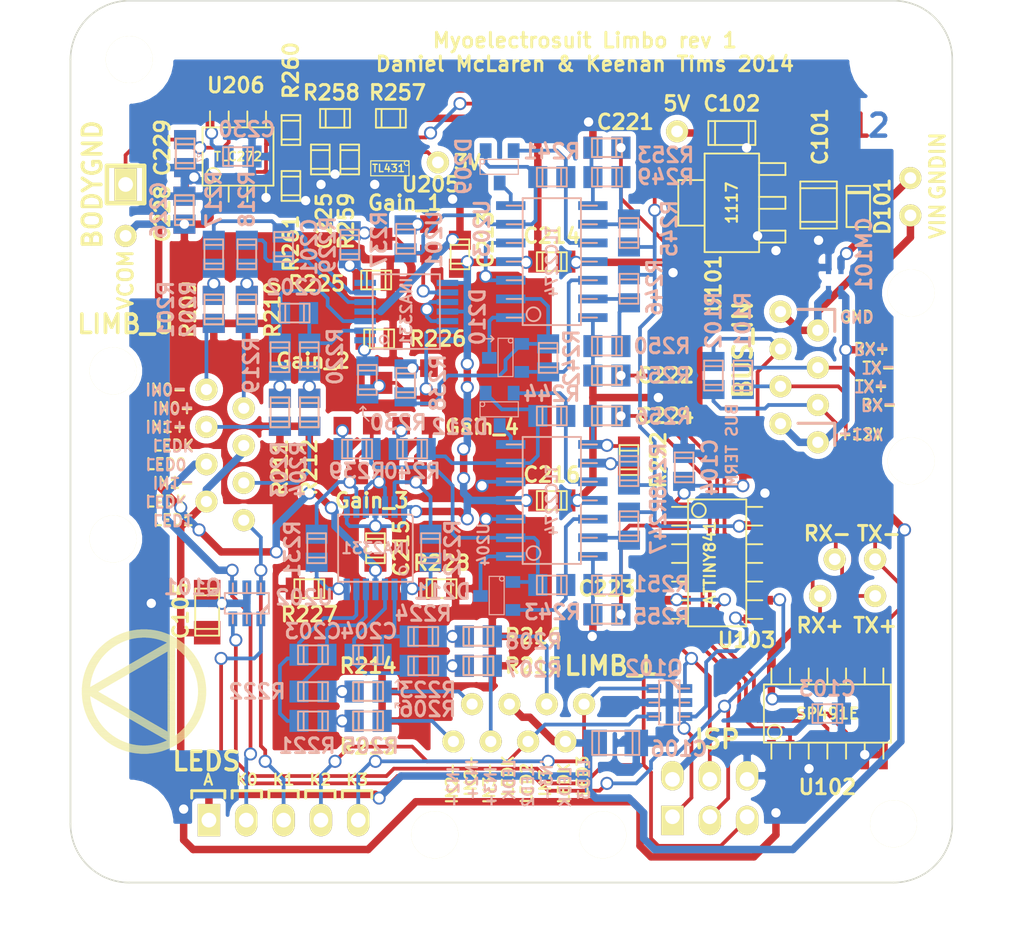
<source format=kicad_pcb>
(kicad_pcb (version 3) (host pcbnew "(2014-01-22 BZR 4631)-product")
  (title_block (title "Myoelectrosuit Limbo") (date "31 Jan 2014") (rev 1) (company "Keenan Tims"))
  (layers (15 F.Cu signal) (0 B.Cu signal) (18 B.Paste user) (19 F.Paste user) (20 B.SilkS user) (21 F.SilkS user) (22 B.Mask user) (23 F.Mask user) (28 Edge.Cuts user))
  (net 0 "")
  (net 1 +3.3VADC)
  (net 2 +5V)
  (net 3 /BUS_RX+)
  (net 4 /BUS_RX-)
  (net 5 /BUS_TX+)
  (net 6 /BUS_TX-)
  (net 7 /GNDIN)
  (net 8 /LED0)
  (net 9 /LED1)
  (net 10 /LED2)
  (net 11 /LED3)
  (net 12 /VIN)
  (net 13 "/analog input/BGND")
  (net 14 "/analog input/IN0+")
  (net 15 "/analog input/IN0-")
  (net 16 "/analog input/IN1+")
  (net 17 "/analog input/IN1-")
  (net 18 "/analog input/IN2+")
  (net 19 "/analog input/IN2-")
  (net 20 "/analog input/IN3+")
  (net 21 "/analog input/IN3-")
  (net 22 "/analog input/OUT0")
  (net 23 "/analog input/OUT1")
  (net 24 "/analog input/OUT2")
  (net 25 "/analog input/OUT3")
  (net 26 GND)
  (net 27 "Net-(C101-Pad1)")
  (net 28 "Net-(C201-Pad1)")
  (net 29 "Net-(C201-Pad2)")
  (net 30 "Net-(C202-Pad1)")
  (net 31 "Net-(C202-Pad2)")
  (net 32 "Net-(C203-Pad1)")
  (net 33 "Net-(C203-Pad2)")
  (net 34 "Net-(C204-Pad1)")
  (net 35 "Net-(C204-Pad2)")
  (net 36 "Net-(CM101-Pad1)")
  (net 37 "Net-(D209-Pad1)")
  (net 38 "Net-(D209-Pad2)")
  (net 39 "Net-(D209-Pad3)")
  (net 40 "Net-(D210-Pad1)")
  (net 41 "Net-(D210-Pad2)")
  (net 42 "Net-(D210-Pad3)")
  (net 43 "Net-(D211-Pad1)")
  (net 44 "Net-(D211-Pad2)")
  (net 45 "Net-(D211-Pad3)")
  (net 46 "Net-(D212-Pad1)")
  (net 47 "Net-(D212-Pad2)")
  (net 48 "Net-(D212-Pad3)")
  (net 49 "Net-(P102-Pad1)")
  (net 50 "Net-(P102-Pad3)")
  (net 51 "Net-(P102-Pad4)")
  (net 52 "Net-(P102-Pad5)")
  (net 53 "Net-(R201-Pad2)")
  (net 54 "Net-(R202-Pad2)")
  (net 55 "Net-(R203-Pad2)")
  (net 56 "Net-(R204-Pad2)")
  (net 57 "Net-(R205-Pad2)")
  (net 58 "Net-(R206-Pad2)")
  (net 59 "Net-(R207-Pad2)")
  (net 60 "Net-(R208-Pad2)")
  (net 61 "Net-(R225-Pad2)")
  (net 62 "Net-(R226-Pad2)")
  (net 63 "Net-(R227-Pad2)")
  (net 64 "Net-(R228-Pad2)")
  (net 65 "Net-(R229-Pad2)")
  (net 66 "Net-(R230-Pad2)")
  (net 67 "Net-(R231-Pad2)")
  (net 68 "Net-(R232-Pad2)")
  (net 69 "Net-(R237-Pad1)")
  (net 70 "Net-(R238-Pad1)")
  (net 71 "Net-(R239-Pad1)")
  (net 72 "Net-(R240-Pad1)")
  (net 73 "Net-(R245-Pad2)")
  (net 74 "Net-(R246-Pad2)")
  (net 75 "Net-(R247-Pad2)")
  (net 76 "Net-(R248-Pad2)")
  (net 77 "Net-(R249-Pad2)")
  (net 78 "Net-(R250-Pad2)")
  (net 79 "Net-(R251-Pad2)")
  (net 80 "Net-(R252-Pad2)")
  (net 81 "Net-(R258-Pad2)")
  (net 82 "Net-(R260-Pad2)")
  (net 83 "Net-(U102-Pad2)")
  (net 84 "Net-(U102-Pad4)")
  (net 85 "Net-(U102-Pad5)")
  (net 86 VCOM)
  (module smd_capacitors:c_1206 (layer F.Cu) (at 120.3 120.6 270)
    (fp_text reference C105 (at -0.1 1.8 270) (layer F.SilkS) (effects (font (thickness 0.2))))
    (fp_text value 10uF hide)
    (pad 1 smd rect (at 1.397 0 270) (size 1.6002 1.8034) (layers F.Cu F.Paste F.Mask) (net 12 /VIN))
    (pad 2 smd rect (at -1.397 0 270) (size 1.6002 1.8034) (layers F.Cu F.Paste F.Mask) (net 26 GND))
  )
  (module so-8 (layer F.Cu) (at 122.4 89.6)
    (fp_text reference U206 (at -0.15 -4.85) (layer F.SilkS) (effects (font (thickness 0.2))))
    (fp_text value TLC272 (at 0 0) (layer F.SilkS) (effects (font (size 0.6 0.6) (thickness 0.125))))
    (pad 1 smd rect (at -1.905 2.794) (size 0.59944 1.99898) (layers F.Cu F.Paste F.Mask) (net 86 VCOM))
    (pad 2 smd rect (at -0.635 2.794) (size 0.59944 1.99898) (layers F.Cu F.Paste F.Mask) (net 86 VCOM))
    (pad 3 smd rect (at 0.635 2.794) (size 0.59944 1.99898) (layers F.Cu F.Paste F.Mask) (net 82 "Net-(R260-Pad2)"))
    (pad 4 smd rect (at 1.905 2.794) (size 0.59944 1.99898) (layers F.Cu F.Paste F.Mask) (net 26 GND))
    (pad 5 smd rect (at 1.905 -2.794) (size 0.59944 1.99898) (layers F.Cu F.Paste F.Mask) (net 82 "Net-(R260-Pad2)"))
    (pad 6 smd rect (at 0.635 -2.794) (size 0.59944 1.99898) (layers F.Cu F.Paste F.Mask) (net 13 "/analog input/BGND"))
    (pad 7 smd rect (at -0.635 -2.794) (size 0.59944 1.99898) (layers F.Cu F.Paste F.Mask) (net 13 "/analog input/BGND"))
    (pad 8 smd rect (at -1.905 -2.794) (size 0.59944 1.99898) (layers F.Cu F.Paste F.Mask) (net 2 +5V))
  )
  (module c_0805 (layer B.Cu) (at 122.4 89.6)
    (fp_text reference C230 (at 0.6 -1.85) (layer B.SilkS) (effects (font (thickness 0.2)) (justify mirror)))
    (fp_text value 100n hide)
    (pad 1 smd rect (at 0.9525 0) (size 1.30048 1.4986) (layers B.Cu B.Paste B.Mask) (net 26 GND))
    (pad 2 smd rect (at -0.9525 0) (size 1.30048 1.4986) (layers B.Cu B.Paste B.Mask) (net 2 +5V))
  )
  (module hole_3mm5 (layer F.Cu) (at 167 83)
    (fp_text reference hole_3mm5 hide)
    (fp_text value VAL** hide)
    (pad "" np_thru_hole circle (at 0 0) (size 3.2 3.2) (drill 3.2) (layers *.Cu *.Mask) (clearance 1.4))
  )
  (module hole_3mm5 (layer F.Cu) (at 167 135)
    (fp_text reference hole_3mm5 hide)
    (fp_text value VAL** hide)
    (pad "" np_thru_hole circle (at 0 0) (size 3.2 3.2) (drill 3.2) (layers *.Cu *.Mask F.SilkS) (clearance 1.4))
  )
  (module pin_strip_3x2-90 (layer F.Cu) (at 154.5 133.25)
    (fp_text reference P102 hide)
    (fp_text value ISP (at 0.5 -4) (layer F.SilkS) (effects (font (size 1.25 1.25) (thickness 0.25))))
    (pad 1 thru_hole rect (at -2.54 1.27) (size 1.524 1.99898) (drill 1.00076 (offset 0 0.24892)) (layers *.Cu *.Mask F.SilkS) (net 49 "Net-(P102-Pad1)"))
    (pad 2 thru_hole oval (at -2.54 -1.27) (size 1.524 1.99898) (drill 1.00076 (offset 0 -0.24892)) (layers *.Cu *.Mask F.SilkS) (net 2 +5V))
    (pad 3 thru_hole oval (at 0 1.27) (size 1.524 1.99898) (drill 1.00076 (offset 0 0.24892)) (layers *.Cu *.Mask F.SilkS) (net 50 "Net-(P102-Pad3)"))
    (pad 4 thru_hole oval (at 0 -1.27) (size 1.524 1.99898) (drill 1.00076 (offset 0 -0.24892)) (layers *.Cu *.Mask F.SilkS) (net 51 "Net-(P102-Pad4)"))
    (pad 5 thru_hole oval (at 2.54 1.27) (size 1.524 1.99898) (drill 1.00076 (offset 0 0.24892)) (layers *.Cu *.Mask F.SilkS) (net 52 "Net-(P102-Pad5)"))
    (pad 6 thru_hole oval (at 2.54 -1.27) (size 1.524 1.99898) (drill 1.00076 (offset 0 -0.24892)) (layers *.Cu *.Mask F.SilkS) (net 26 GND))
  )
  (module pin_strip_5-90 (layer F.Cu) (at 125.5 134.75)
    (fp_text reference P101 hide)
    (fp_text value LEDS (at -5.25 -4) (layer F.SilkS) (effects (font (size 1.25 1.25) (thickness 0.25))))
    (pad 1 thru_hole rect (at -5.08 0) (size 1.524 2.19964) (drill 1.00076) (layers *.Cu *.Mask F.SilkS) (net 12 /VIN))
    (pad 2 thru_hole oval (at -2.54 0) (size 1.524 2.19964) (drill 1.00076) (layers *.Cu *.Mask F.SilkS) (net 8 /LED0))
    (pad 3 thru_hole oval (at 0 0) (size 1.524 2.19964) (drill 1.00076) (layers *.Cu *.Mask F.SilkS) (net 9 /LED1))
    (pad 4 thru_hole oval (at 2.54 0) (size 1.524 2.19964) (drill 1.00076) (layers *.Cu *.Mask F.SilkS) (net 10 /LED2))
    (pad 5 thru_hole oval (at 5.08 0) (size 1.524 2.19964) (drill 1.00076) (layers *.Cu *.Mask F.SilkS) (net 11 /LED3))
  )
  (module hole_3mm5 (layer F.Cu) (at 115 135)
    (fp_text reference hole_3mm5 hide)
    (fp_text value VAL** hide)
    (pad "" np_thru_hole circle (at 0 0) (size 3.2 3.2) (drill 3.2) (layers *.Cu *.Mask) (clearance 1.4))
  )
  (module hole_3mm5 (layer F.Cu) (at 115 83)
    (fp_text reference hole_3mm5 hide)
    (fp_text value VAL** hide)
    (pad "" np_thru_hole circle (at 0 0) (size 3.2 3.2) (drill 3.2) (layers *.Cu *.Mask F.SilkS) (clearance 1.4))
  )
  (module c_0805 (layer B.Cu) (at 162.5 127.5 180)
    (fp_text reference C103 (at 0 1.7 180) (layer B.SilkS) (effects (font (thickness 0.2)) (justify mirror)))
    (fp_text value 100nF hide)
    (pad 1 smd rect (at 0.9525 0 180) (size 1.30048 1.4986) (layers B.Cu B.Paste B.Mask) (net 2 +5V))
    (pad 2 smd rect (at -0.9525 0 180) (size 1.30048 1.4986) (layers B.Cu B.Paste B.Mask) (net 26 GND))
  )
  (module c_0805 (layer B.Cu) (at 152.75 110.75 270)
    (fp_text reference C104 (at 0 -1.75 270) (layer B.SilkS) (effects (font (thickness 0.2)) (justify mirror)))
    (fp_text value 100nF hide)
    (pad 1 smd rect (at 0.9525 0 270) (size 1.30048 1.4986) (layers B.Cu B.Paste B.Mask) (net 2 +5V))
    (pad 2 smd rect (at -0.9525 0 270) (size 1.30048 1.4986) (layers B.Cu B.Paste B.Mask) (net 26 GND))
  )
  (module c_0805 (layer B.Cu) (at 125.5 95.75 90)
    (fp_text reference C201 (at 0 1.75 90) (layer B.SilkS) (effects (font (thickness 0.2)) (justify mirror)))
    (fp_text value 10nF hide)
    (pad 1 smd rect (at 0.9525 0 90) (size 1.30048 1.4986) (layers B.Cu B.Paste B.Mask) (net 28 "Net-(C201-Pad1)"))
    (pad 2 smd rect (at -0.9525 0 90) (size 1.30048 1.4986) (layers B.Cu B.Paste B.Mask) (net 29 "Net-(C201-Pad2)"))
  )
  (module c_0805 (layer B.Cu) (at 126.25 100.25 180)
    (fp_text reference C202 (at 0 1.75 180) (layer B.SilkS) (effects (font (thickness 0.2)) (justify mirror)))
    (fp_text value 10nF hide)
    (pad 1 smd rect (at 0.9525 0 180) (size 1.30048 1.4986) (layers B.Cu B.Paste B.Mask) (net 30 "Net-(C202-Pad1)"))
    (pad 2 smd rect (at -0.9525 0 180) (size 1.30048 1.4986) (layers B.Cu B.Paste B.Mask) (net 31 "Net-(C202-Pad2)"))
  )
  (module c_0805 (layer B.Cu) (at 127.5 123.5 180)
    (fp_text reference C203 (at 0 1.6 180) (layer B.SilkS) (effects (font (thickness 0.2)) (justify mirror)))
    (fp_text value 10nF hide)
    (pad 1 smd rect (at 0.9525 0 180) (size 1.30048 1.4986) (layers B.Cu B.Paste B.Mask) (net 32 "Net-(C203-Pad1)"))
    (pad 2 smd rect (at -0.9525 0 180) (size 1.30048 1.4986) (layers B.Cu B.Paste B.Mask) (net 33 "Net-(C203-Pad2)"))
  )
  (module c_0805 (layer B.Cu) (at 131.25 123.5 180)
    (fp_text reference C204 (at -0.05 1.6 180) (layer B.SilkS) (effects (font (thickness 0.2)) (justify mirror)))
    (fp_text value 10nF hide)
    (pad 1 smd rect (at 0.9525 0 180) (size 1.30048 1.4986) (layers B.Cu B.Paste B.Mask) (net 34 "Net-(C204-Pad1)"))
    (pad 2 smd rect (at -0.9525 0 180) (size 1.30048 1.4986) (layers B.Cu B.Paste B.Mask) (net 35 "Net-(C204-Pad2)"))
  )
  (module c_0805 (layer F.Cu) (at 137.5 96.25 90)
    (fp_text reference C213 (at 1 1.75 90) (layer F.SilkS) (effects (font (thickness 0.2))))
    (fp_text value 100nF hide)
    (pad 1 smd rect (at 0.9525 0 90) (size 1.30048 1.4986) (layers F.Cu F.Paste F.Mask) (net 26 GND))
    (pad 2 smd rect (at -0.9525 0 90) (size 1.30048 1.4986) (layers F.Cu F.Paste F.Mask) (net 2 +5V))
  )
  (module c_0805 (layer F.Cu) (at 143.75 96.75)
    (fp_text reference C214 (at 0 -1.75) (layer F.SilkS) (effects (font (thickness 0.2))))
    (fp_text value 100nF hide)
    (pad 1 smd rect (at 0.9525 0) (size 1.30048 1.4986) (layers F.Cu F.Paste F.Mask) (net 26 GND))
    (pad 2 smd rect (at -0.9525 0) (size 1.30048 1.4986) (layers F.Cu F.Paste F.Mask) (net 2 +5V))
  )
  (module c_0805 (layer F.Cu) (at 131.75 116.25 270)
    (fp_text reference C215 (at 0 -1.75 270) (layer F.SilkS) (effects (font (thickness 0.2))))
    (fp_text value 100nF hide)
    (pad 1 smd rect (at 0.9525 0 270) (size 1.30048 1.4986) (layers F.Cu F.Paste F.Mask) (net 26 GND))
    (pad 2 smd rect (at -0.9525 0 270) (size 1.30048 1.4986) (layers F.Cu F.Paste F.Mask) (net 2 +5V))
  )
  (module c_0805 (layer F.Cu) (at 143.75 113)
    (fp_text reference C216 (at 0 -1.75) (layer F.SilkS) (effects (font (thickness 0.2))))
    (fp_text value 100nF hide)
    (pad 1 smd rect (at 0.9525 0) (size 1.30048 1.4986) (layers F.Cu F.Paste F.Mask) (net 26 GND))
    (pad 2 smd rect (at -0.9525 0) (size 1.30048 1.4986) (layers F.Cu F.Paste F.Mask) (net 2 +5V))
  )
  (module c_0805 (layer F.Cu) (at 147.5 89)
    (fp_text reference C221 (at 1.25 -1.75) (layer F.SilkS) (effects (font (thickness 0.2))))
    (fp_text value 1u hide)
    (pad 1 smd rect (at 0.9525 0) (size 1.30048 1.4986) (layers F.Cu F.Paste F.Mask) (net 22 "/analog input/OUT0"))
    (pad 2 smd rect (at -0.9525 0) (size 1.30048 1.4986) (layers F.Cu F.Paste F.Mask) (net 26 GND))
  )
  (module c_0805 (layer F.Cu) (at 147.5 104.5)
    (fp_text reference C222 (at 4 0) (layer F.SilkS) (effects (font (thickness 0.2))))
    (fp_text value 1u hide)
    (pad 1 smd rect (at 0.9525 0) (size 1.30048 1.4986) (layers F.Cu F.Paste F.Mask) (net 23 "/analog input/OUT1"))
    (pad 2 smd rect (at -0.9525 0) (size 1.30048 1.4986) (layers F.Cu F.Paste F.Mask) (net 26 GND))
  )
  (module c_0805 (layer F.Cu) (at 147.5 120.75)
    (fp_text reference C223 (at 0 -1.75) (layer F.SilkS) (effects (font (thickness 0.2))))
    (fp_text value 1u hide)
    (pad 1 smd rect (at 0.9525 0) (size 1.30048 1.4986) (layers F.Cu F.Paste F.Mask) (net 24 "/analog input/OUT2"))
    (pad 2 smd rect (at -0.9525 0) (size 1.30048 1.4986) (layers F.Cu F.Paste F.Mask) (net 26 GND))
  )
  (module c_0805 (layer F.Cu) (at 147.5 107.25)
    (fp_text reference C224 (at 4 0) (layer F.SilkS) (effects (font (thickness 0.2))))
    (fp_text value 1u hide)
    (pad 1 smd rect (at 0.9525 0) (size 1.30048 1.4986) (layers F.Cu F.Paste F.Mask) (net 25 "/analog input/OUT3"))
    (pad 2 smd rect (at -0.9525 0) (size 1.30048 1.4986) (layers F.Cu F.Paste F.Mask) (net 26 GND))
  )
  (module c_0805 (layer F.Cu) (at 128 89.8 90)
    (fp_text reference C225 (at -4.2 0.25 90) (layer F.SilkS) (effects (font (thickness 0.2))))
    (fp_text value 10u hide)
    (pad 1 smd rect (at 0.9525 0 90) (size 1.30048 1.4986) (layers F.Cu F.Paste F.Mask) (net 1 +3.3VADC))
    (pad 2 smd rect (at -0.9525 0 90) (size 1.30048 1.4986) (layers F.Cu F.Paste F.Mask) (net 26 GND))
  )
  (module c_0805 (layer B.Cu) (at 118.75 93.25 270)
    (fp_text reference C226 (at 0 1.75 270) (layer B.SilkS) (effects (font (thickness 0.2)) (justify mirror)))
    (fp_text value 100nF hide)
    (pad 1 smd rect (at 0.9525 0 270) (size 1.30048 1.4986) (layers B.Cu B.Paste B.Mask) (net 86 VCOM))
    (pad 2 smd rect (at -0.9525 0 270) (size 1.30048 1.4986) (layers B.Cu B.Paste B.Mask) (net 26 GND))
  )
  (module c_0805 (layer F.Cu) (at 118.75 93.25 270)
    (fp_text reference C228 (at 0.25 1.5 270) (layer F.SilkS) (effects (font (thickness 0.2))))
    (fp_text value 10u hide)
    (pad 1 smd rect (at 0.9525 0 270) (size 1.30048 1.4986) (layers F.Cu F.Paste F.Mask) (net 86 VCOM))
    (pad 2 smd rect (at -0.9525 0 270) (size 1.30048 1.4986) (layers F.Cu F.Paste F.Mask) (net 26 GND))
  )
  (module c_0805 (layer F.Cu) (at 118.8 89.4 90)
    (fp_text reference C229 (at 0.4 -1.55 90) (layer F.SilkS) (effects (font (thickness 0.2))))
    (fp_text value 10u hide)
    (pad 1 smd rect (at 0.9525 0 90) (size 1.30048 1.4986) (layers F.Cu F.Paste F.Mask) (net 13 "/analog input/BGND"))
    (pad 2 smd rect (at -0.9525 0 90) (size 1.30048 1.4986) (layers F.Cu F.Paste F.Mask) (net 26 GND))
  )
  (module sot23-6 (layer B.Cu) (at 123 120 180)
    (fp_text reference Q101 (at 3.7 1.1 180) (layer B.SilkS) (effects (font (thickness 0.2)) (justify mirror)))
    (fp_text value FDC6305N hide)
    (pad 1 smd rect (at -0.9525 -1.05664 180) (size 0.59944 1.00076) (layers B.Cu B.Paste B.Mask) (net 50 "Net-(P102-Pad3)"))
    (pad 3 smd rect (at 0.9525 -1.05664 180) (size 0.59944 1.00076) (layers B.Cu B.Paste B.Mask) (net 52 "Net-(P102-Pad5)"))
    (pad 2 smd rect (at 0 -1.05664 180) (size 0.59944 1.00076) (layers B.Cu B.Paste B.Mask) (net 26 GND))
    (pad 4 smd rect (at 0.9525 1.05664 180) (size 0.59944 1.00076) (layers B.Cu B.Paste B.Mask) (net 8 /LED0))
    (pad 6 smd rect (at -0.9525 1.05664 180) (size 0.59944 1.00076) (layers B.Cu B.Paste B.Mask) (net 9 /LED1))
    (pad 5 smd rect (at 0 1.05664 180) (size 0.59944 1.00076) (layers B.Cu B.Paste B.Mask) (net 26 GND))
  )
  (module sot23-6 (layer B.Cu) (at 151.75 126.75 270)
    (fp_text reference Q102 (at -2.35 1.05 360) (layer B.SilkS) (effects (font (thickness 0.2)) (justify mirror)))
    (fp_text value FDC6305N hide)
    (pad 1 smd rect (at -0.9525 -1.05664 270) (size 0.59944 1.00076) (layers B.Cu B.Paste B.Mask) (net 51 "Net-(P102-Pad4)"))
    (pad 3 smd rect (at 0.9525 -1.05664 270) (size 0.59944 1.00076) (layers B.Cu B.Paste B.Mask) (net 49 "Net-(P102-Pad1)"))
    (pad 2 smd rect (at 0 -1.05664 270) (size 0.59944 1.00076) (layers B.Cu B.Paste B.Mask) (net 26 GND))
    (pad 4 smd rect (at 0.9525 1.05664 270) (size 0.59944 1.00076) (layers B.Cu B.Paste B.Mask) (net 10 /LED2))
    (pad 6 smd rect (at -0.9525 1.05664 270) (size 0.59944 1.00076) (layers B.Cu B.Paste B.Mask) (net 11 /LED3))
    (pad 5 smd rect (at 0 1.05664 270) (size 0.59944 1.00076) (layers B.Cu B.Paste B.Mask) (net 26 GND))
  )
  (module r_0805 (layer B.Cu) (at 156.75 104.5 270)
    (fp_text reference R101 (at -3.75 0 270) (layer B.SilkS) (effects (font (thickness 0.2)) (justify mirror)))
    (fp_text value 120 hide)
    (pad 1 smd rect (at 0.9525 0 270) (size 1.30048 1.4986) (layers B.Cu B.Paste B.Mask) (net 5 /BUS_TX+))
    (pad 2 smd rect (at -0.9525 0 270) (size 1.30048 1.4986) (layers B.Cu B.Paste B.Mask) (net 6 /BUS_TX-))
  )
  (module r_0805 (layer B.Cu) (at 154.75 104.5 270)
    (fp_text reference R102 (at -3.75 0 270) (layer B.SilkS) (effects (font (thickness 0.2)) (justify mirror)))
    (fp_text value 120 hide)
    (pad 1 smd rect (at 0.9525 0 270) (size 1.30048 1.4986) (layers B.Cu B.Paste B.Mask) (net 4 /BUS_RX-))
    (pad 2 smd rect (at -0.9525 0 270) (size 1.30048 1.4986) (layers B.Cu B.Paste B.Mask) (net 3 /BUS_RX+))
  )
  (module r_0805 (layer B.Cu) (at 120.75 100 270)
    (fp_text reference R201 (at 0 3.25 270) (layer B.SilkS) (effects (font (thickness 0.2)) (justify mirror)))
    (fp_text value 2k hide)
    (pad 1 smd rect (at 0.9525 0 270) (size 1.30048 1.4986) (layers B.Cu B.Paste B.Mask) (net 15 "/analog input/IN0-"))
    (pad 2 smd rect (at -0.9525 0 270) (size 1.30048 1.4986) (layers B.Cu B.Paste B.Mask) (net 53 "Net-(R201-Pad2)"))
  )
  (module r_0805 (layer B.Cu) (at 123 100 270)
    (fp_text reference R202 (at 0 4 270) (layer B.SilkS) (effects (font (thickness 0.2)) (justify mirror)))
    (fp_text value 2k hide)
    (pad 1 smd rect (at 0.9525 0 270) (size 1.30048 1.4986) (layers B.Cu B.Paste B.Mask) (net 14 "/analog input/IN0+"))
    (pad 2 smd rect (at -0.9525 0 270) (size 1.30048 1.4986) (layers B.Cu B.Paste B.Mask) (net 54 "Net-(R202-Pad2)"))
  )
  (module r_0805 (layer B.Cu) (at 125.25 107 270)
    (fp_text reference R203 (at 3.9 0.05 270) (layer B.SilkS) (effects (font (thickness 0.2)) (justify mirror)))
    (fp_text value 2k hide)
    (pad 1 smd rect (at 0.9525 0 270) (size 1.30048 1.4986) (layers B.Cu B.Paste B.Mask) (net 16 "/analog input/IN1+"))
    (pad 2 smd rect (at -0.9525 0 270) (size 1.30048 1.4986) (layers B.Cu B.Paste B.Mask) (net 55 "Net-(R203-Pad2)"))
  )
  (module r_0805 (layer B.Cu) (at 127.25 107 270)
    (fp_text reference R204 (at 3.9 0.75 270) (layer B.SilkS) (effects (font (thickness 0.2)) (justify mirror)))
    (fp_text value 2k hide)
    (pad 1 smd rect (at 0.9525 0 270) (size 1.30048 1.4986) (layers B.Cu B.Paste B.Mask) (net 17 "/analog input/IN1-"))
    (pad 2 smd rect (at -0.9525 0 270) (size 1.30048 1.4986) (layers B.Cu B.Paste B.Mask) (net 56 "Net-(R204-Pad2)"))
  )
  (module r_0805 (layer B.Cu) (at 131.25 128)
    (fp_text reference R205 (at 0.15 1.7) (layer B.SilkS) (effects (font (thickness 0.2)) (justify mirror)))
    (fp_text value 2k hide)
    (pad 1 smd rect (at 0.9525 0) (size 1.30048 1.4986) (layers B.Cu B.Paste B.Mask) (net 19 "/analog input/IN2-"))
    (pad 2 smd rect (at -0.9525 0) (size 1.30048 1.4986) (layers B.Cu B.Paste B.Mask) (net 57 "Net-(R205-Pad2)"))
  )
  (module r_0805 (layer B.Cu) (at 131.25 126)
    (fp_text reference R206 (at 4.05 1.2) (layer B.SilkS) (effects (font (thickness 0.2)) (justify mirror)))
    (fp_text value 2k hide)
    (pad 1 smd rect (at 0.9525 0) (size 1.30048 1.4986) (layers B.Cu B.Paste B.Mask) (net 18 "/analog input/IN2+"))
    (pad 2 smd rect (at -0.9525 0) (size 1.30048 1.4986) (layers B.Cu B.Paste B.Mask) (net 58 "Net-(R206-Pad2)"))
  )
  (module r_0805 (layer B.Cu) (at 138.75 124.25)
    (fp_text reference R207 (at 3.75 0.25) (layer B.SilkS) (effects (font (thickness 0.2)) (justify mirror)))
    (fp_text value 2k hide)
    (pad 1 smd rect (at 0.9525 0) (size 1.30048 1.4986) (layers B.Cu B.Paste B.Mask) (net 20 "/analog input/IN3+"))
    (pad 2 smd rect (at -0.9525 0) (size 1.30048 1.4986) (layers B.Cu B.Paste B.Mask) (net 59 "Net-(R207-Pad2)"))
  )
  (module r_0805 (layer B.Cu) (at 138.75 122.25)
    (fp_text reference R208 (at 3.75 0.35) (layer B.SilkS) (effects (font (thickness 0.2)) (justify mirror)))
    (fp_text value 2k hide)
    (pad 1 smd rect (at 0.9525 0) (size 1.30048 1.4986) (layers B.Cu B.Paste B.Mask) (net 21 "/analog input/IN3-"))
    (pad 2 smd rect (at -0.9525 0) (size 1.30048 1.4986) (layers B.Cu B.Paste B.Mask) (net 60 "Net-(R208-Pad2)"))
  )
  (module r_0805 (layer F.Cu) (at 120.75 100 90)
    (fp_text reference R209 (at 0 -1.75 90) (layer F.SilkS) (effects (font (thickness 0.2))))
    (fp_text value 3.3Meg hide)
    (pad 1 smd rect (at 0.9525 0 90) (size 1.30048 1.4986) (layers F.Cu F.Paste F.Mask) (net 53 "Net-(R201-Pad2)"))
    (pad 2 smd rect (at -0.9525 0 90) (size 1.30048 1.4986) (layers F.Cu F.Paste F.Mask) (net 86 VCOM))
  )
  (module r_0805 (layer F.Cu) (at 123 100 270)
    (fp_text reference R210 (at 0 -1.75 270) (layer F.SilkS) (effects (font (thickness 0.2))))
    (fp_text value 3.3Meg hide)
    (pad 1 smd rect (at 0.9525 0 270) (size 1.30048 1.4986) (layers F.Cu F.Paste F.Mask) (net 86 VCOM))
    (pad 2 smd rect (at -0.9525 0 270) (size 1.30048 1.4986) (layers F.Cu F.Paste F.Mask) (net 54 "Net-(R202-Pad2)"))
  )
  (module r_0805 (layer F.Cu) (at 125.25 107 90)
    (fp_text reference R211 (at -3.75 0 90) (layer F.SilkS) (effects (font (thickness 0.2))))
    (fp_text value 3.3Meg hide)
    (pad 1 smd rect (at 0.9525 0 90) (size 1.30048 1.4986) (layers F.Cu F.Paste F.Mask) (net 55 "Net-(R203-Pad2)"))
    (pad 2 smd rect (at -0.9525 0 90) (size 1.30048 1.4986) (layers F.Cu F.Paste F.Mask) (net 86 VCOM))
  )
  (module r_0805 (layer F.Cu) (at 127.25 107 270)
    (fp_text reference R212 (at 3.75 0 270) (layer F.SilkS) (effects (font (thickness 0.2))))
    (fp_text value 3.3Meg hide)
    (pad 1 smd rect (at 0.9525 0 270) (size 1.30048 1.4986) (layers F.Cu F.Paste F.Mask) (net 86 VCOM))
    (pad 2 smd rect (at -0.9525 0 270) (size 1.30048 1.4986) (layers F.Cu F.Paste F.Mask) (net 56 "Net-(R204-Pad2)"))
  )
  (module r_0805 (layer F.Cu) (at 131.25 128 180)
    (fp_text reference R213 (at 0 -1.75 180) (layer F.SilkS) (effects (font (thickness 0.2))))
    (fp_text value 3.3Meg hide)
    (pad 1 smd rect (at 0.9525 0 180) (size 1.30048 1.4986) (layers F.Cu F.Paste F.Mask) (net 57 "Net-(R205-Pad2)"))
    (pad 2 smd rect (at -0.9525 0 180) (size 1.30048 1.4986) (layers F.Cu F.Paste F.Mask) (net 86 VCOM))
  )
  (module r_0805 (layer F.Cu) (at 131.25 126)
    (fp_text reference R214 (at 0 -1.75) (layer F.SilkS) (effects (font (thickness 0.2))))
    (fp_text value 3.3Meg hide)
    (pad 1 smd rect (at 0.9525 0) (size 1.30048 1.4986) (layers F.Cu F.Paste F.Mask) (net 86 VCOM))
    (pad 2 smd rect (at -0.9525 0) (size 1.30048 1.4986) (layers F.Cu F.Paste F.Mask) (net 58 "Net-(R206-Pad2)"))
  )
  (module r_0805 (layer F.Cu) (at 138.75 124.25 180)
    (fp_text reference R215 (at -3.75 0 180) (layer F.SilkS) (effects (font (thickness 0.2))))
    (fp_text value 3.3Meg hide)
    (pad 1 smd rect (at 0.9525 0 180) (size 1.30048 1.4986) (layers F.Cu F.Paste F.Mask) (net 59 "Net-(R207-Pad2)"))
    (pad 2 smd rect (at -0.9525 0 180) (size 1.30048 1.4986) (layers F.Cu F.Paste F.Mask) (net 86 VCOM))
  )
  (module r_0805 (layer F.Cu) (at 138.75 122.25)
    (fp_text reference R216 (at 3.75 0) (layer F.SilkS) (effects (font (thickness 0.2))))
    (fp_text value 3.3Meg hide)
    (pad 1 smd rect (at 0.9525 0) (size 1.30048 1.4986) (layers F.Cu F.Paste F.Mask) (net 86 VCOM))
    (pad 2 smd rect (at -0.9525 0) (size 1.30048 1.4986) (layers F.Cu F.Paste F.Mask) (net 60 "Net-(R208-Pad2)"))
  )
  (module r_0805 (layer B.Cu) (at 120.75 96.25 270)
    (fp_text reference R217 (at -3.75 0 270) (layer B.SilkS) (effects (font (thickness 0.2)) (justify mirror)))
    (fp_text value 2k hide)
    (pad 1 smd rect (at 0.9525 0 270) (size 1.30048 1.4986) (layers B.Cu B.Paste B.Mask) (net 53 "Net-(R201-Pad2)"))
    (pad 2 smd rect (at -0.9525 0 270) (size 1.30048 1.4986) (layers B.Cu B.Paste B.Mask) (net 28 "Net-(C201-Pad1)"))
  )
  (module r_0805 (layer B.Cu) (at 123 96.25 270)
    (fp_text reference R218 (at -3.75 0 270) (layer B.SilkS) (effects (font (thickness 0.2)) (justify mirror)))
    (fp_text value 2k hide)
    (pad 1 smd rect (at 0.9525 0 270) (size 1.30048 1.4986) (layers B.Cu B.Paste B.Mask) (net 54 "Net-(R202-Pad2)"))
    (pad 2 smd rect (at -0.9525 0 270) (size 1.30048 1.4986) (layers B.Cu B.Paste B.Mask) (net 29 "Net-(C201-Pad2)"))
  )
  (module r_0805 (layer B.Cu) (at 125.25 103.25 270)
    (fp_text reference R219 (at 0.55 1.95 270) (layer B.SilkS) (effects (font (thickness 0.2)) (justify mirror)))
    (fp_text value 2k hide)
    (pad 1 smd rect (at 0.9525 0 270) (size 1.30048 1.4986) (layers B.Cu B.Paste B.Mask) (net 55 "Net-(R203-Pad2)"))
    (pad 2 smd rect (at -0.9525 0 270) (size 1.30048 1.4986) (layers B.Cu B.Paste B.Mask) (net 30 "Net-(C202-Pad1)"))
  )
  (module r_0805 (layer B.Cu) (at 127.25 103.25 270)
    (fp_text reference R220 (at -0.05 -1.75 270) (layer B.SilkS) (effects (font (thickness 0.2)) (justify mirror)))
    (fp_text value 2k hide)
    (pad 1 smd rect (at 0.9525 0 270) (size 1.30048 1.4986) (layers B.Cu B.Paste B.Mask) (net 56 "Net-(R204-Pad2)"))
    (pad 2 smd rect (at -0.9525 0 270) (size 1.30048 1.4986) (layers B.Cu B.Paste B.Mask) (net 31 "Net-(C202-Pad2)"))
  )
  (module r_0805 (layer B.Cu) (at 127.5 128)
    (fp_text reference R221 (at -0.4 1.7) (layer B.SilkS) (effects (font (thickness 0.2)) (justify mirror)))
    (fp_text value 2k hide)
    (pad 1 smd rect (at 0.9525 0) (size 1.30048 1.4986) (layers B.Cu B.Paste B.Mask) (net 57 "Net-(R205-Pad2)"))
    (pad 2 smd rect (at -0.9525 0) (size 1.30048 1.4986) (layers B.Cu B.Paste B.Mask) (net 32 "Net-(C203-Pad1)"))
  )
  (module r_0805 (layer B.Cu) (at 127.5 126)
    (fp_text reference R222 (at -3.8 0) (layer B.SilkS) (effects (font (thickness 0.2)) (justify mirror)))
    (fp_text value 2k hide)
    (pad 1 smd rect (at 0.9525 0) (size 1.30048 1.4986) (layers B.Cu B.Paste B.Mask) (net 58 "Net-(R206-Pad2)"))
    (pad 2 smd rect (at -0.9525 0) (size 1.30048 1.4986) (layers B.Cu B.Paste B.Mask) (net 33 "Net-(C203-Pad2)"))
  )
  (module r_0805 (layer B.Cu) (at 135 124.25)
    (fp_text reference R223 (at 0.3 1.65) (layer B.SilkS) (effects (font (thickness 0.2)) (justify mirror)))
    (fp_text value 2k hide)
    (pad 1 smd rect (at 0.9525 0) (size 1.30048 1.4986) (layers B.Cu B.Paste B.Mask) (net 59 "Net-(R207-Pad2)"))
    (pad 2 smd rect (at -0.9525 0) (size 1.30048 1.4986) (layers B.Cu B.Paste B.Mask) (net 34 "Net-(C204-Pad1)"))
  )
  (module r_0805 (layer B.Cu) (at 135 122.25)
    (fp_text reference R224 (at 0 -1.55) (layer B.SilkS) (effects (font (thickness 0.2)) (justify mirror)))
    (fp_text value 2k hide)
    (pad 1 smd rect (at 0.9525 0) (size 1.30048 1.4986) (layers B.Cu B.Paste B.Mask) (net 60 "Net-(R208-Pad2)"))
    (pad 2 smd rect (at -0.9525 0) (size 1.30048 1.4986) (layers B.Cu B.Paste B.Mask) (net 35 "Net-(C204-Pad2)"))
  )
  (module r_0805 (layer F.Cu) (at 131.8 98)
    (fp_text reference R225 (at -4.05 0.25) (layer F.SilkS) (effects (font (thickness 0.2))))
    (fp_text value 10k hide)
    (pad 1 smd rect (at 0.9525 0) (size 1.30048 1.4986) (layers F.Cu F.Paste F.Mask) (net 86 VCOM))
    (pad 2 smd rect (at -0.9525 0) (size 1.30048 1.4986) (layers F.Cu F.Paste F.Mask) (net 61 "Net-(R225-Pad2)"))
  )
  (module r_0805 (layer F.Cu) (at 132 102)
    (fp_text reference R226 (at 4 0) (layer F.SilkS) (effects (font (thickness 0.2))))
    (fp_text value 10k hide)
    (pad 1 smd rect (at 0.9525 0) (size 1.30048 1.4986) (layers F.Cu F.Paste F.Mask) (net 86 VCOM))
    (pad 2 smd rect (at -0.9525 0) (size 1.30048 1.4986) (layers F.Cu F.Paste F.Mask) (net 62 "Net-(R226-Pad2)"))
  )
  (module r_0805 (layer F.Cu) (at 127.25 119 180)
    (fp_text reference R227 (at 0 -1.75 180) (layer F.SilkS) (effects (font (thickness 0.2))))
    (fp_text value 10k hide)
    (pad 1 smd rect (at 0.9525 0 180) (size 1.30048 1.4986) (layers F.Cu F.Paste F.Mask) (net 86 VCOM))
    (pad 2 smd rect (at -0.9525 0 180) (size 1.30048 1.4986) (layers F.Cu F.Paste F.Mask) (net 63 "Net-(R227-Pad2)"))
  )
  (module r_0805 (layer F.Cu) (at 136.25 119)
    (fp_text reference R228 (at 0 -1.75) (layer F.SilkS) (effects (font (thickness 0.2))))
    (fp_text value 10k hide)
    (pad 1 smd rect (at 0.9525 0) (size 1.30048 1.4986) (layers F.Cu F.Paste F.Mask) (net 86 VCOM))
    (pad 2 smd rect (at -0.9525 0) (size 1.30048 1.4986) (layers F.Cu F.Paste F.Mask) (net 64 "Net-(R228-Pad2)"))
  )
  (module r_0805 (layer B.Cu) (at 130 95.6 270)
    (fp_text reference R229 (at 0 1.5 270) (layer B.SilkS) (effects (font (thickness 0.2)) (justify mirror)))
    (fp_text value 10k hide)
    (pad 1 smd rect (at 0.9525 0 270) (size 1.30048 1.4986) (layers B.Cu B.Paste B.Mask) (net 61 "Net-(R225-Pad2)"))
    (pad 2 smd rect (at -0.9525 0 270) (size 1.30048 1.4986) (layers B.Cu B.Paste B.Mask) (net 65 "Net-(R229-Pad2)"))
  )
  (module r_0805 (layer B.Cu) (at 131.2 104.8 90)
    (fp_text reference R230 (at -2.9 2.1 180) (layer B.SilkS) (effects (font (thickness 0.2)) (justify mirror)))
    (fp_text value 10k hide)
    (pad 1 smd rect (at 0.9525 0 90) (size 1.30048 1.4986) (layers B.Cu B.Paste B.Mask) (net 62 "Net-(R226-Pad2)"))
    (pad 2 smd rect (at -0.9525 0 90) (size 1.30048 1.4986) (layers B.Cu B.Paste B.Mask) (net 66 "Net-(R230-Pad2)"))
  )
  (module r_0805 (layer B.Cu) (at 127.75 116.25 270)
    (fp_text reference R231 (at 0.05 1.65 270) (layer B.SilkS) (effects (font (thickness 0.2)) (justify mirror)))
    (fp_text value 10k hide)
    (pad 1 smd rect (at 0.9525 0 270) (size 1.30048 1.4986) (layers B.Cu B.Paste B.Mask) (net 63 "Net-(R227-Pad2)"))
    (pad 2 smd rect (at -0.9525 0 270) (size 1.30048 1.4986) (layers B.Cu B.Paste B.Mask) (net 67 "Net-(R231-Pad2)"))
  )
  (module r_0805 (layer B.Cu) (at 135.5 116.25 270)
    (fp_text reference R232 (at 0 -1.5 270) (layer B.SilkS) (effects (font (thickness 0.2)) (justify mirror)))
    (fp_text value 10k hide)
    (pad 1 smd rect (at 0.9525 0 270) (size 1.30048 1.4986) (layers B.Cu B.Paste B.Mask) (net 64 "Net-(R228-Pad2)"))
    (pad 2 smd rect (at -0.9525 0 270) (size 1.30048 1.4986) (layers B.Cu B.Paste B.Mask) (net 68 "Net-(R232-Pad2)"))
  )
  (module r_0805 (layer B.Cu) (at 133.8 95.2 90)
    (fp_text reference R237 (at -0.05 -1.8 90) (layer B.SilkS) (effects (font (thickness 0.2)) (justify mirror)))
    (fp_text value 1k hide)
    (pad 1 smd rect (at 0.9525 0 90) (size 1.30048 1.4986) (layers B.Cu B.Paste B.Mask) (net 69 "Net-(R237-Pad1)"))
    (pad 2 smd rect (at -0.9525 0 90) (size 1.30048 1.4986) (layers B.Cu B.Paste B.Mask) (net 37 "Net-(D209-Pad1)"))
  )
  (module r_0805 (layer B.Cu) (at 133.8 105 90)
    (fp_text reference R238 (at 0 2.2 90) (layer B.SilkS) (effects (font (thickness 0.2)) (justify mirror)))
    (fp_text value 1k hide)
    (pad 1 smd rect (at 0.9525 0 90) (size 1.30048 1.4986) (layers B.Cu B.Paste B.Mask) (net 70 "Net-(R238-Pad1)"))
    (pad 2 smd rect (at -0.9525 0 90) (size 1.30048 1.4986) (layers B.Cu B.Paste B.Mask) (net 40 "Net-(D210-Pad1)"))
  )
  (module r_0805 (layer B.Cu) (at 130.5 109.5 180)
    (fp_text reference R239 (at 0 -1.5 180) (layer B.SilkS) (effects (font (thickness 0.2)) (justify mirror)))
    (fp_text value 1k hide)
    (pad 1 smd rect (at 0.9525 0 180) (size 1.30048 1.4986) (layers B.Cu B.Paste B.Mask) (net 71 "Net-(R239-Pad1)"))
    (pad 2 smd rect (at -0.9525 0 180) (size 1.30048 1.4986) (layers B.Cu B.Paste B.Mask) (net 43 "Net-(D211-Pad1)"))
  )
  (module r_0805 (layer B.Cu) (at 134.25 109.5 180)
    (fp_text reference R240 (at 0 -1.5 180) (layer B.SilkS) (effects (font (thickness 0.2)) (justify mirror)))
    (fp_text value 1k hide)
    (pad 1 smd rect (at 0.9525 0 180) (size 1.30048 1.4986) (layers B.Cu B.Paste B.Mask) (net 72 "Net-(R240-Pad1)"))
    (pad 2 smd rect (at -0.9525 0 180) (size 1.30048 1.4986) (layers B.Cu B.Paste B.Mask) (net 46 "Net-(D212-Pad1)"))
  )
  (module r_0805 (layer B.Cu) (at 143.75 91 180)
    (fp_text reference R241 (at 0 1.75 180) (layer B.SilkS) (effects (font (thickness 0.2)) (justify mirror)))
    (fp_text value 100k hide)
    (pad 1 smd rect (at 0.9525 0 180) (size 1.30048 1.4986) (layers B.Cu B.Paste B.Mask) (net 37 "Net-(D209-Pad1)"))
    (pad 2 smd rect (at -0.9525 0 180) (size 1.30048 1.4986) (layers B.Cu B.Paste B.Mask) (net 38 "Net-(D209-Pad2)"))
  )
  (module r_0805 (layer B.Cu) (at 143.5 103.3 90)
    (fp_text reference R242 (at 0 1.6 90) (layer B.SilkS) (effects (font (thickness 0.2)) (justify mirror)))
    (fp_text value 100k hide)
    (pad 1 smd rect (at 0.9525 0 90) (size 1.30048 1.4986) (layers B.Cu B.Paste B.Mask) (net 40 "Net-(D210-Pad1)"))
    (pad 2 smd rect (at -0.9525 0 90) (size 1.30048 1.4986) (layers B.Cu B.Paste B.Mask) (net 41 "Net-(D210-Pad2)"))
  )
  (module r_0805 (layer B.Cu) (at 143.75 118.75 180)
    (fp_text reference R243 (at -0.05 -1.85 180) (layer B.SilkS) (effects (font (thickness 0.2)) (justify mirror)))
    (fp_text value 100k hide)
    (pad 1 smd rect (at 0.9525 0 180) (size 1.30048 1.4986) (layers B.Cu B.Paste B.Mask) (net 43 "Net-(D211-Pad1)"))
    (pad 2 smd rect (at -0.9525 0 180) (size 1.30048 1.4986) (layers B.Cu B.Paste B.Mask) (net 44 "Net-(D211-Pad2)"))
  )
  (module r_0805 (layer B.Cu) (at 143.75 107.25 180)
    (fp_text reference R244 (at 0 1.5 180) (layer B.SilkS) (effects (font (thickness 0.2)) (justify mirror)))
    (fp_text value 100k hide)
    (pad 1 smd rect (at 0.9525 0 180) (size 1.30048 1.4986) (layers B.Cu B.Paste B.Mask) (net 46 "Net-(D212-Pad1)"))
    (pad 2 smd rect (at -0.9525 0 180) (size 1.30048 1.4986) (layers B.Cu B.Paste B.Mask) (net 47 "Net-(D212-Pad2)"))
  )
  (module r_0805 (layer B.Cu) (at 149 94.8 270)
    (fp_text reference R245 (at -0.3 -2.75 270) (layer B.SilkS) (effects (font (thickness 0.2)) (justify mirror)))
    (fp_text value 10k hide)
    (pad 1 smd rect (at 0.9525 0 270) (size 1.30048 1.4986) (layers B.Cu B.Paste B.Mask) (net 1 +3.3VADC))
    (pad 2 smd rect (at -0.9525 0 270) (size 1.30048 1.4986) (layers B.Cu B.Paste B.Mask) (net 73 "Net-(R245-Pad2)"))
  )
  (module r_0805 (layer B.Cu) (at 149 98.6 90)
    (fp_text reference R246 (at 0.1 1.75 90) (layer B.SilkS) (effects (font (thickness 0.2)) (justify mirror)))
    (fp_text value 10k hide)
    (pad 1 smd rect (at 0.9525 0 90) (size 1.30048 1.4986) (layers B.Cu B.Paste B.Mask) (net 1 +3.3VADC))
    (pad 2 smd rect (at -0.9525 0 90) (size 1.30048 1.4986) (layers B.Cu B.Paste B.Mask) (net 74 "Net-(R246-Pad2)"))
  )
  (module r_0805 (layer B.Cu) (at 149 114.75 90)
    (fp_text reference R247 (at 0 2 90) (layer B.SilkS) (effects (font (thickness 0.2)) (justify mirror)))
    (fp_text value 10k hide)
    (pad 1 smd rect (at 0.9525 0 90) (size 1.30048 1.4986) (layers B.Cu B.Paste B.Mask) (net 1 +3.3VADC))
    (pad 2 smd rect (at -0.9525 0 90) (size 1.30048 1.4986) (layers B.Cu B.Paste B.Mask) (net 75 "Net-(R247-Pad2)"))
  )
  (module r_0805 (layer B.Cu) (at 149 111 270)
    (fp_text reference R248 (at 0 -2 270) (layer B.SilkS) (effects (font (thickness 0.2)) (justify mirror)))
    (fp_text value 10k hide)
    (pad 1 smd rect (at 0.9525 0 270) (size 1.30048 1.4986) (layers B.Cu B.Paste B.Mask) (net 1 +3.3VADC))
    (pad 2 smd rect (at -0.9525 0 270) (size 1.30048 1.4986) (layers B.Cu B.Paste B.Mask) (net 76 "Net-(R248-Pad2)"))
  )
  (module r_0805 (layer B.Cu) (at 147.5 91)
    (fp_text reference R249 (at 4 0) (layer B.SilkS) (effects (font (thickness 0.2)) (justify mirror)))
    (fp_text value 10k hide)
    (pad 1 smd rect (at 0.9525 0) (size 1.30048 1.4986) (layers B.Cu B.Paste B.Mask) (net 73 "Net-(R245-Pad2)"))
    (pad 2 smd rect (at -0.9525 0) (size 1.30048 1.4986) (layers B.Cu B.Paste B.Mask) (net 77 "Net-(R249-Pad2)"))
  )
  (module r_0805 (layer B.Cu) (at 147.5 102.5)
    (fp_text reference R250 (at 3.75 0) (layer B.SilkS) (effects (font (thickness 0.2)) (justify mirror)))
    (fp_text value 10k hide)
    (pad 1 smd rect (at 0.9525 0) (size 1.30048 1.4986) (layers B.Cu B.Paste B.Mask) (net 74 "Net-(R246-Pad2)"))
    (pad 2 smd rect (at -0.9525 0) (size 1.30048 1.4986) (layers B.Cu B.Paste B.Mask) (net 78 "Net-(R250-Pad2)"))
  )
  (module r_0805 (layer B.Cu) (at 147.5 118.75)
    (fp_text reference R251 (at 3.7 -0.05) (layer B.SilkS) (effects (font (thickness 0.2)) (justify mirror)))
    (fp_text value 10k hide)
    (pad 1 smd rect (at 0.9525 0) (size 1.30048 1.4986) (layers B.Cu B.Paste B.Mask) (net 75 "Net-(R247-Pad2)"))
    (pad 2 smd rect (at -0.9525 0) (size 1.30048 1.4986) (layers B.Cu B.Paste B.Mask) (net 79 "Net-(R251-Pad2)"))
  )
  (module r_0805 (layer F.Cu) (at 149 110.25 270)
    (fp_text reference R252 (at 0 -2 270) (layer F.SilkS) (effects (font (thickness 0.2))))
    (fp_text value 10k hide)
    (pad 1 smd rect (at 0.9525 0 270) (size 1.30048 1.4986) (layers F.Cu F.Paste F.Mask) (net 76 "Net-(R248-Pad2)"))
    (pad 2 smd rect (at -0.9525 0 270) (size 1.30048 1.4986) (layers F.Cu F.Paste F.Mask) (net 80 "Net-(R252-Pad2)"))
  )
  (module r_0805 (layer B.Cu) (at 147.5 89 180)
    (fp_text reference R253 (at -4 -0.5 180) (layer B.SilkS) (effects (font (thickness 0.2)) (justify mirror)))
    (fp_text value 160 hide)
    (pad 1 smd rect (at 0.9525 0 180) (size 1.30048 1.4986) (layers B.Cu B.Paste B.Mask) (net 77 "Net-(R249-Pad2)"))
    (pad 2 smd rect (at -0.9525 0 180) (size 1.30048 1.4986) (layers B.Cu B.Paste B.Mask) (net 22 "/analog input/OUT0"))
  )
  (module r_0805 (layer B.Cu) (at 147.5 104.5 180)
    (fp_text reference R254 (at -3.75 0 180) (layer B.SilkS) (effects (font (thickness 0.2)) (justify mirror)))
    (fp_text value 160 hide)
    (pad 1 smd rect (at 0.9525 0 180) (size 1.30048 1.4986) (layers B.Cu B.Paste B.Mask) (net 78 "Net-(R250-Pad2)"))
    (pad 2 smd rect (at -0.9525 0 180) (size 1.30048 1.4986) (layers B.Cu B.Paste B.Mask) (net 23 "/analog input/OUT1"))
  )
  (module r_0805 (layer B.Cu) (at 147.5 120.75 180)
    (fp_text reference R255 (at -3.7 -0.15 180) (layer B.SilkS) (effects (font (thickness 0.2)) (justify mirror)))
    (fp_text value 160 hide)
    (pad 1 smd rect (at 0.9525 0 180) (size 1.30048 1.4986) (layers B.Cu B.Paste B.Mask) (net 79 "Net-(R251-Pad2)"))
    (pad 2 smd rect (at -0.9525 0 180) (size 1.30048 1.4986) (layers B.Cu B.Paste B.Mask) (net 24 "/analog input/OUT2"))
  )
  (module r_0805 (layer B.Cu) (at 147.5 107.25 180)
    (fp_text reference R256 (at -3.8 -0.05 180) (layer B.SilkS) (effects (font (thickness 0.2)) (justify mirror)))
    (fp_text value 160 hide)
    (pad 1 smd rect (at 0.9525 0 180) (size 1.30048 1.4986) (layers B.Cu B.Paste B.Mask) (net 80 "Net-(R252-Pad2)"))
    (pad 2 smd rect (at -0.9525 0 180) (size 1.30048 1.4986) (layers B.Cu B.Paste B.Mask) (net 25 "/analog input/OUT3"))
  )
  (module r_0805 (layer F.Cu) (at 132.8 87)
    (fp_text reference R257 (at 0.45 -1.75) (layer F.SilkS) (effects (font (thickness 0.2))))
    (fp_text value 330 hide)
    (pad 1 smd rect (at 0.9525 0) (size 1.30048 1.4986) (layers F.Cu F.Paste F.Mask) (net 2 +5V))
    (pad 2 smd rect (at -0.9525 0) (size 1.30048 1.4986) (layers F.Cu F.Paste F.Mask) (net 1 +3.3VADC))
  )
  (module r_0805 (layer F.Cu) (at 129 87 180)
    (fp_text reference R258 (at 0.25 1.75 180) (layer F.SilkS) (effects (font (thickness 0.2))))
    (fp_text value 2k hide)
    (pad 1 smd rect (at 0.9525 0 180) (size 1.30048 1.4986) (layers F.Cu F.Paste F.Mask) (net 1 +3.3VADC))
    (pad 2 smd rect (at -0.9525 0 180) (size 1.30048 1.4986) (layers F.Cu F.Paste F.Mask) (net 81 "Net-(R258-Pad2)"))
  )
  (module r_0805 (layer F.Cu) (at 130 89.8 90)
    (fp_text reference R259 (at -4.2 -0.25 90) (layer F.SilkS) (effects (font (thickness 0.2))))
    (fp_text value 10k hide)
    (pad 1 smd rect (at 0.9525 0 90) (size 1.30048 1.4986) (layers F.Cu F.Paste F.Mask) (net 81 "Net-(R258-Pad2)"))
    (pad 2 smd rect (at -0.9525 0 90) (size 1.30048 1.4986) (layers F.Cu F.Paste F.Mask) (net 26 GND))
  )
  (module r_0805 (layer F.Cu) (at 126 87.8 90)
    (fp_text reference R260 (at 4.05 0 90) (layer F.SilkS) (effects (font (thickness 0.2))))
    (fp_text value 100k hide)
    (pad 1 smd rect (at 0.9525 0 90) (size 1.30048 1.4986) (layers F.Cu F.Paste F.Mask) (net 1 +3.3VADC))
    (pad 2 smd rect (at -0.9525 0 90) (size 1.30048 1.4986) (layers F.Cu F.Paste F.Mask) (net 82 "Net-(R260-Pad2)"))
  )
  (module r_0805 (layer F.Cu) (at 126 91.6 90)
    (fp_text reference R261 (at -3.9 0 90) (layer F.SilkS) (effects (font (thickness 0.2))))
    (fp_text value 100k hide)
    (pad 1 smd rect (at 0.9525 0 90) (size 1.30048 1.4986) (layers F.Cu F.Paste F.Mask) (net 82 "Net-(R260-Pad2)"))
    (pad 2 smd rect (at -0.9525 0 90) (size 1.30048 1.4986) (layers F.Cu F.Paste F.Mask) (net 26 GND))
  )
  (module sot223 (layer F.Cu) (at 156 92.75 90)
    (fp_text reference U101 (at -5.5 -1.25 90) (layer F.SilkS) (effects (font (thickness 0.2))))
    (fp_text value 1117 (at 0 0 90) (layer F.SilkS) (effects (font (size 0.75 0.75))))
    (pad 1 smd rect (at -2.30124 2.99974 90) (size 1.30048 1.80086) (layers F.Cu F.Paste F.Mask) (net 26 GND))
    (pad 2 smd rect (at 0 2.99974 90) (size 1.30048 1.80086) (layers F.Cu F.Paste F.Mask) (net 2 +5V))
    (pad 3 smd rect (at 2.30124 2.99974 90) (size 1.30048 1.80086) (layers F.Cu F.Paste F.Mask) (net 27 "Net-(C101-Pad1)"))
    (pad 4 smd rect (at 0 -2.99974 90) (size 3.79984 1.80086) (layers F.Cu F.Paste F.Mask) (net 2 +5V))
  )
  (module so-14 (layer F.Cu) (at 155 117.25 270)
    (fp_text reference U103 (at 5.25 -2 360) (layer F.SilkS) (effects (font (thickness 0.2))))
    (fp_text value ATTINY841 (at 0 0.5 270) (layer F.SilkS) (effects (font (size 0.75 0.75))))
    (pad 1 smd rect (at -3.81 2.794 270) (size 0.59944 1.99898) (layers F.Cu F.Paste F.Mask) (net 2 +5V))
    (pad 2 smd rect (at -2.54 2.794 270) (size 0.59944 1.99898) (layers F.Cu F.Paste F.Mask) (net 24 "/analog input/OUT2"))
    (pad 3 smd rect (at -1.27 2.794 270) (size 0.59944 1.99898) (layers F.Cu F.Paste F.Mask) (net 84 "Net-(U102-Pad4)"))
    (pad 4 smd rect (at 0 2.794 270) (size 0.59944 1.99898) (layers F.Cu F.Paste F.Mask) (net 52 "Net-(P102-Pad5)"))
    (pad 5 smd rect (at 1.27 2.794 270) (size 0.59944 1.99898) (layers F.Cu F.Paste F.Mask) (net 83 "Net-(U102-Pad2)"))
    (pad 6 smd rect (at 2.54 2.794 270) (size 0.59944 1.99898) (layers F.Cu F.Paste F.Mask) (net 85 "Net-(U102-Pad5)"))
    (pad 7 smd rect (at 3.81 2.794 270) (size 0.59944 1.99898) (layers F.Cu F.Paste F.Mask) (net 51 "Net-(P102-Pad4)"))
    (pad 8 smd rect (at 3.81 -2.794 270) (size 0.59944 1.99898) (layers F.Cu F.Paste F.Mask) (net 49 "Net-(P102-Pad1)"))
    (pad 9 smd rect (at 2.54 -2.794 270) (size 0.59944 1.99898) (layers F.Cu F.Paste F.Mask) (net 50 "Net-(P102-Pad3)"))
    (pad 10 smd rect (at 1.27 -2.794 270) (size 0.59944 1.99898) (layers F.Cu F.Paste F.Mask) (net 25 "/analog input/OUT3"))
    (pad 11 smd rect (at 0 -2.794 270) (size 0.59944 1.99898) (layers F.Cu F.Paste F.Mask) (net 23 "/analog input/OUT1"))
    (pad 12 smd rect (at -1.27 -2.794 270) (size 0.59944 1.99898) (layers F.Cu F.Paste F.Mask) (net 22 "/analog input/OUT0"))
    (pad 13 smd rect (at -2.54 -2.794 270) (size 0.59944 1.99898) (layers F.Cu F.Paste F.Mask) (net 1 +3.3VADC))
    (pad 14 smd rect (at -3.81 -2.794 270) (size 0.59944 1.99898) (layers F.Cu F.Paste F.Mask) (net 26 GND))
  )
  (module tssop-14 (layer B.Cu) (at 133.85 100.15 90)
    (fp_text reference U201 (at 4.9 1.9 90) (layer B.SilkS) (effects (font (thickness 0.2)) (justify mirror)))
    (fp_text value INA2331 (at 0 0 90) (layer B.SilkS) (effects (font (size 0.75 0.75)) (justify mirror)))
    (pad 4 smd rect (at 0 -2.79908 90) (size 0.4191 1.47066) (layers B.Cu B.Paste B.Mask) (net 26 GND))
    (pad 5 smd rect (at 0.65024 -2.79908 90) (size 0.4191 1.47066) (layers B.Cu B.Paste B.Mask) (net 29 "Net-(C201-Pad2)"))
    (pad 6 smd rect (at 1.30048 -2.79908 90) (size 0.4191 1.47066) (layers B.Cu B.Paste B.Mask) (net 28 "Net-(C201-Pad1)"))
    (pad 7 smd rect (at 1.95072 -2.79908 90) (size 0.4191 1.47066) (layers B.Cu B.Paste B.Mask) (net 61 "Net-(R225-Pad2)"))
    (pad 8 smd rect (at 1.95072 2.79908 90) (size 0.4191 1.47066) (layers B.Cu B.Paste B.Mask) (net 2 +5V))
    (pad 1 smd rect (at -1.95072 -2.79908 90) (size 0.4191 1.47066) (layers B.Cu B.Paste B.Mask) (net 62 "Net-(R226-Pad2)"))
    (pad 2 smd rect (at -1.30048 -2.79908 90) (size 0.4191 1.47066) (layers B.Cu B.Paste B.Mask) (net 31 "Net-(C202-Pad2)"))
    (pad 3 smd rect (at -0.65024 -2.79908 90) (size 0.4191 1.47066) (layers B.Cu B.Paste B.Mask) (net 30 "Net-(C202-Pad1)"))
    (pad 9 smd rect (at 1.30048 2.79908 90) (size 0.4191 1.47066) (layers B.Cu B.Paste B.Mask) (net 65 "Net-(R229-Pad2)"))
    (pad 10 smd rect (at 0.65024 2.79908 90) (size 0.4191 1.47066) (layers B.Cu B.Paste B.Mask) (net 86 VCOM))
    (pad 11 smd rect (at 0 2.79908 90) (size 0.4191 1.47066) (layers B.Cu B.Paste B.Mask) (net 2 +5V))
    (pad 12 smd rect (at -0.65024 2.79908 90) (size 0.4191 1.47066) (layers B.Cu B.Paste B.Mask) (net 86 VCOM))
    (pad 13 smd rect (at -1.30048 2.79908 90) (size 0.4191 1.47066) (layers B.Cu B.Paste B.Mask) (net 66 "Net-(R230-Pad2)"))
    (pad 14 smd rect (at -1.95072 2.79908 90) (size 0.4191 1.47066) (layers B.Cu B.Paste B.Mask) (net 2 +5V))
  )
  (module tssop-14 (layer B.Cu) (at 131.75 116.25 180)
    (fp_text reference U202 (at 4.85 -3.35 180) (layer B.SilkS) (effects (font (thickness 0.2)) (justify mirror)))
    (fp_text value INA2331 (at 0 0 180) (layer B.SilkS) (effects (font (size 0.75 0.75)) (justify mirror)))
    (pad 4 smd rect (at 0 -2.79908 180) (size 0.4191 1.47066) (layers B.Cu B.Paste B.Mask) (net 26 GND))
    (pad 5 smd rect (at 0.65024 -2.79908 180) (size 0.4191 1.47066) (layers B.Cu B.Paste B.Mask) (net 33 "Net-(C203-Pad2)"))
    (pad 6 smd rect (at 1.30048 -2.79908 180) (size 0.4191 1.47066) (layers B.Cu B.Paste B.Mask) (net 32 "Net-(C203-Pad1)"))
    (pad 7 smd rect (at 1.95072 -2.79908 180) (size 0.4191 1.47066) (layers B.Cu B.Paste B.Mask) (net 63 "Net-(R227-Pad2)"))
    (pad 8 smd rect (at 1.95072 2.79908 180) (size 0.4191 1.47066) (layers B.Cu B.Paste B.Mask) (net 2 +5V))
    (pad 1 smd rect (at -1.95072 -2.79908 180) (size 0.4191 1.47066) (layers B.Cu B.Paste B.Mask) (net 64 "Net-(R228-Pad2)"))
    (pad 2 smd rect (at -1.30048 -2.79908 180) (size 0.4191 1.47066) (layers B.Cu B.Paste B.Mask) (net 35 "Net-(C204-Pad2)"))
    (pad 3 smd rect (at -0.65024 -2.79908 180) (size 0.4191 1.47066) (layers B.Cu B.Paste B.Mask) (net 34 "Net-(C204-Pad1)"))
    (pad 9 smd rect (at 1.30048 2.79908 180) (size 0.4191 1.47066) (layers B.Cu B.Paste B.Mask) (net 67 "Net-(R231-Pad2)"))
    (pad 10 smd rect (at 0.65024 2.79908 180) (size 0.4191 1.47066) (layers B.Cu B.Paste B.Mask) (net 86 VCOM))
    (pad 11 smd rect (at 0 2.79908 180) (size 0.4191 1.47066) (layers B.Cu B.Paste B.Mask) (net 2 +5V))
    (pad 12 smd rect (at -0.65024 2.79908 180) (size 0.4191 1.47066) (layers B.Cu B.Paste B.Mask) (net 86 VCOM))
    (pad 13 smd rect (at -1.30048 2.79908 180) (size 0.4191 1.47066) (layers B.Cu B.Paste B.Mask) (net 68 "Net-(R232-Pad2)"))
    (pad 14 smd rect (at -1.95072 2.79908 180) (size 0.4191 1.47066) (layers B.Cu B.Paste B.Mask) (net 2 +5V))
  )
  (module so-14 (layer B.Cu) (at 143.75 96.75 90)
    (fp_text reference U203 (at 2.25 -4.75 90) (layer B.SilkS) (effects (font (thickness 0.2)) (justify mirror)))
    (fp_text value TLC2274 (at 0 0 90) (layer B.SilkS) (effects (font (size 0.75 0.75)) (justify mirror)))
    (pad 1 smd rect (at -3.81 -2.794 90) (size 0.59944 1.99898) (layers B.Cu B.Paste B.Mask) (net 42 "Net-(D210-Pad3)"))
    (pad 2 smd rect (at -2.54 -2.794 90) (size 0.59944 1.99898) (layers B.Cu B.Paste B.Mask) (net 40 "Net-(D210-Pad1)"))
    (pad 3 smd rect (at -1.27 -2.794 90) (size 0.59944 1.99898) (layers B.Cu B.Paste B.Mask) (net 86 VCOM))
    (pad 4 smd rect (at 0 -2.794 90) (size 0.59944 1.99898) (layers B.Cu B.Paste B.Mask) (net 2 +5V))
    (pad 5 smd rect (at 1.27 -2.794 90) (size 0.59944 1.99898) (layers B.Cu B.Paste B.Mask) (net 86 VCOM))
    (pad 6 smd rect (at 2.54 -2.794 90) (size 0.59944 1.99898) (layers B.Cu B.Paste B.Mask) (net 37 "Net-(D209-Pad1)"))
    (pad 7 smd rect (at 3.81 -2.794 90) (size 0.59944 1.99898) (layers B.Cu B.Paste B.Mask) (net 39 "Net-(D209-Pad3)"))
    (pad 8 smd rect (at 3.81 2.794 90) (size 0.59944 1.99898) (layers B.Cu B.Paste B.Mask) (net 77 "Net-(R249-Pad2)"))
    (pad 9 smd rect (at 2.54 2.794 90) (size 0.59944 1.99898) (layers B.Cu B.Paste B.Mask) (net 73 "Net-(R245-Pad2)"))
    (pad 10 smd rect (at 1.27 2.794 90) (size 0.59944 1.99898) (layers B.Cu B.Paste B.Mask) (net 38 "Net-(D209-Pad2)"))
    (pad 11 smd rect (at 0 2.794 90) (size 0.59944 1.99898) (layers B.Cu B.Paste B.Mask) (net 26 GND))
    (pad 12 smd rect (at -1.27 2.794 90) (size 0.59944 1.99898) (layers B.Cu B.Paste B.Mask) (net 41 "Net-(D210-Pad2)"))
    (pad 13 smd rect (at -2.54 2.794 90) (size 0.59944 1.99898) (layers B.Cu B.Paste B.Mask) (net 74 "Net-(R246-Pad2)"))
    (pad 14 smd rect (at -3.81 2.794 90) (size 0.59944 1.99898) (layers B.Cu B.Paste B.Mask) (net 78 "Net-(R250-Pad2)"))
  )
  (module BOURNS-3303 (layer F.Cu) (at 134.5 109.5 180)
    (fp_text reference RV204 hide)
    (fp_text value Gain_4 (at -4.5 1.5 180) (layer F.SilkS) (effects (font (thickness 0.2))))
    (pad 1 smd rect (at -1 1.59 180) (size 1.2 1.2) (layers F.Cu F.Paste F.Mask) (net 68 "Net-(R232-Pad2)"))
    (pad 3 smd rect (at 1 1.59 180) (size 1.2 1.2) (layers F.Cu F.Paste F.Mask) (net 72 "Net-(R240-Pad1)"))
    (pad 2 smd rect (at 0 -1.65 180) (size 1.5 1.5) (layers F.Cu F.Paste F.Mask) (net 68 "Net-(R232-Pad2)"))
  )
  (module BOURNS-3303 (layer F.Cu) (at 130.5 109.5 180)
    (fp_text reference RV203 hide)
    (fp_text value Gain_3 (at -1 -3.5 180) (layer F.SilkS) (effects (font (thickness 0.2))))
    (pad 1 smd rect (at -1 1.59 180) (size 1.2 1.2) (layers F.Cu F.Paste F.Mask) (net 67 "Net-(R231-Pad2)"))
    (pad 3 smd rect (at 1 1.59 180) (size 1.2 1.2) (layers F.Cu F.Paste F.Mask) (net 71 "Net-(R239-Pad1)"))
    (pad 2 smd rect (at 0 -1.65 180) (size 1.5 1.5) (layers F.Cu F.Paste F.Mask) (net 67 "Net-(R231-Pad2)"))
  )
  (module BOURNS-3303 (layer F.Cu) (at 133.8 105 90)
    (fp_text reference RV202 hide)
    (fp_text value Gain_2 (at 1.5 -6.3 180) (layer F.SilkS) (effects (font (thickness 0.2))))
    (pad 1 smd rect (at -1 1.59 90) (size 1.2 1.2) (layers F.Cu F.Paste F.Mask) (net 66 "Net-(R230-Pad2)"))
    (pad 3 smd rect (at 1 1.59 90) (size 1.2 1.2) (layers F.Cu F.Paste F.Mask) (net 70 "Net-(R238-Pad1)"))
    (pad 2 smd rect (at 0 -1.65 90) (size 1.5 1.5) (layers F.Cu F.Paste F.Mask) (net 66 "Net-(R230-Pad2)"))
  )
  (module BOURNS-3303 (layer F.Cu) (at 133.8 95.2 90)
    (fp_text reference RV201 hide)
    (fp_text value Gain_1 (at 2.45 -0.05 180) (layer F.SilkS) (effects (font (thickness 0.2))))
    (pad 1 smd rect (at -1 1.59 90) (size 1.2 1.2) (layers F.Cu F.Paste F.Mask) (net 65 "Net-(R229-Pad2)"))
    (pad 3 smd rect (at 1 1.59 90) (size 1.2 1.2) (layers F.Cu F.Paste F.Mask) (net 69 "Net-(R237-Pad1)"))
    (pad 2 smd rect (at 0 -1.65 90) (size 1.5 1.5) (layers F.Cu F.Paste F.Mask) (net 65 "Net-(R229-Pad2)"))
  )
  (module FCI-shallow-rj45 (layer F.Cu) (at 168.2 104.6 90)
    (fp_text reference P103 hide)
    (fp_text value BUS_IN (at 1.85 -11.45 90) (layer F.SilkS) (effects (font (size 1.25 1.25) (thickness 0.25))))
    (pad "" np_thru_hole circle (at -5.715 0 90) (size 3.2 3.2) (drill 3.2) (layers *.Cu *.Mask F.SilkS))
    (pad "" np_thru_hole circle (at 5.715 0 90) (size 3.2 3.2) (drill 3.2) (layers *.Cu *.Mask F.SilkS))
    (pad 1 thru_hole circle (at -4.445 -6.35 90) (size 1.5 1.5) (drill 0.76) (layers *.Cu *.Mask F.SilkS) (net 12 /VIN))
    (pad 2 thru_hole circle (at -3.175 -8.89 90) (size 1.5 1.5) (drill 0.76) (layers *.Cu *.Mask F.SilkS) (net 12 /VIN))
    (pad 3 thru_hole circle (at -1.905 -6.35 90) (size 1.5 1.5) (drill 0.76) (layers *.Cu *.Mask F.SilkS) (net 4 /BUS_RX-))
    (pad 4 thru_hole circle (at -0.635 -8.89 90) (size 1.5 1.5) (drill 0.76) (layers *.Cu *.Mask F.SilkS) (net 5 /BUS_TX+))
    (pad 5 thru_hole circle (at 0.635 -6.35 90) (size 1.5 1.5) (drill 0.76) (layers *.Cu *.Mask F.SilkS) (net 6 /BUS_TX-))
    (pad 6 thru_hole circle (at 1.905 -8.89 90) (size 1.5 1.5) (drill 0.76) (layers *.Cu *.Mask F.SilkS) (net 3 /BUS_RX+))
    (pad 7 thru_hole circle (at 3.175 -6.35 90) (size 1.5 1.5) (drill 0.76) (layers *.Cu *.Mask F.SilkS) (net 7 /GNDIN))
    (pad 8 thru_hole circle (at 4.445 -8.89 90) (size 1.5 1.5) (drill 0.76) (layers *.Cu *.Mask F.SilkS) (net 7 /GNDIN))
  )
  (module FCI-shallow-rj45 (layer F.Cu) (at 113.9 109.9 270)
    (fp_text reference P104 hide)
    (fp_text value LIMB_U (at -8.9 -0.85 360) (layer F.SilkS) (effects (font (size 1.25 1.25) (thickness 0.25))))
    (pad "" np_thru_hole circle (at -5.715 0 270) (size 3.2 3.2) (drill 3.2) (layers *.Cu *.Mask F.SilkS))
    (pad "" np_thru_hole circle (at 5.715 0 270) (size 3.2 3.2) (drill 3.2) (layers *.Cu *.Mask F.SilkS))
    (pad 1 thru_hole circle (at -4.445 -6.35 270) (size 1.5 1.5) (drill 0.76) (layers *.Cu *.Mask F.SilkS) (net 15 "/analog input/IN0-"))
    (pad 2 thru_hole circle (at -3.175 -8.89 270) (size 1.5 1.5) (drill 0.76) (layers *.Cu *.Mask F.SilkS) (net 14 "/analog input/IN0+"))
    (pad 3 thru_hole circle (at -1.905 -6.35 270) (size 1.5 1.5) (drill 0.76) (layers *.Cu *.Mask F.SilkS) (net 16 "/analog input/IN1+"))
    (pad 4 thru_hole circle (at -0.635 -8.89 270) (size 1.5 1.5) (drill 0.76) (layers *.Cu *.Mask F.SilkS) (net 12 /VIN))
    (pad 5 thru_hole circle (at 0.635 -6.35 270) (size 1.5 1.5) (drill 0.76) (layers *.Cu *.Mask F.SilkS) (net 8 /LED0))
    (pad 6 thru_hole circle (at 1.905 -8.89 270) (size 1.5 1.5) (drill 0.76) (layers *.Cu *.Mask F.SilkS) (net 17 "/analog input/IN1-"))
    (pad 7 thru_hole circle (at 3.175 -6.35 270) (size 1.5 1.5) (drill 0.76) (layers *.Cu *.Mask F.SilkS) (net 12 /VIN))
    (pad 8 thru_hole circle (at 4.445 -8.89 270) (size 1.5 1.5) (drill 0.76) (layers *.Cu *.Mask F.SilkS) (net 9 /LED1))
  )
  (module FCI-shallow-rj45 (layer F.Cu) (at 141.5 135.75)
    (fp_text reference P105 hide)
    (fp_text value LIMB_L (at 6.25 -11.5) (layer F.SilkS) (effects (font (size 1.25 1.25) (thickness 0.25))))
    (pad "" np_thru_hole circle (at -5.715 0) (size 3.2 3.2) (drill 3.2) (layers *.Cu *.Mask F.SilkS))
    (pad "" np_thru_hole circle (at 5.715 0) (size 3.2 3.2) (drill 3.2) (layers *.Cu *.Mask F.SilkS))
    (pad 1 thru_hole circle (at -4.445 -6.35) (size 1.5 1.5) (drill 0.76) (layers *.Cu *.Mask F.SilkS) (net 19 "/analog input/IN2-"))
    (pad 2 thru_hole circle (at -3.175 -8.89) (size 1.5 1.5) (drill 0.76) (layers *.Cu *.Mask F.SilkS) (net 18 "/analog input/IN2+"))
    (pad 3 thru_hole circle (at -1.905 -6.35) (size 1.5 1.5) (drill 0.76) (layers *.Cu *.Mask F.SilkS) (net 20 "/analog input/IN3+"))
    (pad 4 thru_hole circle (at -0.635 -8.89) (size 1.5 1.5) (drill 0.76) (layers *.Cu *.Mask F.SilkS) (net 12 /VIN))
    (pad 5 thru_hole circle (at 0.635 -6.35) (size 1.5 1.5) (drill 0.76) (layers *.Cu *.Mask F.SilkS) (net 10 /LED2))
    (pad 6 thru_hole circle (at 1.905 -8.89) (size 1.5 1.5) (drill 0.76) (layers *.Cu *.Mask F.SilkS) (net 21 "/analog input/IN3-"))
    (pad 7 thru_hole circle (at 3.175 -6.35) (size 1.5 1.5) (drill 0.76) (layers *.Cu *.Mask F.SilkS) (net 12 /VIN))
    (pad 8 thru_hole circle (at 4.445 -8.89) (size 1.5 1.5) (drill 0.76) (layers *.Cu *.Mask F.SilkS) (net 11 /LED3))
  )
  (module BOURNS-2012-CHOKE (layer B.Cu) (at 163 98 270)
    (fp_text reference CM101 (at -1.75 -2 270) (layer B.SilkS) (effects (font (thickness 0.2)) (justify mirror)))
    (fp_text value " " (at 4.572 -1.016 270) (layer B.SilkS) (effects (font (size 0.6 0.6) (thickness 0.125)) (justify mirror)))
    (pad 1 smd rect (at -0.85 -0.425 270) (size 0.9 0.35) (layers B.Cu B.Paste B.Mask) (net 36 "Net-(CM101-Pad1)"))
    (pad 2 smd rect (at 0.85 -0.425 270) (size 0.9 0.35) (layers B.Cu B.Paste B.Mask) (net 12 /VIN))
    (pad 4 smd rect (at -0.85 0.425 270) (size 0.9 0.35) (layers B.Cu B.Paste B.Mask) (net 26 GND))
    (pad 3 smd rect (at 0.85 0.425 270) (size 0.9 0.35) (layers B.Cu B.Paste B.Mask) (net 7 /GNDIN))
  )
  (module sod123 (layer F.Cu) (at 164.6 93 90)
    (fp_text reference D101 (at 0 1.65 90) (layer F.SilkS) (effects (font (thickness 0.2))))
    (fp_text value MBR0540 hide)
    (pad 2 smd rect (at 1.67386 0 90) (size 0.8509 0.8509) (layers F.Cu F.Paste F.Mask) (net 27 "Net-(C101-Pad1)"))
    (pad 1 smd rect (at -1.67386 0 90) (size 0.8509 0.8509) (layers F.Cu F.Paste F.Mask) (net 36 "Net-(CM101-Pad1)"))
  )
  (module so-14 (layer F.Cu) (at 162.5 127.5)
    (fp_text reference U102 (at 0 5) (layer F.SilkS) (effects (font (thickness 0.2))))
    (fp_text value SP491E (at 0 0) (layer F.SilkS) (effects (font (size 0.75 0.75))))
    (pad 1 smd rect (at -3.81 2.794) (size 0.59944 1.99898) (layers F.Cu F.Paste F.Mask))
    (pad 2 smd rect (at -2.54 2.794) (size 0.59944 1.99898) (layers F.Cu F.Paste F.Mask) (net 83 "Net-(U102-Pad2)"))
    (pad 3 smd rect (at -1.27 2.794) (size 0.59944 1.99898) (layers F.Cu F.Paste F.Mask) (net 26 GND))
    (pad 4 smd rect (at 0 2.794) (size 0.59944 1.99898) (layers F.Cu F.Paste F.Mask) (net 84 "Net-(U102-Pad4)"))
    (pad 5 smd rect (at 1.27 2.794) (size 0.59944 1.99898) (layers F.Cu F.Paste F.Mask) (net 85 "Net-(U102-Pad5)"))
    (pad 6 smd rect (at 2.54 2.794) (size 0.59944 1.99898) (layers F.Cu F.Paste F.Mask) (net 26 GND))
    (pad 7 smd rect (at 3.81 2.794) (size 0.59944 1.99898) (layers F.Cu F.Paste F.Mask) (net 26 GND))
    (pad 8 smd rect (at 3.81 -2.794) (size 0.59944 1.99898) (layers F.Cu F.Paste F.Mask))
    (pad 9 smd rect (at 2.54 -2.794) (size 0.59944 1.99898) (layers F.Cu F.Paste F.Mask) (net 6 /BUS_TX-))
    (pad 10 smd rect (at 1.27 -2.794) (size 0.59944 1.99898) (layers F.Cu F.Paste F.Mask) (net 5 /BUS_TX+))
    (pad 11 smd rect (at 0 -2.794) (size 0.59944 1.99898) (layers F.Cu F.Paste F.Mask) (net 4 /BUS_RX-))
    (pad 12 smd rect (at -1.27 -2.794) (size 0.59944 1.99898) (layers F.Cu F.Paste F.Mask) (net 3 /BUS_RX+))
    (pad 13 smd rect (at -2.54 -2.794) (size 0.59944 1.99898) (layers F.Cu F.Paste F.Mask))
    (pad 14 smd rect (at -3.81 -2.794) (size 0.59944 1.99898) (layers F.Cu F.Paste F.Mask) (net 2 +5V))
  )
  (module pin_strip_1 (layer F.Cu) (at 114.75 91.5)
    (fp_text reference P106 hide)
    (fp_text value BODYGND (at -2.25 0 90) (layer F.SilkS) (effects (font (size 1.25 1.25) (thickness 0.25))))
    (pad 1 thru_hole rect (at 0 0) (size 1.524 2.19964) (drill 1.00076) (layers *.Cu *.Mask F.SilkS) (net 13 "/analog input/BGND"))
  )
  (module w_smd_cap:c_0805 (layer B.Cu) (at 118.8 89.4 90)
    (fp_text reference C227 (at 0 0.9906 90) (layer B.SilkS) (effects (font (size 0.29972 0.29972) (thickness 0.06096)) (justify mirror)))
    (fp_text value 100nF hide)
    (pad 1 smd rect (at 0.9525 0 90) (size 1.30048 1.4986) (layers B.Cu B.Paste B.Mask) (net 13 "/analog input/BGND"))
    (pad 2 smd rect (at -0.9525 0 90) (size 1.30048 1.4986) (layers B.Cu B.Paste B.Mask) (net 26 GND))
  )
  (module w_smd_dil:so-14 (layer B.Cu) (at 143.75 113 90)
    (fp_text reference U204 (at -3 -4.65 90) (layer B.SilkS) (effects (font (size 0.75 0.75)) (justify mirror)))
    (fp_text value TLC2274 (at 0 0 90) (layer B.SilkS) (effects (font (size 0.7493 0.7493) (thickness 0.14986)) (justify mirror)))
    (pad 1 smd rect (at -3.81 -2.794 90) (size 0.59944 1.99898) (layers B.Cu B.Paste B.Mask) (net 45 "Net-(D211-Pad3)"))
    (pad 2 smd rect (at -2.54 -2.794 90) (size 0.59944 1.99898) (layers B.Cu B.Paste B.Mask) (net 43 "Net-(D211-Pad1)"))
    (pad 3 smd rect (at -1.27 -2.794 90) (size 0.59944 1.99898) (layers B.Cu B.Paste B.Mask) (net 86 VCOM))
    (pad 4 smd rect (at 0 -2.794 90) (size 0.59944 1.99898) (layers B.Cu B.Paste B.Mask) (net 2 +5V))
    (pad 5 smd rect (at 1.27 -2.794 90) (size 0.59944 1.99898) (layers B.Cu B.Paste B.Mask) (net 86 VCOM))
    (pad 6 smd rect (at 2.54 -2.794 90) (size 0.59944 1.99898) (layers B.Cu B.Paste B.Mask) (net 46 "Net-(D212-Pad1)"))
    (pad 7 smd rect (at 3.81 -2.794 90) (size 0.59944 1.99898) (layers B.Cu B.Paste B.Mask) (net 48 "Net-(D212-Pad3)"))
    (pad 8 smd rect (at 3.81 2.794 90) (size 0.59944 1.99898) (layers B.Cu B.Paste B.Mask) (net 80 "Net-(R252-Pad2)"))
    (pad 9 smd rect (at 2.54 2.794 90) (size 0.59944 1.99898) (layers B.Cu B.Paste B.Mask) (net 76 "Net-(R248-Pad2)"))
    (pad 10 smd rect (at 1.27 2.794 90) (size 0.59944 1.99898) (layers B.Cu B.Paste B.Mask) (net 47 "Net-(D212-Pad2)"))
    (pad 11 smd rect (at 0 2.794 90) (size 0.59944 1.99898) (layers B.Cu B.Paste B.Mask) (net 26 GND))
    (pad 12 smd rect (at -1.27 2.794 90) (size 0.59944 1.99898) (layers B.Cu B.Paste B.Mask) (net 44 "Net-(D211-Pad2)"))
    (pad 13 smd rect (at -2.54 2.794 90) (size 0.59944 1.99898) (layers B.Cu B.Paste B.Mask) (net 75 "Net-(R247-Pad2)"))
    (pad 14 smd rect (at -3.81 2.794 90) (size 0.59944 1.99898) (layers B.Cu B.Paste B.Mask) (net 79 "Net-(R251-Pad2)"))
  )
  (module libcms:SOT23 (layer B.Cu) (at 140.2 106.8)
    (fp_text reference D212 (at -2.7 1.2) (layer B.SilkS) (effects (font (thickness 0.2)) (justify mirror)))
    (fp_text value BAV199 hide)
    (pad 3 smd rect (at 0 1.09982) (size 0.8001 1.00076) (layers B.Cu B.Paste B.Mask) (net 48 "Net-(D212-Pad3)"))
    (pad 2 smd rect (at 0.9525 -1.09982) (size 0.8001 1.00076) (layers B.Cu B.Paste B.Mask) (net 47 "Net-(D212-Pad2)"))
    (pad 1 smd rect (at -0.9525 -1.09982) (size 0.8001 1.00076) (layers B.Cu B.Paste B.Mask) (net 46 "Net-(D212-Pad1)"))
  )
  (module libcms:SOT23 (layer B.Cu) (at 140 119.5 270)
    (fp_text reference D211 (at -0.3 3.7 360) (layer B.SilkS) (effects (font (thickness 0.2)) (justify mirror)))
    (fp_text value BAV199 hide)
    (pad 3 smd rect (at 0 1.09982 270) (size 0.8001 1.00076) (layers B.Cu B.Paste B.Mask) (net 45 "Net-(D211-Pad3)"))
    (pad 2 smd rect (at 0.9525 -1.09982 270) (size 0.8001 1.00076) (layers B.Cu B.Paste B.Mask) (net 44 "Net-(D211-Pad2)"))
    (pad 1 smd rect (at -0.9525 -1.09982 270) (size 0.8001 1.00076) (layers B.Cu B.Paste B.Mask) (net 43 "Net-(D211-Pad1)"))
  )
  (module libcms:SOT23 (layer B.Cu) (at 140.6 103.3 270)
    (fp_text reference D210 (at -2.8 1.9 450) (layer B.SilkS) (effects (font (thickness 0.2)) (justify mirror)))
    (fp_text value BAV199 hide)
    (pad 3 smd rect (at 0 1.09982 270) (size 0.8001 1.00076) (layers B.Cu B.Paste B.Mask) (net 42 "Net-(D210-Pad3)"))
    (pad 2 smd rect (at 0.9525 -1.09982 270) (size 0.8001 1.00076) (layers B.Cu B.Paste B.Mask) (net 41 "Net-(D210-Pad2)"))
    (pad 1 smd rect (at -0.9525 -1.09982 270) (size 0.8001 1.00076) (layers B.Cu B.Paste B.Mask) (net 40 "Net-(D210-Pad1)"))
  )
  (module libcms:SOT23 (layer B.Cu) (at 140.2 90.3)
    (fp_text reference D209 (at -2.45 -0.05 90) (layer B.SilkS) (effects (font (thickness 0.2)) (justify mirror)))
    (fp_text value BAV199 hide)
    (pad 3 smd rect (at 0 1.09982) (size 0.8001 1.00076) (layers B.Cu B.Paste B.Mask) (net 39 "Net-(D209-Pad3)"))
    (pad 2 smd rect (at 0.9525 -1.09982) (size 0.8001 1.00076) (layers B.Cu B.Paste B.Mask) (net 38 "Net-(D209-Pad2)"))
    (pad 1 smd rect (at -0.9525 -1.09982) (size 0.8001 1.00076) (layers B.Cu B.Paste B.Mask) (net 37 "Net-(D209-Pad1)"))
  )
  (module libcms:SOT23 (layer F.Cu) (at 132.7 90.4 180)
    (fp_text reference U205 (at -2.8 -1.1 180) (layer F.SilkS) (effects (font (thickness 0.2))))
    (fp_text value TL431 (at 0.0635 0 180) (layer F.SilkS) (effects (font (size 0.50038 0.50038) (thickness 0.09906))))
    (pad 3 smd rect (at 0 -1.09982 180) (size 0.8001 1.00076) (layers F.Cu F.Paste F.Mask) (net 26 GND))
    (pad 2 smd rect (at 0.9525 1.09982 180) (size 0.8001 1.00076) (layers F.Cu F.Paste F.Mask) (net 81 "Net-(R258-Pad2)"))
    (pad 1 smd rect (at -0.9525 1.09982 180) (size 0.8001 1.00076) (layers F.Cu F.Paste F.Mask) (net 1 +3.3VADC))
  )
  (module smd_capacitors:c_1210 (layer F.Cu) (at 161.9 92.9 90)
    (fp_text reference C101 (at 4.65 0.1 90) (layer F.SilkS) (effects (font (thickness 0.2))))
    (fp_text value 47uF hide)
    (pad 1 smd rect (at 1.397 0 90) (size 1.6002 2.6924) (layers F.Cu F.Paste F.Mask) (net 27 "Net-(C101-Pad1)"))
    (pad 2 smd rect (at -1.397 0 90) (size 1.6002 2.6924) (layers F.Cu F.Paste F.Mask) (net 26 GND))
  )
  (module smd_capacitors:c_1206 (layer B.Cu) (at 148.1 129.5 180)
    (fp_text reference C106 (at -4.3 -0.4 180) (layer B.SilkS) (effects (font (thickness 0.2)) (justify mirror)))
    (fp_text value 10uF hide)
    (pad 1 smd rect (at 1.397 0 180) (size 1.6002 1.8034) (layers B.Cu B.Paste B.Mask) (net 12 /VIN))
    (pad 2 smd rect (at -1.397 0 180) (size 1.6002 1.8034) (layers B.Cu B.Paste B.Mask) (net 26 GND))
  )
  (module smd_capacitors:c_1206 (layer F.Cu) (at 156 88 180)
    (fp_text reference C102 (at 0 2 180) (layer F.SilkS) (effects (font (thickness 0.2))))
    (fp_text value 10uF hide)
    (pad 1 smd rect (at 1.397 0 180) (size 1.6002 1.8034) (layers F.Cu F.Paste F.Mask) (net 2 +5V))
    (pad 2 smd rect (at -1.397 0 180) (size 1.6002 1.8034) (layers F.Cu F.Paste F.Mask) (net 26 GND))
  )
  (module Measurement_Point_RevA:Measurement_Point_Round-TH_Small (layer F.Cu) (at 168.15 93.605)
    (fp_text reference P107 hide)
    (fp_text value VIN (at 1.85 0.395 90) (layer F.SilkS) (effects (font (thickness 0.2))))
    (pad 1 thru_hole circle (at 0 0) (size 1.50114 1.50114) (drill 0.8001) (layers *.Cu *.Mask F.SilkS) (net 12 /VIN))
  )
  (module Measurement_Point_RevA:Measurement_Point_Round-TH_Small (layer F.Cu) (at 168.15 91.065)
    (fp_text reference P108 hide)
    (fp_text value GNDIN (at 1.85 -0.815 90) (layer F.SilkS) (effects (font (thickness 0.2))))
    (pad 1 thru_hole circle (at 0 0) (size 1.50114 1.50114) (drill 0.8001) (layers *.Cu *.Mask F.SilkS) (net 7 /GNDIN))
  )
  (module Measurement_Point_RevA:Measurement_Point_Round-TH_Small (layer F.Cu) (at 165.75 119.5)
    (fp_text reference P109 hide)
    (fp_text value TX+ (at 0 2) (layer F.SilkS) (effects (font (thickness 0.2))))
    (pad 1 thru_hole circle (at 0 0) (size 1.50114 1.50114) (drill 0.8001) (layers *.Cu *.Mask F.SilkS) (net 5 /BUS_TX+))
  )
  (module Measurement_Point_RevA:Measurement_Point_Round-TH_Small (layer F.Cu) (at 152.275 87.89)
    (fp_text reference P110 hide)
    (fp_text value 5V (at -0.025 -1.89) (layer F.SilkS) (effects (font (thickness 0.2))))
    (pad 1 thru_hole circle (at 0 0) (size 1.50114 1.50114) (drill 0.8001) (layers *.Cu *.Mask F.SilkS) (net 2 +5V))
  )
  (module Measurement_Point_RevA:Measurement_Point_Round-TH_Small (layer F.Cu) (at 162 119.5)
    (fp_text reference P111 hide)
    (fp_text value RX+ (at 0 2) (layer F.SilkS) (effects (font (thickness 0.2))))
    (pad 1 thru_hole circle (at 0 0) (size 1.50114 1.50114) (drill 0.8001) (layers *.Cu *.Mask F.SilkS) (net 3 /BUS_RX+))
  )
  (module Measurement_Point_RevA:Measurement_Point_Round-TH_Small (layer F.Cu) (at 136 90)
    (fp_text reference P201 hide)
    (fp_text value 3V (at 2 0) (layer F.SilkS) (effects (font (thickness 0.2))))
    (pad 1 thru_hole circle (at 0 0) (size 1.50114 1.50114) (drill 0.8001) (layers *.Cu *.Mask F.SilkS) (net 1 +3.3VADC))
  )
  (module Measurement_Point_RevA:Measurement_Point_Round-TH_Small (layer F.Cu) (at 114.75 95)
    (fp_text reference P202 hide)
    (fp_text value VCOM (at 0 3 90) (layer F.SilkS) (effects (font (thickness 0.2))))
    (pad 1 thru_hole circle (at 0 0) (size 1.50114 1.50114) (drill 0.8001) (layers *.Cu *.Mask F.SilkS) (net 86 VCOM))
  )
  (module Measurement_Point_RevA:Measurement_Point_Round-TH_Small (layer F.Cu) (at 163 117)
    (fp_text reference P112 hide)
    (fp_text value RX- (at -0.5 -1.75) (layer F.SilkS) (effects (font (thickness 0.2))))
    (pad 1 thru_hole circle (at 0 0) (size 1.50114 1.50114) (drill 0.8001) (layers *.Cu *.Mask F.SilkS) (net 4 /BUS_RX-))
  )
  (module Measurement_Point_RevA:Measurement_Point_Round-TH_Small (layer F.Cu) (at 165.75 117)
    (fp_text reference P113 hide)
    (fp_text value TX- (at 0.25 -1.75) (layer F.SilkS) (effects (font (thickness 0.2))))
    (pad 1 thru_hole circle (at 0 0) (size 1.50114 1.50114) (drill 0.8001) (layers *.Cu *.Mask F.SilkS) (net 6 /BUS_TX-))
  )
  (module logo:Logo (layer F.Cu) (at 116 126)
    (fp_text reference "" (at 0 0) (layer F.SilkS))
    (fp_text value "" (at 0 0) (layer F.SilkS))
  )
  (gr_line (start 133.3 125.2) (end 133.5 125.4) (angle 90) (layer B.SilkS) (width 0.1))
  (gr_line (start 133.3 125.2) (end 133.1 125.4) (angle 90) (layer B.SilkS) (width 0.1))
  (gr_line (start 133.3 125.9) (end 133.3 125.2) (angle 90) (layer B.SilkS) (width 0.1))
  (gr_line (start 133.1 126.8) (end 133.4 126.8) (angle 90) (layer B.SilkS) (width 0.1))
  (gr_line (start 133.1 126.8) (end 133.1 127.1) (angle 90) (layer B.SilkS) (width 0.1))
  (gr_line (start 133.4 127.1) (end 133.1 126.8) (angle 90) (layer B.SilkS) (width 0.1))
  (gr_line (start 139.7 102.1) (end 139.6 102.2) (angle 90) (layer B.SilkS) (width 0.1))
  (gr_line (start 139.7 101.9) (end 139.6 101.8) (angle 90) (layer B.SilkS) (width 0.1))
  (gr_line (start 139.8 102) (end 139.7 101.9) (angle 90) (layer B.SilkS) (width 0.1))
  (gr_line (start 139.8 102) (end 139.7 102.1) (angle 90) (layer B.SilkS) (width 0.1))
  (gr_line (start 139.3 102) (end 139.8 102) (angle 90) (layer B.SilkS) (width 0.1))
  (gr_line (start 130.9 106.6) (end 131.1 106.8) (angle 90) (layer B.SilkS) (width 0.1))
  (gr_line (start 130.9 106.6) (end 130.7 106.8) (angle 90) (layer B.SilkS) (width 0.1))
  (gr_line (start 130.9 107.2) (end 130.9 106.6) (angle 90) (layer B.SilkS) (width 0.1))
  (gr_line (start 131.3 107.6) (end 130.9 107.2) (angle 90) (layer B.SilkS) (width 0.1))
  (gr_text "BUS TERM" (at 156 109.25 90) (layer B.SilkS) (effects (font (size 0.75 0.75)) (justify mirror)))
  (gr_text 2 (at 166 87.5) (layer B.Cu) (effects (font (size 1.5 1.5) (thickness 0.3))))
  (gr_text 1 (at 164.75 87.5) (layer F.Cu) (effects (font (size 1.5 1.5) (thickness 0.3))))
  (gr_line (start 171 135) (end 171 83) (angle 90) (layer F.SilkS) (width 0.1))
  (gr_line (start 111 83) (end 111 135) (angle 90) (layer F.SilkS) (width 0.1))
  (gr_arc (start 115 135) (end 115 139) (angle 90) (layer F.SilkS) (width 0.1))
  (gr_line (start 115 139) (end 167 139) (angle 90) (layer F.SilkS) (width 0.1))
  (gr_arc (start 167 135) (end 171 135) (angle 90) (layer F.SilkS) (width 0.1))
  (gr_arc (start 167 83) (end 167 79) (angle 90) (layer F.SilkS) (width 0.1))
  (gr_arc (start 115 83) (end 111 83) (angle 90) (layer F.SilkS) (width 0.1))
  (gr_line (start 167 79) (end 115 79) (angle 90) (layer F.SilkS) (width 0.1))
  (gr_line (start 167 79) (end 115 79) (angle 90) (layer Edge.Cuts) (width 0.1))
  (gr_line (start 163 107.75) (end 163 109.25) (angle 90) (layer B.SilkS) (width 0.2))
  (gr_line (start 160.5 107.75) (end 163 107.75) (angle 90) (layer B.SilkS) (width 0.2))
  (gr_line (start 163 100) (end 163 101.5) (angle 90) (layer B.SilkS) (width 0.2))
  (gr_line (start 160.5 100) (end 163 100) (angle 90) (layer B.SilkS) (width 0.2))
  (gr_text GND (at 164.5 100.5 180) (layer B.SilkS) (effects (font (size 0.75 0.75)) (justify mirror)))
  (gr_text RX+ (at 165.5 102.695 180) (layer B.SilkS) (effects (font (size 0.75 0.75)) (justify mirror)))
  (gr_text TX- (at 166 103.965 180) (layer B.SilkS) (effects (font (size 0.75 0.75)) (justify mirror)))
  (gr_text TX+ (at 165.5 105.235 180) (layer B.SilkS) (effects (font (size 0.75 0.75)) (justify mirror)))
  (gr_text RX- (at 166 106.505 180) (layer B.SilkS) (effects (font (size 0.75 0.75)) (justify mirror)))
  (gr_text +12V (at 164.75 108.5 180) (layer B.SilkS) (effects (font (size 0.75 0.75)) (justify mirror)))
  (gr_text +12V (at 164.75 108.5) (layer F.SilkS) (effects (font (size 0.75 0.75))))
  (gr_line (start 163 108.75) (end 163 109.25) (angle 90) (layer F.SilkS) (width 0.2))
  (gr_line (start 163 107.75) (end 163 108.75) (angle 90) (layer F.SilkS) (width 0.2))
  (gr_line (start 160.5 107.75) (end 163 107.75) (angle 90) (layer F.SilkS) (width 0.2))
  (gr_text RX- (at 166 106.505) (layer F.SilkS) (effects (font (size 0.75 0.75))))
  (gr_text TX+ (at 165.5 105.235) (layer F.SilkS) (effects (font (size 0.75 0.75))))
  (gr_text TX- (at 166 103.965) (layer F.SilkS) (effects (font (size 0.75 0.75))))
  (gr_text RX+ (at 165.5 102.695) (layer F.SilkS) (effects (font (size 0.75 0.75))))
  (gr_line (start 163 100) (end 163 101.5) (angle 90) (layer F.SilkS) (width 0.2))
  (gr_line (start 160.5 100) (end 163 100) (angle 90) (layer F.SilkS) (width 0.2))
  (gr_text GND (at 164.5 100.5) (layer F.SilkS) (effects (font (size 0.75 0.75))))
  (gr_text IN0- (at 117.5 105.455 180) (layer B.SilkS) (effects (font (size 0.75 0.75)) (justify mirror)))
  (gr_text IN0+ (at 118 106.725 180) (layer B.SilkS) (effects (font (size 0.75 0.75)) (justify mirror)))
  (gr_text IN1+ (at 117.5 107.995 180) (layer B.SilkS) (effects (font (size 0.75 0.75)) (justify mirror)))
  (gr_text LEDK (at 118 109.265 180) (layer B.SilkS) (effects (font (size 0.75 0.75)) (justify mirror)))
  (gr_text LED0 (at 117.5 110.535 180) (layer B.SilkS) (effects (font (size 0.75 0.75)) (justify mirror)))
  (gr_text IN1- (at 118 111.805 180) (layer B.SilkS) (effects (font (size 0.75 0.75)) (justify mirror)))
  (gr_text LEDK (at 117.5 113.075 180) (layer B.SilkS) (effects (font (size 0.75 0.75)) (justify mirror)))
  (gr_text LED1 (at 118 114.345 180) (layer B.SilkS) (effects (font (size 0.75 0.75)) (justify mirror)))
  (gr_text LED3 (at 145.945 132 90) (layer B.SilkS) (effects (font (size 0.75 0.75)) (justify mirror)))
  (gr_text LEDK (at 144.675 132.5 90) (layer B.SilkS) (effects (font (size 0.75 0.75)) (justify mirror)))
  (gr_text IN3- (at 143.405 132 90) (layer B.SilkS) (effects (font (size 0.75 0.75)) (justify mirror)))
  (gr_text LED2 (at 142.135 132.5 90) (layer B.SilkS) (effects (font (size 0.75 0.75)) (justify mirror)))
  (gr_text LEDK (at 140.865 132 90) (layer B.SilkS) (effects (font (size 0.75 0.75)) (justify mirror)))
  (gr_text IN3+ (at 139.595 132.5 90) (layer B.SilkS) (effects (font (size 0.75 0.75)) (justify mirror)))
  (gr_text IN2+ (at 138.325 132 90) (layer B.SilkS) (effects (font (size 0.75 0.75)) (justify mirror)))
  (gr_text IN2- (at 137.055 132.5 90) (layer B.SilkS) (effects (font (size 0.75 0.75)) (justify mirror)))
  (gr_text IN2- (at 136.955 132.25 90) (layer F.SilkS) (effects (font (size 0.75 0.75))))
  (gr_text IN2+ (at 138.225 131.75 90) (layer F.SilkS) (effects (font (size 0.75 0.75))))
  (gr_text IN3+ (at 139.495 132.25 90) (layer F.SilkS) (effects (font (size 0.75 0.75))))
  (gr_text LEDK (at 140.765 131.75 90) (layer F.SilkS) (effects (font (size 0.75 0.75))))
  (gr_text LED2 (at 142.035 132.25 90) (layer F.SilkS) (effects (font (size 0.75 0.75))))
  (gr_text IN3- (at 143.305 131.75 90) (layer F.SilkS) (effects (font (size 0.75 0.75))))
  (gr_text LEDK (at 144.575 132.25 90) (layer F.SilkS) (effects (font (size 0.75 0.75))))
  (gr_text LED3 (at 145.845 131.75 90) (layer F.SilkS) (effects (font (size 0.75 0.75))))
  (gr_text LED1 (at 118 114.345) (layer F.SilkS) (effects (font (size 0.75 0.75))))
  (gr_text LEDK (at 117.5 113.075) (layer F.SilkS) (effects (font (size 0.75 0.75))))
  (gr_text IN1- (at 118 111.805) (layer F.SilkS) (effects (font (size 0.75 0.75))))
  (gr_text LED0 (at 117.5 110.535) (layer F.SilkS) (effects (font (size 0.75 0.75))))
  (gr_text LEDK (at 118 109.265) (layer F.SilkS) (effects (font (size 0.75 0.75))))
  (gr_text IN1+ (at 117.5 107.995) (layer F.SilkS) (effects (font (size 0.75 0.75))))
  (gr_text IN0+ (at 118 106.725) (layer F.SilkS) (effects (font (size 0.75 0.75))))
  (gr_text IN0- (at 117.5 105.455) (layer F.SilkS) (effects (font (size 0.75 0.75))))
  (gr_text K3 (at 130.5 132) (layer F.SilkS) (effects (font (size 0.75 0.75))))
  (gr_text K2 (at 128 132) (layer F.SilkS) (effects (font (size 0.75 0.75))))
  (gr_text K1 (at 125.5 132) (layer F.SilkS) (effects (font (size 0.75 0.75))))
  (gr_text K0 (at 123 132) (layer F.SilkS) (effects (font (size 0.75 0.75))))
  (gr_text A (at 120.375 132) (layer F.SilkS) (effects (font (size 0.75 0.75))))
  (gr_line (start 131.5 132.75) (end 131.5 133.25) (angle 90) (layer F.SilkS) (width 0.2))
  (gr_line (start 129.5 132.75) (end 131.5 132.75) (angle 90) (layer F.SilkS) (width 0.2))
  (gr_line (start 129.5 133.25) (end 129.5 132.75) (angle 90) (layer F.SilkS) (width 0.2))
  (gr_line (start 129 132.75) (end 129 133.25) (angle 90) (layer F.SilkS) (width 0.2))
  (gr_line (start 127 132.75) (end 129 132.75) (angle 90) (layer F.SilkS) (width 0.2))
  (gr_line (start 127 133.25) (end 127 132.75) (angle 90) (layer F.SilkS) (width 0.2))
  (gr_line (start 126.5 132.75) (end 126.5 133.25) (angle 90) (layer F.SilkS) (width 0.2))
  (gr_line (start 124.5 132.75) (end 126.5 132.75) (angle 90) (layer F.SilkS) (width 0.2))
  (gr_line (start 124.5 133.25) (end 124.5 132.75) (angle 90) (layer F.SilkS) (width 0.2))
  (gr_line (start 124 132.75) (end 124 133.25) (angle 90) (layer F.SilkS) (width 0.2))
  (gr_line (start 122 132.75) (end 124 132.75) (angle 90) (layer F.SilkS) (width 0.2))
  (gr_line (start 122 133.25) (end 122 132.75) (angle 90) (layer F.SilkS) (width 0.2))
  (gr_line (start 119.25 132.75) (end 119.25 133.25) (angle 90) (layer F.SilkS) (width 0.2))
  (gr_line (start 121.5 132.75) (end 121.5 133.25) (angle 90) (layer F.SilkS) (width 0.2))
  (gr_line (start 119.25 132.75) (end 121.5 132.75) (angle 90) (layer F.SilkS) (width 0.2))
  (gr_text "Myoelectrosuit Limbo rev 1\nDaniel McLaren & Keenan Tims 2014" (at 146 82.5) (layer F.SilkS) (effects (font (size 1 1) (thickness 0.2))))
  (gr_arc (start 115 83) (end 111 83) (angle 90) (layer Edge.Cuts) (width 0.1))
  (gr_arc (start 167 83) (end 167 79) (angle 90) (layer Edge.Cuts) (width 0.1))
  (gr_arc (start 167 135) (end 171 135) (angle 90) (layer Edge.Cuts) (width 0.1))
  (gr_line (start 115 139) (end 167 139) (angle 90) (layer Edge.Cuts) (width 0.1))
  (gr_arc (start 115 135) (end 115 139) (angle 90) (layer Edge.Cuts) (width 0.1))
  (gr_line (start 111 83) (end 111 135) (angle 90) (layer Edge.Cuts) (width 0.1))
  (gr_line (start 171 135) (end 171 83) (angle 90) (layer Edge.Cuts) (width 0.1))
  (segment (start 133.6525 89.30018) (end 135.30018 89.30018) (width 0.254) (layer F.Cu) (net 1))
  (segment (start 135.30018 89.30018) (end 136 90) (width 0.254) (layer F.Cu) (net 1))
  (segment (start 133.6525 89.30018) (end 133.6525 88.3) (width 0.254) (layer F.Cu) (net 1))
  (segment (start 133.6525 88.3) (end 133.7 88.3) (width 0.254) (layer F.Cu) (net 1))
  (segment (start 135.5 88) (end 135.2 88.3) (width 0.254) (layer F.Cu) (net 1))
  (segment (start 150 86) (end 150.75 86.75) (width 0.254) (layer F.Cu) (net 1))
  (via (at 137.5 86) (size 0.889) (layers F.Cu B.Cu) (net 1))
  (segment (start 137.5 86) (end 150 86) (width 0.254) (layer F.Cu) (net 1))
  (segment (start 135.5 88) (end 137.5 86) (width 0.254) (layer B.Cu) (net 1))
  (via (at 135.5 88) (size 0.889) (layers F.Cu B.Cu) (net 1))
  (segment (start 150.75 95.75) (end 150.75 93.25) (width 0.254) (layer B.Cu) (net 1))
  (via (at 150.75 93.25) (size 0.889) (layers F.Cu B.Cu) (net 1))
  (segment (start 150.75 86.75) (end 150.75 93.25) (width 0.254) (layer F.Cu) (net 1))
  (segment (start 131.8475 88.0475) (end 131.8475 87) (width 0.254) (layer F.Cu) (net 1))
  (segment (start 132.1 88.3) (end 131.8475 88.0475) (width 0.254) (layer F.Cu) (net 1))
  (segment (start 135.2 88.3) (end 133.7 88.3) (width 0.254) (layer F.Cu) (net 1))
  (segment (start 133.7 88.3) (end 132.1 88.3) (width 0.254) (layer F.Cu) (net 1))
  (segment (start 150.75 112) (end 150.75 109) (width 0.254) (layer B.Cu) (net 1))
  (segment (start 150.75 100.25) (end 150.75 97.6475) (width 0.254) (layer B.Cu) (net 1))
  (segment (start 149.75 101.25) (end 150.75 100.25) (width 0.254) (layer B.Cu) (net 1))
  (segment (start 149.75 108) (end 149.75 101.25) (width 0.254) (layer B.Cu) (net 1))
  (segment (start 150.75 109) (end 149.75 108) (width 0.254) (layer B.Cu) (net 1))
  (segment (start 149 97.6475) (end 150.75 97.6475) (width 0.254) (layer B.Cu) (net 1))
  (segment (start 150.75 95.75) (end 150.75 97.6475) (width 0.254) (layer B.Cu) (net 1))
  (segment (start 149 113.7975) (end 150.75 113.7975) (width 0.254) (layer B.Cu) (net 1))
  (segment (start 150.75 113.7975) (end 150.75 113.75) (width 0.254) (layer B.Cu) (net 1))
  (segment (start 150.75 114.345) (end 150.75 113.75) (width 0.254) (layer B.Cu) (net 1))
  (segment (start 150.75 113.75) (end 150.75 112) (width 0.254) (layer B.Cu) (net 1))
  (segment (start 149 111.9525) (end 150.75 111.9525) (width 0.254) (layer B.Cu) (net 1))
  (segment (start 150.75 111.9525) (end 150.75 112) (width 0.254) (layer B.Cu) (net 1))
  (segment (start 157.794 114.71) (end 157.754 114.75) (width 0.254) (layer F.Cu) (net 1))
  (segment (start 151.155 114.75) (end 150.75 114.345) (width 0.254) (layer B.Cu) (net 1))
  (segment (start 156.5 114.75) (end 151.155 114.75) (width 0.254) (layer B.Cu) (net 1))
  (via (at 156.5 114.75) (size 0.889) (layers F.Cu B.Cu) (net 1))
  (segment (start 157.754 114.75) (end 156.5 114.75) (width 0.254) (layer F.Cu) (net 1))
  (segment (start 149 95.7525) (end 150.75 95.7525) (width 0.254) (layer B.Cu) (net 1))
  (segment (start 150.75 95.7525) (end 150.75 95.75) (width 0.254) (layer B.Cu) (net 1))
  (segment (start 131.8475 87) (end 131.8475 85.9975) (width 0.254) (layer F.Cu) (net 1))
  (segment (start 128.0475 85.9525) (end 128.25 85.75) (width 0.254) (layer F.Cu) (net 1))
  (segment (start 128.25 85.75) (end 131.6 85.75) (width 0.254) (layer F.Cu) (net 1))
  (segment (start 128.0475 85.9525) (end 128.0475 87) (width 0.254) (layer F.Cu) (net 1))
  (segment (start 131.8475 85.9975) (end 131.6 85.75) (width 0.254) (layer F.Cu) (net 1))
  (segment (start 126 86.8475) (end 127.895 86.8475) (width 0.254) (layer F.Cu) (net 1))
  (segment (start 127.895 86.8475) (end 128.0475 87) (width 0.254) (layer F.Cu) (net 1))
  (segment (start 128.0475 87) (end 128.0475 88.8) (width 0.254) (layer F.Cu) (net 1))
  (segment (start 128.0475 88.8) (end 128 88.8475) (width 0.254) (layer F.Cu) (net 1))
  (segment (start 154.603 88) (end 152.385 88) (width 0.508) (layer F.Cu) (net 2))
  (segment (start 152.385 88) (end 152.275 87.89) (width 0.508) (layer F.Cu) (net 2))
  (segment (start 138 109.25) (end 138 105.3) (width 0.508) (layer B.Cu) (net 2))
  (segment (start 138 112.75) (end 137.75 112.5) (width 0.508) (layer B.Cu) (net 2))
  (segment (start 137.75 112.5) (end 137.75 111.5) (width 0.508) (layer B.Cu) (net 2))
  (via (at 137.75 111.5) (size 0.889) (layers F.Cu B.Cu) (net 2))
  (segment (start 137.75 111.5) (end 137.75 109.5) (width 0.508) (layer F.Cu) (net 2))
  (via (at 137.75 109.5) (size 0.889) (layers F.Cu B.Cu) (net 2))
  (segment (start 137.75 109.5) (end 138 109.25) (width 0.508) (layer B.Cu) (net 2))
  (segment (start 138 103.7) (end 138 102.25) (width 0.508) (layer B.Cu) (net 2))
  (via (at 138 103.7) (size 0.889) (layers F.Cu B.Cu) (net 2))
  (segment (start 138 105.3) (end 138 103.7) (width 0.508) (layer F.Cu) (net 2))
  (via (at 138 105.3) (size 0.889) (layers F.Cu B.Cu) (net 2))
  (segment (start 155.0475 88) (end 155.0475 86.2975) (width 0.508) (layer F.Cu) (net 2))
  (segment (start 153.75 85) (end 133.75 85) (width 0.508) (layer F.Cu) (net 2))
  (segment (start 155.0475 86.2975) (end 153.75 85) (width 0.508) (layer F.Cu) (net 2))
  (segment (start 156.75 111.25) (end 159 111.25) (width 0.508) (layer F.Cu) (net 2))
  (segment (start 158.69 123.31) (end 160.5 121.5) (width 0.508) (layer F.Cu) (net 2))
  (segment (start 158.69 123.31) (end 158.69 124.706) (width 0.508) (layer F.Cu) (net 2))
  (segment (start 160.5 112.75) (end 160.5 121.5) (width 0.508) (layer F.Cu) (net 2))
  (segment (start 159 111.25) (end 160.5 112.75) (width 0.508) (layer F.Cu) (net 2))
  (segment (start 161.5475 127.5) (end 161.5475 127.0475) (width 0.508) (layer B.Cu) (net 2))
  (segment (start 161.5475 127.0475) (end 161 126.5) (width 0.508) (layer B.Cu) (net 2))
  (segment (start 161 126.5) (end 158.75 126.5) (width 0.508) (layer B.Cu) (net 2))
  (via (at 158.75 126.5) (size 0.889) (layers F.Cu B.Cu) (net 2))
  (segment (start 158.75 126.5) (end 158.69 126.44) (width 0.508) (layer F.Cu) (net 2))
  (segment (start 158.69 126.44) (end 158.69 124.706) (width 0.508) (layer F.Cu) (net 2))
  (segment (start 151.96 131.98) (end 151.96 131.79) (width 0.508) (layer B.Cu) (net 2))
  (segment (start 160.2975 128.75) (end 161.5475 127.5) (width 0.508) (layer B.Cu) (net 2))
  (segment (start 155 128.75) (end 160.2975 128.75) (width 0.508) (layer B.Cu) (net 2))
  (segment (start 151.96 131.79) (end 155 128.75) (width 0.508) (layer B.Cu) (net 2))
  (segment (start 133.75 85) (end 121 85) (width 0.508) (layer F.Cu) (net 2))
  (segment (start 120.495 85.505) (end 120.495 86.806) (width 0.508) (layer F.Cu) (net 2))
  (segment (start 120.495 85.505) (end 121 85) (width 0.508) (layer F.Cu) (net 2))
  (segment (start 133.75 85.5) (end 133.7525 85.5025) (width 0.508) (layer F.Cu) (net 2))
  (segment (start 133.7525 85.5025) (end 133.7525 87) (width 0.508) (layer F.Cu) (net 2))
  (segment (start 133.75 85) (end 133.75 85.5) (width 0.508) (layer F.Cu) (net 2))
  (segment (start 156.75 111.25) (end 153.75 108.25) (width 0.508) (layer F.Cu) (net 2))
  (segment (start 156.75 112) (end 156.75 111.25) (width 0.508) (layer F.Cu) (net 2))
  (via (at 156.75 112) (size 0.889) (layers F.Cu B.Cu) (net 2))
  (segment (start 153.75 93.49974) (end 153.00026 92.75) (width 0.508) (layer F.Cu) (net 2))
  (segment (start 153.75 108.25) (end 153.75 93.49974) (width 0.508) (layer F.Cu) (net 2))
  (segment (start 138 98.25) (end 138 96.75) (width 0.508) (layer B.Cu) (net 2))
  (segment (start 137.5475 97.2025) (end 137.5 97.2025) (width 0.508) (layer F.Cu) (net 2))
  (segment (start 138 96.75) (end 137.5475 97.2025) (width 0.508) (layer F.Cu) (net 2))
  (via (at 138 96.75) (size 0.889) (layers F.Cu B.Cu) (net 2))
  (segment (start 142 96.8) (end 137.9025 96.8) (width 0.508) (layer F.Cu) (net 2))
  (segment (start 137.9025 96.8) (end 137.5 97.2025) (width 0.508) (layer F.Cu) (net 2))
  (segment (start 142.7975 96.75) (end 142.7975 87) (width 0.508) (layer F.Cu) (net 2))
  (segment (start 142.7975 87) (end 133.7525 87) (width 0.508) (layer F.Cu) (net 2))
  (segment (start 136.64908 100.15) (end 138 100.15) (width 0.254) (layer B.Cu) (net 2))
  (segment (start 138 100.15) (end 138 100.25) (width 0.254) (layer B.Cu) (net 2))
  (segment (start 136.64908 102.10072) (end 138 102.10072) (width 0.254) (layer B.Cu) (net 2))
  (segment (start 138 102.10072) (end 138 102.25) (width 0.254) (layer B.Cu) (net 2))
  (segment (start 138 100.25) (end 138 98.25) (width 0.508) (layer B.Cu) (net 2))
  (segment (start 138 102.25) (end 138 100.25) (width 0.508) (layer B.Cu) (net 2))
  (segment (start 138 98.19928) (end 138 98.25) (width 0.254) (layer B.Cu) (net 2))
  (segment (start 136.64908 98.19928) (end 138 98.19928) (width 0.254) (layer B.Cu) (net 2))
  (segment (start 140.956 113) (end 142 113) (width 0.508) (layer B.Cu) (net 2))
  (segment (start 142 113) (end 142.7975 113) (width 0.508) (layer F.Cu) (net 2))
  (via (at 142 113) (size 0.889) (layers F.Cu B.Cu) (net 2))
  (segment (start 156.75 112) (end 153.25 112) (width 0.254) (layer B.Cu) (net 2))
  (segment (start 152.206 113.044) (end 152.206 113.44) (width 0.254) (layer F.Cu) (net 2))
  (segment (start 152.75 112.5) (end 152.206 113.044) (width 0.254) (layer F.Cu) (net 2))
  (via (at 152.75 112.5) (size 0.889) (layers F.Cu B.Cu) (net 2))
  (segment (start 153.25 112) (end 152.75 112.5) (width 0.254) (layer B.Cu) (net 2))
  (segment (start 138 112.75) (end 138 114.25) (width 0.508) (layer B.Cu) (net 2))
  (segment (start 134.20092 113.45092) (end 133.70072 113.45092) (width 0.254) (layer B.Cu) (net 2))
  (segment (start 134.5 113.75) (end 134.20092 113.45092) (width 0.254) (layer B.Cu) (net 2))
  (via (at 134.5 113.75) (size 0.889) (layers F.Cu B.Cu) (net 2))
  (segment (start 137.5 113.75) (end 134.5 113.75) (width 0.508) (layer F.Cu) (net 2))
  (segment (start 138 114.25) (end 137.5 113.75) (width 0.508) (layer F.Cu) (net 2))
  (via (at 138 114.25) (size 0.889) (layers F.Cu B.Cu) (net 2))
  (segment (start 133.70072 113.45092) (end 133.70072 114.54928) (width 0.254) (layer B.Cu) (net 2))
  (segment (start 133.70072 114.54928) (end 133.5 114.75) (width 0.254) (layer B.Cu) (net 2))
  (segment (start 133.5 114.75) (end 131.75 114.75) (width 0.254) (layer B.Cu) (net 2))
  (segment (start 129.79928 113.45092) (end 129.79928 114.54928) (width 0.254) (layer B.Cu) (net 2))
  (segment (start 130 114.75) (end 131.75 114.75) (width 0.254) (layer B.Cu) (net 2))
  (segment (start 129.79928 114.54928) (end 130 114.75) (width 0.254) (layer B.Cu) (net 2))
  (segment (start 140.956 113) (end 138.25 113) (width 0.508) (layer B.Cu) (net 2))
  (segment (start 138.25 113) (end 138 112.75) (width 0.508) (layer B.Cu) (net 2))
  (segment (start 155.0475 88) (end 155.0475 92.75) (width 0.508) (layer F.Cu) (net 2))
  (segment (start 155.0475 92.75) (end 155 92.75) (width 0.508) (layer F.Cu) (net 2))
  (segment (start 155.0475 88) (end 155 88) (width 0.508) (layer F.Cu) (net 2))
  (segment (start 158.99974 92.75) (end 155 92.75) (width 0.508) (layer F.Cu) (net 2))
  (segment (start 155 92.75) (end 153.00026 92.75) (width 0.508) (layer F.Cu) (net 2))
  (segment (start 142 96.8) (end 142.7475 96.8) (width 0.508) (layer F.Cu) (net 2))
  (segment (start 142.7475 96.8) (end 142.7975 96.75) (width 0.508) (layer F.Cu) (net 2))
  (segment (start 120.495 86.806) (end 120.495 87.895) (width 0.254) (layer F.Cu) (net 2))
  (segment (start 120.495 87.895) (end 120.6 88) (width 0.254) (layer F.Cu) (net 2))
  (via (at 120.6 88) (size 0.889) (layers F.Cu B.Cu) (net 2))
  (segment (start 120.6 88) (end 120.6 88.7525) (width 0.254) (layer B.Cu) (net 2))
  (segment (start 120.6 88.7525) (end 121.4475 89.6) (width 0.254) (layer B.Cu) (net 2))
  (via (at 142 96.8) (size 0.889) (layers F.Cu B.Cu) (net 2))
  (segment (start 142 96.8) (end 141.95 96.75) (width 0.254) (layer B.Cu) (net 2))
  (segment (start 141.95 96.75) (end 140.956 96.75) (width 0.254) (layer B.Cu) (net 2))
  (segment (start 131.75 115.2975) (end 131.75 114.75) (width 0.254) (layer F.Cu) (net 2))
  (segment (start 131.75 114.75) (end 131.75 113.45092) (width 0.254) (layer B.Cu) (net 2))
  (via (at 131.75 114.75) (size 0.889) (layers F.Cu B.Cu) (net 2))
  (segment (start 162 119.5) (end 161.5 119) (width 0.254) (layer F.Cu) (net 3))
  (segment (start 161.5 112.25) (end 161.25 112) (width 0.254) (layer F.Cu) (net 3))
  (segment (start 161.5 119) (end 161.5 112.25) (width 0.254) (layer F.Cu) (net 3))
  (segment (start 157.75 104.255) (end 159.31 102.695) (width 0.254) (layer F.Cu) (net 3))
  (segment (start 161.25 112) (end 157.75 108.5) (width 0.254) (layer F.Cu) (net 3))
  (segment (start 157.75 108.5) (end 157.75 104.255) (width 0.254) (layer F.Cu) (net 3))
  (segment (start 161.23 124.706) (end 161.23 122.02) (width 0.254) (layer F.Cu) (net 3))
  (segment (start 162 121.25) (end 162 119.5) (width 0.254) (layer F.Cu) (net 3))
  (segment (start 161.23 122.02) (end 162 121.25) (width 0.254) (layer F.Cu) (net 3))
  (segment (start 158.615 102) (end 159.31 102.695) (width 0.254) (layer B.Cu) (net 3))
  (segment (start 154.75 103.5475) (end 154.75 102.5) (width 0.254) (layer B.Cu) (net 3))
  (segment (start 154.75 102.5) (end 155.25 102) (width 0.254) (layer B.Cu) (net 3))
  (segment (start 155.25 102) (end 158.615 102) (width 0.254) (layer B.Cu) (net 3))
  (segment (start 163 117) (end 163.07 116.93) (width 0.254) (layer F.Cu) (net 4))
  (segment (start 163.07 116.93) (end 163.07 115.07) (width 0.254) (layer F.Cu) (net 4))
  (segment (start 163.5 121.25) (end 163.5 117.5) (width 0.254) (layer F.Cu) (net 4))
  (segment (start 162.5 122.25) (end 163.5 121.25) (width 0.254) (layer F.Cu) (net 4))
  (segment (start 162.5 124.706) (end 162.5 122.25) (width 0.254) (layer F.Cu) (net 4))
  (segment (start 163.5 117.5) (end 163 117) (width 0.254) (layer F.Cu) (net 4))
  (segment (start 163.07 115.07) (end 163.07 107.725) (width 0.254) (layer F.Cu) (net 4))
  (segment (start 163.07 107.725) (end 161.85 106.505) (width 0.254) (layer F.Cu) (net 4))
  (segment (start 154.75 105.4525) (end 154.75 106.25) (width 0.254) (layer B.Cu) (net 4))
  (segment (start 158.495 106.505) (end 161.85 106.505) (width 0.254) (layer B.Cu) (net 4))
  (segment (start 158.25 106.75) (end 158.495 106.505) (width 0.254) (layer B.Cu) (net 4))
  (segment (start 155.25 106.75) (end 158.25 106.75) (width 0.254) (layer B.Cu) (net 4))
  (segment (start 154.75 106.25) (end 155.25 106.75) (width 0.254) (layer B.Cu) (net 4))
  (segment (start 165.75 119.5) (end 164.25 119.5) (width 0.254) (layer F.Cu) (net 5))
  (segment (start 163.77 124.706) (end 163.77 122.115) (width 0.254) (layer F.Cu) (net 5))
  (segment (start 163.75 114.5) (end 163.75 105.75) (width 0.254) (layer F.Cu) (net 5))
  (segment (start 164.25 115) (end 163.75 114.5) (width 0.254) (layer F.Cu) (net 5))
  (segment (start 164.25 121.635) (end 164.25 119.5) (width 0.254) (layer F.Cu) (net 5))
  (segment (start 164.25 119.5) (end 164.25 115) (width 0.254) (layer F.Cu) (net 5))
  (segment (start 163.77 122.115) (end 164.25 121.635) (width 0.254) (layer F.Cu) (net 5))
  (segment (start 163.235 105.235) (end 159.31 105.235) (width 0.254) (layer F.Cu) (net 5))
  (segment (start 163.75 105.75) (end 163.235 105.235) (width 0.254) (layer F.Cu) (net 5))
  (segment (start 159.31 105.235) (end 156.9675 105.235) (width 0.254) (layer B.Cu) (net 5))
  (segment (start 156.9675 105.235) (end 156.75 105.4525) (width 0.254) (layer B.Cu) (net 5))
  (segment (start 165.75 117) (end 165.75 115.25) (width 0.254) (layer F.Cu) (net 6))
  (segment (start 164.5 104.56) (end 163.905 103.965) (width 0.254) (layer F.Cu) (net 6))
  (segment (start 164.5 114) (end 164.5 104.56) (width 0.254) (layer F.Cu) (net 6))
  (segment (start 165.75 115.25) (end 164.5 114) (width 0.254) (layer F.Cu) (net 6))
  (segment (start 165.75 117) (end 167.5 118.75) (width 0.254) (layer F.Cu) (net 6))
  (segment (start 167.5 118.75) (end 167.515 118.75) (width 0.254) (layer F.Cu) (net 6))
  (segment (start 165.04 124.706) (end 165.04 122.75) (width 0.254) (layer F.Cu) (net 6))
  (segment (start 163.905 103.965) (end 161.85 103.965) (width 0.254) (layer F.Cu) (net 6))
  (segment (start 167.515 120.275) (end 167.515 118.75) (width 0.254) (layer F.Cu) (net 6))
  (segment (start 165.04 122.75) (end 167.515 120.275) (width 0.254) (layer F.Cu) (net 6))
  (segment (start 161.85 103.965) (end 157.1675 103.965) (width 0.254) (layer B.Cu) (net 6))
  (segment (start 157.1675 103.965) (end 156.75 103.5475) (width 0.254) (layer B.Cu) (net 6))
  (segment (start 161.85 101.425) (end 161.85 100.15) (width 0.508) (layer F.Cu) (net 7))
  (segment (start 166.25 92.965) (end 168.15 91.065) (width 0.508) (layer F.Cu) (net 7))
  (segment (start 166.25 95.75) (end 166.25 92.965) (width 0.508) (layer F.Cu) (net 7))
  (segment (start 161.85 100.15) (end 166.25 95.75) (width 0.508) (layer F.Cu) (net 7))
  (segment (start 159.31 100.155) (end 160.58 101.425) (width 0.508) (layer F.Cu) (net 7))
  (segment (start 160.58 101.425) (end 161.85 101.425) (width 0.508) (layer F.Cu) (net 7))
  (segment (start 161.85 101.425) (end 161.85 99.575) (width 0.508) (layer B.Cu) (net 7))
  (segment (start 161.85 99.575) (end 162.575 98.85) (width 0.508) (layer B.Cu) (net 7))
  (segment (start 122 117.75) (end 121 117.75) (width 0.508) (layer B.Cu) (net 8))
  (segment (start 119.465 110.535) (end 120.25 110.535) (width 0.508) (layer B.Cu) (net 8))
  (segment (start 117.5 112.5) (end 119.465 110.535) (width 0.508) (layer B.Cu) (net 8))
  (segment (start 117.5 114.25) (end 117.5 112.5) (width 0.508) (layer B.Cu) (net 8))
  (segment (start 121 117.75) (end 117.5 114.25) (width 0.508) (layer B.Cu) (net 8))
  (segment (start 122.96 134.75) (end 122.96 130.54) (width 0.254) (layer B.Cu) (net 8))
  (via (at 123.25 130.25) (size 0.889) (layers F.Cu B.Cu) (net 8))
  (segment (start 122.96 130.54) (end 123.25 130.25) (width 0.254) (layer B.Cu) (net 8))
  (segment (start 122.0475 118.94336) (end 122 118.89586) (width 0.254) (layer B.Cu) (net 8))
  (segment (start 123.25 120.75) (end 123.25 130.25) (width 0.254) (layer F.Cu) (net 8))
  (segment (start 122 119.5) (end 123.25 120.75) (width 0.254) (layer F.Cu) (net 8))
  (segment (start 122 117.75) (end 122 119.5) (width 0.254) (layer F.Cu) (net 8))
  (via (at 122 117.75) (size 0.889) (layers F.Cu B.Cu) (net 8))
  (segment (start 122 118.89586) (end 122 117.75) (width 0.254) (layer B.Cu) (net 8))
  (segment (start 123.9525 129.7025) (end 124.25 130) (width 0.254) (layer F.Cu) (net 9))
  (segment (start 123.9525 117.75) (end 123.9525 129.7025) (width 0.254) (layer F.Cu) (net 9))
  (via (at 123.9525 117.75) (size 0.889) (layers F.Cu B.Cu) (net 9))
  (segment (start 125.5 132) (end 125.5 134.75) (width 0.254) (layer B.Cu) (net 9))
  (segment (start 124.25 130.75) (end 125.5 132) (width 0.254) (layer B.Cu) (net 9))
  (via (at 124.25 130.75) (size 0.889) (layers F.Cu B.Cu) (net 9))
  (segment (start 124.25 130) (end 124.25 130.75) (width 0.254) (layer F.Cu) (net 9))
  (segment (start 123.9525 118.94336) (end 123.9525 117.75) (width 0.254) (layer B.Cu) (net 9))
  (segment (start 123.9525 117.75) (end 123.9525 115.5075) (width 0.254) (layer B.Cu) (net 9))
  (segment (start 123.9525 115.5075) (end 122.79 114.345) (width 0.254) (layer B.Cu) (net 9))
  (segment (start 128.04 134.75) (end 128.04 131.71) (width 0.254) (layer B.Cu) (net 10))
  (segment (start 128.04 131.71) (end 129 130.75) (width 0.254) (layer B.Cu) (net 10))
  (segment (start 140.785 130.75) (end 142.135 129.4) (width 0.254) (layer F.Cu) (net 10))
  (segment (start 135.25 130.75) (end 140.785 130.75) (width 0.254) (layer F.Cu) (net 10))
  (segment (start 134.25 129.75) (end 135.25 130.75) (width 0.254) (layer F.Cu) (net 10))
  (segment (start 130 129.75) (end 134.25 129.75) (width 0.254) (layer F.Cu) (net 10))
  (segment (start 129 130.75) (end 130 129.75) (width 0.254) (layer F.Cu) (net 10))
  (via (at 129 130.75) (size 0.889) (layers F.Cu B.Cu) (net 10))
  (segment (start 142.135 129.4) (end 143.285 128.25) (width 0.254) (layer B.Cu) (net 10))
  (segment (start 149.5475 127.7025) (end 150.69336 127.7025) (width 0.254) (layer B.Cu) (net 10))
  (segment (start 149 128.25) (end 149.5475 127.7025) (width 0.254) (layer B.Cu) (net 10))
  (segment (start 143.285 128.25) (end 149 128.25) (width 0.254) (layer B.Cu) (net 10))
  (segment (start 131.75 130.75) (end 143.5 130.75) (width 0.254) (layer B.Cu) (net 11))
  (segment (start 131.5 130.75) (end 131.75 130.75) (width 0.254) (layer B.Cu) (net 11))
  (via (at 131.75 130.75) (size 0.889) (layers F.Cu B.Cu) (net 11))
  (segment (start 130.58 134.75) (end 130.58 131.67) (width 0.254) (layer B.Cu) (net 11))
  (segment (start 130.58 131.67) (end 131.5 130.75) (width 0.254) (layer B.Cu) (net 11))
  (segment (start 143.5 130.75) (end 145.75 130.75) (width 0.254) (layer F.Cu) (net 11))
  (via (at 143.5 130.75) (size 0.889) (layers F.Cu B.Cu) (net 11))
  (segment (start 145.945 130.555) (end 145.945 126.86) (width 0.254) (layer F.Cu) (net 11))
  (segment (start 145.75 130.75) (end 145.945 130.555) (width 0.254) (layer F.Cu) (net 11))
  (segment (start 145.945 126.86) (end 147.0075 125.7975) (width 0.254) (layer B.Cu) (net 11))
  (segment (start 147.0075 125.7975) (end 150.69336 125.7975) (width 0.254) (layer B.Cu) (net 11))
  (segment (start 165.75 102.75) (end 163.75 102.75) (width 0.508) (layer F.Cu) (net 12))
  (via (at 163.75 102.75) (size 0.889) (layers F.Cu B.Cu) (net 12))
  (segment (start 165.75 113) (end 165.75 102.75) (width 0.508) (layer F.Cu) (net 12))
  (segment (start 165.75 102.75) (end 165.75 97.5) (width 0.508) (layer F.Cu) (net 12))
  (segment (start 168.15 95.1) (end 168.15 93.605) (width 0.508) (layer F.Cu) (net 12))
  (segment (start 165.75 97.5) (end 168.15 95.1) (width 0.508) (layer F.Cu) (net 12))
  (segment (start 150.75 136.75) (end 160.15 136.75) (width 0.508) (layer B.Cu) (net 12))
  (segment (start 167.5 129.4) (end 167.5 115.25) (width 0.508) (layer B.Cu) (net 12))
  (segment (start 160.15 136.75) (end 167.5 129.4) (width 0.508) (layer B.Cu) (net 12))
  (segment (start 120.3 121.997) (end 118.5 121.997) (width 0.508) (layer F.Cu) (net 12))
  (segment (start 118.5 121.997) (end 118.5 122) (width 0.508) (layer F.Cu) (net 12))
  (segment (start 118.5 122) (end 118.5 114.8) (width 0.508) (layer F.Cu) (net 12))
  (segment (start 120.42 133) (end 120.42 132.42) (width 0.508) (layer F.Cu) (net 12))
  (segment (start 120.42 132.42) (end 118.5 130.5) (width 0.508) (layer F.Cu) (net 12))
  (segment (start 118.5 130.5) (end 118.5 122) (width 0.508) (layer F.Cu) (net 12))
  (segment (start 118.9 114.4) (end 118.9 114.425) (width 0.508) (layer F.Cu) (net 12))
  (segment (start 118.5 114.8) (end 118.9 114.4) (width 0.508) (layer F.Cu) (net 12))
  (segment (start 120.42 133) (end 131.75 133) (width 0.508) (layer F.Cu) (net 12))
  (segment (start 131.75 133) (end 132 133.25) (width 0.508) (layer F.Cu) (net 12))
  (via (at 132 133.25) (size 0.889) (layers F.Cu B.Cu) (net 12))
  (segment (start 132 133.25) (end 133.5 131.75) (width 0.508) (layer B.Cu) (net 12))
  (segment (start 133.5 131.75) (end 146.25 131.75) (width 0.508) (layer B.Cu) (net 12))
  (segment (start 120.42 134.75) (end 120.42 133) (width 0.508) (layer F.Cu) (net 12))
  (segment (start 120.42 134.75) (end 120.42 134.58) (width 0.508) (layer F.Cu) (net 12))
  (segment (start 150 136) (end 150.75 136.75) (width 0.508) (layer B.Cu) (net 12))
  (segment (start 149 133.25) (end 150 134.25) (width 0.508) (layer B.Cu) (net 12))
  (segment (start 150 134.25) (end 150 136) (width 0.508) (layer B.Cu) (net 12))
  (segment (start 165.75 113) (end 167.75 115) (width 0.508) (layer F.Cu) (net 12))
  (via (at 167.75 115) (size 0.889) (layers F.Cu B.Cu) (net 12))
  (segment (start 167.75 115) (end 167.5 115.25) (width 0.508) (layer B.Cu) (net 12))
  (segment (start 146.25 132.75) (end 146.25 131.75) (width 0.508) (layer B.Cu) (net 12))
  (segment (start 146.75 133.25) (end 146.25 132.75) (width 0.508) (layer B.Cu) (net 12))
  (segment (start 146.75 133.25) (end 149 133.25) (width 0.508) (layer B.Cu) (net 12))
  (segment (start 146.5475 129.5) (end 146.25 129.7975) (width 0.508) (layer B.Cu) (net 12))
  (segment (start 146.25 131.75) (end 146.25 129.7975) (width 0.508) (layer B.Cu) (net 12))
  (segment (start 142.25 127.75) (end 141.755 127.75) (width 0.508) (layer F.Cu) (net 12))
  (segment (start 142.25 127.75) (end 143.9 129.4) (width 0.508) (layer F.Cu) (net 12))
  (segment (start 144.675 129.4) (end 143.9 129.4) (width 0.508) (layer F.Cu) (net 12))
  (segment (start 141.755 127.75) (end 140.865 126.86) (width 0.508) (layer F.Cu) (net 12))
  (segment (start 120.25 113.075) (end 120.25 112.25) (width 0.508) (layer B.Cu) (net 12))
  (segment (start 122.79 109.71) (end 122.79 109.265) (width 0.508) (layer B.Cu) (net 12))
  (segment (start 120.25 112.25) (end 122.79 109.71) (width 0.508) (layer B.Cu) (net 12))
  (segment (start 118.9 114.425) (end 120.25 113.075) (width 0.508) (layer F.Cu) (net 12))
  (segment (start 146.5475 129.5) (end 144.775 129.5) (width 0.508) (layer B.Cu) (net 12))
  (segment (start 144.775 129.5) (end 144.675 129.4) (width 0.508) (layer B.Cu) (net 12))
  (segment (start 161.85 109.045) (end 160.58 109.045) (width 0.508) (layer B.Cu) (net 12))
  (segment (start 160.58 109.045) (end 159.31 107.775) (width 0.508) (layer B.Cu) (net 12))
  (segment (start 161.85 109.045) (end 162.205 109.045) (width 0.508) (layer B.Cu) (net 12))
  (segment (start 163.75 107.5) (end 163.75 102.75) (width 0.508) (layer B.Cu) (net 12))
  (segment (start 162.205 109.045) (end 163.75 107.5) (width 0.508) (layer B.Cu) (net 12))
  (segment (start 163.75 99.175) (end 163.425 98.85) (width 0.508) (layer B.Cu) (net 12))
  (segment (start 163.75 102.75) (end 163.75 99.175) (width 0.508) (layer B.Cu) (net 12))
  (segment (start 114.75 91.5) (end 114.75 89.5) (width 0.254) (layer F.Cu) (net 13))
  (segment (start 115.8025 88.4475) (end 118.8 88.4475) (width 0.254) (layer F.Cu) (net 13))
  (segment (start 114.75 89.5) (end 115.8025 88.4475) (width 0.254) (layer F.Cu) (net 13))
  (segment (start 121.765 86.806) (end 121.765 88.635) (width 0.254) (layer F.Cu) (net 13))
  (segment (start 119.3525 89) (end 118.8 88.4475) (width 0.254) (layer F.Cu) (net 13))
  (segment (start 119.8 89) (end 119.3525 89) (width 0.254) (layer F.Cu) (net 13))
  (segment (start 121.765 88.635) (end 121.4 89) (width 0.254) (layer F.Cu) (net 13))
  (segment (start 123.035 86.806) (end 121.765 86.806) (width 0.254) (layer F.Cu) (net 13))
  (via (at 119.8 89) (size 0.889) (layers F.Cu B.Cu) (net 13))
  (segment (start 121.4 89) (end 119.8 89) (width 0.254) (layer F.Cu) (net 13))
  (segment (start 118.8 88.4475) (end 119.2475 88.4475) (width 0.254) (layer B.Cu) (net 13))
  (segment (start 119.2475 88.4475) (end 119.8 89) (width 0.254) (layer B.Cu) (net 13))
  (segment (start 122.79 106.725) (end 122.79 101.1625) (width 0.254) (layer B.Cu) (net 14))
  (segment (start 122.79 101.1625) (end 123 100.9525) (width 0.254) (layer B.Cu) (net 14))
  (segment (start 120.25 105.455) (end 120.25 101.4525) (width 0.254) (layer B.Cu) (net 15))
  (segment (start 120.25 101.4525) (end 120.75 100.9525) (width 0.254) (layer B.Cu) (net 15))
  (segment (start 120.25 107.995) (end 125.2075 107.995) (width 0.254) (layer B.Cu) (net 16))
  (segment (start 125.2075 107.995) (end 125.25 107.9525) (width 0.254) (layer B.Cu) (net 16))
  (segment (start 122.79 111.805) (end 126.445 111.805) (width 0.254) (layer B.Cu) (net 17))
  (segment (start 127.25 111) (end 127.25 107.9525) (width 0.254) (layer B.Cu) (net 17))
  (segment (start 126.445 111.805) (end 127.25 111) (width 0.254) (layer B.Cu) (net 17))
  (segment (start 138.325 126.91) (end 137.415 126) (width 0.254) (layer B.Cu) (net 18))
  (segment (start 137.415 126) (end 132.2025 126) (width 0.254) (layer B.Cu) (net 18))
  (segment (start 137.055 129.45) (end 135.605 128) (width 0.254) (layer B.Cu) (net 19))
  (segment (start 135.605 128) (end 132.2025 128) (width 0.254) (layer B.Cu) (net 19))
  (segment (start 139.595 129.45) (end 139.595 124.3575) (width 0.254) (layer B.Cu) (net 20))
  (segment (start 139.595 124.3575) (end 139.7025 124.25) (width 0.254) (layer B.Cu) (net 20))
  (segment (start 143.405 126.91) (end 143.405 122.905) (width 0.254) (layer B.Cu) (net 21))
  (segment (start 143.405 122.905) (end 142.75 122.25) (width 0.254) (layer B.Cu) (net 21))
  (segment (start 142.75 122.25) (end 139.7025 122.25) (width 0.254) (layer B.Cu) (net 21))
  (segment (start 153 97) (end 148.4525 92.4525) (width 0.254) (layer F.Cu) (net 22))
  (segment (start 157.794 115.98) (end 156.25 115.98) (width 0.254) (layer F.Cu) (net 22))
  (segment (start 153 108.5) (end 153 97) (width 0.254) (layer F.Cu) (net 22))
  (segment (start 155.5 115.23) (end 155.5 111) (width 0.254) (layer F.Cu) (net 22))
  (segment (start 155.5 115.23) (end 156.25 115.98) (width 0.254) (layer F.Cu) (net 22))
  (segment (start 155.5 111) (end 153 108.5) (width 0.254) (layer F.Cu) (net 22))
  (segment (start 148.4525 92.4525) (end 148.4525 89) (width 0.254) (layer F.Cu) (net 22))
  (via (at 148.4525 89) (size 0.889) (layers F.Cu B.Cu) (net 22))
  (segment (start 155 111.25) (end 152.25 108.5) (width 0.254) (layer F.Cu) (net 23))
  (segment (start 157.794 117.25) (end 155.5 117.25) (width 0.254) (layer F.Cu) (net 23))
  (segment (start 155 116.75) (end 155.5 117.25) (width 0.254) (layer F.Cu) (net 23))
  (segment (start 155 111.25) (end 155 116.75) (width 0.254) (layer F.Cu) (net 23))
  (segment (start 151.5 104.5) (end 148.4525 104.5) (width 0.254) (layer F.Cu) (net 23))
  (segment (start 152.25 105.25) (end 151.5 104.5) (width 0.254) (layer F.Cu) (net 23))
  (segment (start 152.25 108.5) (end 152.25 105.25) (width 0.254) (layer F.Cu) (net 23))
  (segment (start 148.4525 104.5) (end 148.4525 104.9525) (width 0.254) (layer F.Cu) (net 23))
  (via (at 148.4525 104.5) (size 0.889) (layers F.Cu B.Cu) (net 23))
  (segment (start 148.4525 120.75) (end 148.4525 115.2975) (width 0.254) (layer F.Cu) (net 24))
  (segment (start 149.04 114.71) (end 152.206 114.71) (width 0.254) (layer F.Cu) (net 24))
  (segment (start 148.4525 115.2975) (end 149.04 114.71) (width 0.254) (layer F.Cu) (net 24))
  (via (at 148.4525 120.75) (size 0.889) (layers F.Cu B.Cu) (net 24))
  (segment (start 157.794 118.52) (end 156.02 118.52) (width 0.254) (layer F.Cu) (net 25))
  (segment (start 150 107.25) (end 148.4525 107.25) (width 0.254) (layer F.Cu) (net 25))
  (segment (start 154.5 111.75) (end 150 107.25) (width 0.254) (layer F.Cu) (net 25))
  (segment (start 154.5 117) (end 154.5 111.75) (width 0.254) (layer F.Cu) (net 25))
  (segment (start 156.02 118.52) (end 154.5 117) (width 0.254) (layer F.Cu) (net 25))
  (via (at 148.4525 107.25) (size 0.889) (layers F.Cu B.Cu) (net 25))
  (segment (start 131.25 136.75) (end 119.35 136.75) (width 0.508) (layer F.Cu) (net 26))
  (segment (start 118.7 134) (end 118.7 132.7) (width 0.508) (layer B.Cu) (net 26))
  (via (at 118.7 134) (size 0.889) (layers F.Cu B.Cu) (net 26))
  (segment (start 118.7 136.1) (end 118.7 134) (width 0.508) (layer F.Cu) (net 26))
  (segment (start 119.35 136.75) (end 118.7 136.1) (width 0.508) (layer F.Cu) (net 26))
  (segment (start 120.3 119.203) (end 120.3 119.9) (width 0.508) (layer F.Cu) (net 26))
  (segment (start 123 119.9) (end 123 118.94336) (width 0.508) (layer B.Cu) (net 26))
  (segment (start 122.9 120) (end 123 119.9) (width 0.508) (layer B.Cu) (net 26))
  (segment (start 121.3 120) (end 122.9 120) (width 0.508) (layer B.Cu) (net 26))
  (via (at 121.3 120) (size 0.889) (layers F.Cu B.Cu) (net 26))
  (segment (start 120.4 120) (end 121.3 120) (width 0.508) (layer F.Cu) (net 26))
  (segment (start 120.3 119.9) (end 120.4 120) (width 0.508) (layer F.Cu) (net 26))
  (segment (start 123 120) (end 116.5 120) (width 0.508) (layer B.Cu) (net 26))
  (via (at 116.5 120) (size 0.889) (layers F.Cu B.Cu) (net 26))
  (segment (start 161.9 94.297) (end 161.9 95.3) (width 0.508) (layer F.Cu) (net 26))
  (via (at 161.9 95.3) (size 0.889) (layers F.Cu B.Cu) (net 26))
  (segment (start 132.7 91.49982) (end 131.70018 91.49982) (width 0.508) (layer F.Cu) (net 26))
  (via (at 131.7 91.5) (size 0.889) (layers F.Cu B.Cu) (net 26))
  (segment (start 131.70018 91.49982) (end 131.7 91.5) (width 0.508) (layer F.Cu) (net 26))
  (segment (start 130 90.7525) (end 129.0475 90.7525) (width 0.508) (layer F.Cu) (net 26))
  (segment (start 128.9525 90.7525) (end 129 90.8) (width 0.508) (layer F.Cu) (net 26))
  (via (at 129 90.8) (size 0.889) (layers F.Cu B.Cu) (net 26))
  (segment (start 128.9525 90.7525) (end 128 90.7525) (width 0.508) (layer F.Cu) (net 26))
  (segment (start 129.0475 90.7525) (end 129 90.8) (width 0.508) (layer F.Cu) (net 26))
  (segment (start 119.4 91) (end 118.8 90.3525) (width 0.508) (layer B.Cu) (net 26))
  (segment (start 118.8 90.3525) (end 119.4 90.9525) (width 0.508) (layer B.Cu) (net 26))
  (segment (start 119.15 91.25) (end 119.4 91) (width 0.508) (layer B.Cu) (net 26))
  (segment (start 118.75 91.25) (end 118.75 90.4025) (width 0.508) (layer B.Cu) (net 26))
  (segment (start 118.75 90.4025) (end 118.8 90.3525) (width 0.508) (layer B.Cu) (net 26))
  (segment (start 119.4475 91) (end 118.8 90.3525) (width 0.254) (layer B.Cu) (net 26))
  (segment (start 119.65 91.25) (end 119.4 91) (width 0.508) (layer B.Cu) (net 26))
  (segment (start 119.4 90.9525) (end 119.4 91) (width 0.508) (layer B.Cu) (net 26))
  (segment (start 119.42375 90.97625) (end 119.4475 91) (width 0.254) (layer B.Cu) (net 26))
  (segment (start 119.4 91) (end 119.42375 90.97625) (width 0.254) (layer B.Cu) (net 26))
  (segment (start 118.75 91.25) (end 119.15 91.25) (width 0.508) (layer B.Cu) (net 26))
  (segment (start 149.25 133.5) (end 134.5 133.5) (width 0.508) (layer F.Cu) (net 26))
  (segment (start 134.5 133.5) (end 131.25 136.75) (width 0.508) (layer F.Cu) (net 26))
  (segment (start 159 135.75) (end 157.5 137.25) (width 0.508) (layer F.Cu) (net 26))
  (segment (start 159 134.25) (end 159 135.75) (width 0.508) (layer F.Cu) (net 26))
  (via (at 161.25 131.25) (size 0.889) (layers F.Cu B.Cu) (net 26))
  (segment (start 161.25 132) (end 159 134.25) (width 0.508) (layer B.Cu) (net 26))
  (segment (start 161.25 131.25) (end 161.25 132) (width 0.508) (layer B.Cu) (net 26))
  (via (at 159 134.25) (size 0.889) (layers F.Cu B.Cu) (net 26))
  (segment (start 149.75 134) (end 149.25 133.5) (width 0.508) (layer F.Cu) (net 26))
  (segment (start 149.75 136.5) (end 149.75 134) (width 0.508) (layer F.Cu) (net 26))
  (segment (start 150.5 137.25) (end 149.75 136.5) (width 0.508) (layer F.Cu) (net 26))
  (segment (start 157.5 137.25) (end 150.5 137.25) (width 0.508) (layer F.Cu) (net 26))
  (segment (start 145.4 96.8) (end 151.3 96.8) (width 0.508) (layer F.Cu) (net 26))
  (via (at 152 97.5) (size 0.889) (layers F.Cu B.Cu) (net 26))
  (segment (start 151.3 96.8) (end 152 97.5) (width 0.508) (layer F.Cu) (net 26))
  (segment (start 161.25 131.25) (end 161.23 130.294) (width 0.508) (layer F.Cu) (net 26))
  (segment (start 125 116.5) (end 121.25 116.5) (width 0.508) (layer F.Cu) (net 26))
  (segment (start 131.75 117.5) (end 129 114.75) (width 0.508) (layer B.Cu) (net 26))
  (segment (start 129 114.75) (end 129 113.75) (width 0.508) (layer B.Cu) (net 26))
  (segment (start 129 113.75) (end 128.75 113.5) (width 0.508) (layer B.Cu) (net 26))
  (via (at 128.75 113.5) (size 0.889) (layers F.Cu B.Cu) (net 26))
  (segment (start 128.75 113.5) (end 127.75 112.5) (width 0.508) (layer F.Cu) (net 26))
  (segment (start 127.75 112.5) (end 127.25 112.5) (width 0.508) (layer F.Cu) (net 26))
  (via (at 127.25 112.5) (size 0.889) (layers F.Cu B.Cu) (net 26))
  (segment (start 127.25 112.5) (end 125 114.75) (width 0.508) (layer B.Cu) (net 26))
  (segment (start 125 114.75) (end 125 116.5) (width 0.508) (layer B.Cu) (net 26))
  (via (at 125 116.5) (size 0.889) (layers F.Cu B.Cu) (net 26))
  (segment (start 131.75 117.75) (end 131.75 117.5) (width 0.508) (layer B.Cu) (net 26))
  (segment (start 117.2025 92.2975) (end 118.75 92.2975) (width 0.508) (layer F.Cu) (net 26))
  (segment (start 117 92.5) (end 117.2025 92.2975) (width 0.508) (layer F.Cu) (net 26))
  (segment (start 117 112) (end 117 92.5) (width 0.508) (layer F.Cu) (net 26))
  (segment (start 118.5 113.5) (end 117 112) (width 0.508) (layer F.Cu) (net 26))
  (via (at 118.5 113.5) (size 0.889) (layers F.Cu B.Cu) (net 26))
  (segment (start 118.5 113.75) (end 118.5 113.5) (width 0.508) (layer B.Cu) (net 26))
  (segment (start 119.75 115) (end 118.5 113.75) (width 0.508) (layer B.Cu) (net 26))
  (via (at 119.75 115) (size 0.889) (layers F.Cu B.Cu) (net 26))
  (segment (start 121.25 116.5) (end 119.75 115) (width 0.508) (layer F.Cu) (net 26))
  (segment (start 131.75 119.04908) (end 131.75 117.75) (width 0.254) (layer B.Cu) (net 26))
  (segment (start 146.5475 89) (end 146.5475 87.5475) (width 0.508) (layer F.Cu) (net 26))
  (via (at 146.25 87.25) (size 0.889) (layers F.Cu B.Cu) (net 26))
  (segment (start 146.5475 87.5475) (end 146.25 87.25) (width 0.508) (layer F.Cu) (net 26))
  (segment (start 146.5475 120.75) (end 146.5475 122.2025) (width 0.508) (layer F.Cu) (net 26))
  (via (at 146.5 122.25) (size 0.889) (layers F.Cu B.Cu) (net 26))
  (segment (start 146.5475 122.2025) (end 146.5 122.25) (width 0.508) (layer F.Cu) (net 26))
  (segment (start 157.794 113.44) (end 157.794 112.956) (width 0.508) (layer F.Cu) (net 26))
  (via (at 158.25 112.5) (size 0.889) (layers F.Cu B.Cu) (net 26))
  (segment (start 157.794 112.956) (end 158.25 112.5) (width 0.508) (layer F.Cu) (net 26))
  (segment (start 151.75 126.75) (end 151.75 124.5) (width 0.508) (layer B.Cu) (net 26))
  (segment (start 151.75 124.5) (end 151.5 124.25) (width 0.508) (layer B.Cu) (net 26))
  (segment (start 166.31 130.294) (end 165.04 130.294) (width 0.508) (layer F.Cu) (net 26))
  (via (at 165.04 130.294) (size 0.889) (layers F.Cu B.Cu) (net 26))
  (segment (start 165 130.254) (end 165 130.25) (width 0.508) (layer B.Cu) (net 26))
  (segment (start 165.04 130.294) (end 165 130.254) (width 0.508) (layer B.Cu) (net 26))
  (segment (start 161.23 130.294) (end 161.23 131.23) (width 0.508) (layer F.Cu) (net 26))
  (segment (start 161.23 131.23) (end 161.25 131.25) (width 0.508) (layer F.Cu) (net 26))
  (segment (start 156.9525 88) (end 157 88.0475) (width 0.508) (layer F.Cu) (net 26))
  (via (at 157 89) (size 0.889) (layers F.Cu B.Cu) (net 26))
  (segment (start 157 88.0475) (end 157 89) (width 0.508) (layer F.Cu) (net 26))
  (segment (start 158.99974 95.05124) (end 159 95.0515) (width 0.508) (layer F.Cu) (net 26))
  (via (at 159 96) (size 0.889) (layers F.Cu B.Cu) (net 26))
  (segment (start 159 95.0515) (end 159 96) (width 0.508) (layer F.Cu) (net 26))
  (segment (start 158.99974 95.05124) (end 158.9485 95) (width 0.508) (layer F.Cu) (net 26))
  (via (at 157.75 95) (size 0.889) (layers F.Cu B.Cu) (net 26))
  (segment (start 158.9485 95) (end 157.75 95) (width 0.508) (layer F.Cu) (net 26))
  (segment (start 131.05092 100.15) (end 132.1 100.15) (width 0.254) (layer B.Cu) (net 26))
  (segment (start 137.0475 95.2975) (end 137.5 95.2975) (width 0.508) (layer F.Cu) (net 26))
  (segment (start 137 95.25) (end 137.0475 95.2975) (width 0.508) (layer F.Cu) (net 26))
  (via (at 137 95.25) (size 0.889) (layers F.Cu B.Cu) (net 26))
  (segment (start 132.1 100.15) (end 137 95.25) (width 0.508) (layer B.Cu) (net 26))
  (segment (start 145.5 113) (end 146.5475 111.9525) (width 0.508) (layer F.Cu) (net 26))
  (segment (start 146.5475 111.9525) (end 146.5475 107.25) (width 0.508) (layer F.Cu) (net 26))
  (segment (start 146.5475 106) (end 151 106) (width 0.508) (layer F.Cu) (net 26))
  (via (at 151 106) (size 0.889) (layers F.Cu B.Cu) (net 26))
  (segment (start 146.5475 104.5) (end 146.5475 106) (width 0.508) (layer F.Cu) (net 26))
  (segment (start 146.5475 106) (end 146.5475 107.25) (width 0.508) (layer F.Cu) (net 26))
  (segment (start 137.5 95.2975) (end 137.5 93) (width 0.508) (layer F.Cu) (net 26))
  (segment (start 136 91.5) (end 131.7 91.5) (width 0.508) (layer B.Cu) (net 26))
  (segment (start 131.7 91.5) (end 128.0475 91.5) (width 0.508) (layer B.Cu) (net 26))
  (segment (start 137 92.5) (end 136 91.5) (width 0.508) (layer B.Cu) (net 26))
  (via (at 137 92.5) (size 0.889) (layers F.Cu B.Cu) (net 26))
  (segment (start 137.5 93) (end 137 92.5) (width 0.508) (layer F.Cu) (net 26))
  (via (at 128.0475 91.5) (size 0.889) (layers F.Cu B.Cu) (net 26))
  (segment (start 128.0475 91.5) (end 128 91.5) (width 0.508) (layer B.Cu) (net 26))
  (segment (start 127 92.6) (end 127 91.75) (width 0.508) (layer B.Cu) (net 26))
  (segment (start 127 91.75) (end 123.5 91.75) (width 0.508) (layer B.Cu) (net 26))
  (segment (start 124.305 92.394) (end 124.144 92.394) (width 0.508) (layer B.Cu) (net 26))
  (segment (start 124.144 92.394) (end 123.5 91.75) (width 0.508) (layer B.Cu) (net 26))
  (via (at 124.305 92.394) (size 0.889) (layers F.Cu B.Cu) (net 26))
  (segment (start 124.305 92.394) (end 125.8415 92.394) (width 0.508) (layer F.Cu) (net 26))
  (segment (start 126 92.5525) (end 125.8415 92.394) (width 0.508) (layer F.Cu) (net 26))
  (segment (start 123.5 91.75) (end 123 91.25) (width 0.508) (layer B.Cu) (net 26))
  (segment (start 123.3525 89.6) (end 123.3525 90.8975) (width 0.508) (layer B.Cu) (net 26))
  (segment (start 123.3525 90.8975) (end 123 91.25) (width 0.508) (layer B.Cu) (net 26))
  (segment (start 123 91.25) (end 119.65 91.25) (width 0.508) (layer B.Cu) (net 26))
  (via (at 127 92.6) (size 0.889) (layers F.Cu B.Cu) (net 26))
  (segment (start 127 92.6) (end 127 92.5) (width 0.508) (layer B.Cu) (net 26))
  (segment (start 128.0475 92.6) (end 128.0475 91.5) (width 0.508) (layer F.Cu) (net 26))
  (segment (start 128.0475 91.5) (end 128.0475 90.8) (width 0.508) (layer F.Cu) (net 26))
  (segment (start 128.0475 90.8) (end 128 90.7525) (width 0.508) (layer F.Cu) (net 26))
  (segment (start 118.8 91.25) (end 119.15 91.25) (width 0.508) (layer F.Cu) (net 26))
  (segment (start 119.15 91.25) (end 119.4 91) (width 0.508) (layer F.Cu) (net 26))
  (segment (start 119.4 91) (end 118.8 90.3525) (width 0.508) (layer F.Cu) (net 26))
  (segment (start 118.8 90.3525) (end 118.8 91.25) (width 0.508) (layer F.Cu) (net 26))
  (segment (start 118.8 91.25) (end 118.8 92.2475) (width 0.508) (layer F.Cu) (net 26))
  (segment (start 118.8 92.2475) (end 118.75 92.2975) (width 0.508) (layer F.Cu) (net 26))
  (segment (start 118.75 92.2975) (end 118.75 91.25) (width 0.508) (layer B.Cu) (net 26))
  (segment (start 148.4525 129.5) (end 148.7025 129.25) (width 0.508) (layer B.Cu) (net 26))
  (segment (start 151.75 129) (end 151.75 126.75) (width 0.508) (layer B.Cu) (net 26))
  (segment (start 151.5 129.25) (end 151.75 129) (width 0.508) (layer B.Cu) (net 26))
  (segment (start 148.7025 129.25) (end 151.5 129.25) (width 0.508) (layer B.Cu) (net 26))
  (segment (start 123 121.05664) (end 123 120) (width 0.508) (layer B.Cu) (net 26))
  (segment (start 123 120) (end 123 118.94336) (width 0.508) (layer B.Cu) (net 26))
  (segment (start 146.544 113) (end 145.5 113) (width 0.508) (layer B.Cu) (net 26))
  (segment (start 145.5 113) (end 144.7025 113) (width 0.508) (layer F.Cu) (net 26))
  (via (at 145.5 113) (size 0.889) (layers F.Cu B.Cu) (net 26))
  (segment (start 150.69336 126.75) (end 151.75 126.75) (width 0.508) (layer B.Cu) (net 26))
  (segment (start 151.75 126.75) (end 152.80664 126.75) (width 0.508) (layer B.Cu) (net 26))
  (segment (start 146.544 96.75) (end 145.45 96.75) (width 0.254) (layer B.Cu) (net 26))
  (segment (start 145.45 96.75) (end 145.4 96.8) (width 0.254) (layer B.Cu) (net 26))
  (segment (start 144.7025 96.75) (end 145.35 96.75) (width 0.508) (layer F.Cu) (net 26))
  (segment (start 145.35 96.75) (end 145.4 96.8) (width 0.508) (layer F.Cu) (net 26))
  (segment (start 118.8 90.3525) (end 118.8 90.4) (width 0.254) (layer F.Cu) (net 26))
  (segment (start 118.8 90.4) (end 119.4 91) (width 0.254) (layer F.Cu) (net 26))
  (via (at 119.4 91) (size 0.889) (layers F.Cu B.Cu) (net 26))
  (segment (start 123.3525 89.6) (end 123.3525 90.0475) (width 0.508) (layer B.Cu) (net 26))
  (segment (start 128.0475 92.6) (end 127 92.6) (width 0.508) (layer F.Cu) (net 26))
  (segment (start 127 92.6) (end 126.0475 92.6) (width 0.508) (layer F.Cu) (net 26))
  (segment (start 126.0475 92.6) (end 126 92.5525) (width 0.508) (layer F.Cu) (net 26))
  (via (at 145.4 96.8) (size 0.889) (layers F.Cu B.Cu) (net 26))
  (segment (start 131.75 117.2025) (end 131.75 117.75) (width 0.254) (layer F.Cu) (net 26))
  (via (at 131.75 117.75) (size 0.889) (layers F.Cu B.Cu) (net 26))
  (segment (start 158.99974 90.44876) (end 160.84576 90.44876) (width 0.508) (layer F.Cu) (net 27))
  (segment (start 160.84576 90.44876) (end 161.9 91.503) (width 0.508) (layer F.Cu) (net 27))
  (segment (start 164.6 91.32614) (end 162.07686 91.32614) (width 0.508) (layer F.Cu) (net 27))
  (segment (start 162.07686 91.32614) (end 161.9 91.503) (width 0.508) (layer F.Cu) (net 27))
  (segment (start 131.05092 98.84952) (end 130.04952 98.84952) (width 0.254) (layer B.Cu) (net 28))
  (segment (start 126.5975 94.7975) (end 125.5 94.7975) (width 0.254) (layer B.Cu) (net 28))
  (segment (start 127 95.2) (end 126.5975 94.7975) (width 0.254) (layer B.Cu) (net 28))
  (segment (start 127 95.8) (end 127 95.2) (width 0.254) (layer B.Cu) (net 28))
  (segment (start 130.04952 98.84952) (end 127 95.8) (width 0.254) (layer B.Cu) (net 28))
  (segment (start 125.84798 94.44952) (end 125.5 94.7975) (width 0.254) (layer B.Cu) (net 28))
  (segment (start 125.5 94.7975) (end 126.0475 94.7975) (width 0.254) (layer B.Cu) (net 28))
  (segment (start 120.75 95.2975) (end 120.75 94.25) (width 0.254) (layer B.Cu) (net 28))
  (segment (start 124.7025 94) (end 125.5 94.7975) (width 0.254) (layer B.Cu) (net 28))
  (segment (start 121 94) (end 124.7025 94) (width 0.254) (layer B.Cu) (net 28))
  (segment (start 120.75 94.25) (end 121 94) (width 0.254) (layer B.Cu) (net 28))
  (segment (start 131.05092 99.49976) (end 129.89976 99.49976) (width 0.254) (layer B.Cu) (net 29))
  (segment (start 127.1025 96.7025) (end 125.5 96.7025) (width 0.254) (layer B.Cu) (net 29))
  (segment (start 129.89976 99.49976) (end 127.1025 96.7025) (width 0.254) (layer B.Cu) (net 29))
  (segment (start 123 95.2975) (end 124.0475 95.2975) (width 0.254) (layer B.Cu) (net 29))
  (segment (start 124.4525 96.7025) (end 125.5 96.7025) (width 0.254) (layer B.Cu) (net 29))
  (segment (start 124.25 96.5) (end 124.4525 96.7025) (width 0.254) (layer B.Cu) (net 29))
  (segment (start 124.25 95.5) (end 124.25 96.5) (width 0.254) (layer B.Cu) (net 29))
  (segment (start 124.0475 95.2975) (end 124.25 95.5) (width 0.254) (layer B.Cu) (net 29))
  (segment (start 131.05092 100.80024) (end 129.55024 100.80024) (width 0.254) (layer B.Cu) (net 30))
  (segment (start 125.2975 98.9525) (end 125.2975 100.25) (width 0.254) (layer B.Cu) (net 30))
  (segment (start 125.5 98.75) (end 125.2975 98.9525) (width 0.254) (layer B.Cu) (net 30))
  (segment (start 128 98.75) (end 125.5 98.75) (width 0.254) (layer B.Cu) (net 30))
  (segment (start 128.5 99.25) (end 128 98.75) (width 0.254) (layer B.Cu) (net 30))
  (segment (start 128.5 99.75) (end 128.5 99.25) (width 0.254) (layer B.Cu) (net 30))
  (segment (start 129.55024 100.80024) (end 128.5 99.75) (width 0.254) (layer B.Cu) (net 30))
  (segment (start 125.25 102.2975) (end 125.25 100.2975) (width 0.254) (layer B.Cu) (net 30))
  (segment (start 125.25 100.2975) (end 125.2975 100.25) (width 0.254) (layer B.Cu) (net 30))
  (segment (start 131.05092 101.45048) (end 129.54952 101.45048) (width 0.254) (layer B.Cu) (net 31))
  (segment (start 128.7025 102.2975) (end 127.25 102.2975) (width 0.254) (layer B.Cu) (net 31))
  (segment (start 129.54952 101.45048) (end 128.7025 102.2975) (width 0.254) (layer B.Cu) (net 31))
  (segment (start 127.25 102.2975) (end 127.25 100.2975) (width 0.254) (layer B.Cu) (net 31))
  (segment (start 127.25 100.2975) (end 127.2025 100.25) (width 0.254) (layer B.Cu) (net 31))
  (segment (start 126.5475 123.5) (end 126.5475 122.7025) (width 0.254) (layer B.Cu) (net 32))
  (segment (start 130.44952 120.80048) (end 130.44952 119.04908) (width 0.254) (layer B.Cu) (net 32))
  (segment (start 130.25 121) (end 130.44952 120.80048) (width 0.254) (layer B.Cu) (net 32))
  (segment (start 128.25 121) (end 130.25 121) (width 0.254) (layer B.Cu) (net 32))
  (segment (start 126.5475 122.7025) (end 128.25 121) (width 0.254) (layer B.Cu) (net 32))
  (segment (start 126.5475 123.5) (end 126.5475 122.9525) (width 0.254) (layer B.Cu) (net 32))
  (segment (start 126.5475 128) (end 125.75 128) (width 0.254) (layer B.Cu) (net 32))
  (segment (start 125.75 123.75) (end 126.5475 123.75) (width 0.254) (layer B.Cu) (net 32))
  (segment (start 125.25 124.25) (end 125.75 123.75) (width 0.254) (layer B.Cu) (net 32))
  (segment (start 125.25 127.5) (end 125.25 124.25) (width 0.254) (layer B.Cu) (net 32))
  (segment (start 125.75 128) (end 125.25 127.5) (width 0.254) (layer B.Cu) (net 32))
  (segment (start 128.4525 123.5) (end 128.4525 121.7975) (width 0.254) (layer B.Cu) (net 33))
  (segment (start 131.09976 120.90024) (end 131.09976 119.04908) (width 0.254) (layer B.Cu) (net 33))
  (segment (start 130.5 121.5) (end 131.09976 120.90024) (width 0.254) (layer B.Cu) (net 33))
  (segment (start 128.75 121.5) (end 130.5 121.5) (width 0.254) (layer B.Cu) (net 33))
  (segment (start 128.4525 121.7975) (end 128.75 121.5) (width 0.254) (layer B.Cu) (net 33))
  (segment (start 128.4525 123.5) (end 128.4525 123.0475) (width 0.254) (layer B.Cu) (net 33))
  (segment (start 126.5475 126) (end 126.5475 125.655) (width 0.254) (layer B.Cu) (net 33))
  (segment (start 126.5475 125.655) (end 128.4525 123.75) (width 0.254) (layer B.Cu) (net 33))
  (segment (start 130.2975 123.5) (end 130.2975 122.4525) (width 0.254) (layer B.Cu) (net 34))
  (segment (start 132.40024 120.34976) (end 132.40024 119.04908) (width 0.254) (layer B.Cu) (net 34))
  (segment (start 130.2975 122.4525) (end 132.40024 120.34976) (width 0.254) (layer B.Cu) (net 34))
  (segment (start 130.2975 123.5) (end 130.2975 122.7975) (width 0.254) (layer B.Cu) (net 34))
  (segment (start 130.2975 123.5) (end 130.2975 124.0475) (width 0.254) (layer B.Cu) (net 34))
  (segment (start 133.5475 124.75) (end 134.0475 124.25) (width 0.254) (layer B.Cu) (net 34))
  (segment (start 131 124.75) (end 133.5475 124.75) (width 0.254) (layer B.Cu) (net 34))
  (segment (start 130.2975 124.0475) (end 131 124.75) (width 0.254) (layer B.Cu) (net 34))
  (segment (start 133.05048 119.04908) (end 133.05048 122.25) (width 0.254) (layer B.Cu) (net 35))
  (segment (start 133.05048 122.25) (end 133 122.25) (width 0.254) (layer B.Cu) (net 35))
  (segment (start 132.2025 123.5) (end 132.2025 122.25) (width 0.254) (layer B.Cu) (net 35))
  (segment (start 132.2025 122.25) (end 133 122.25) (width 0.254) (layer B.Cu) (net 35))
  (segment (start 133 122.25) (end 134.0475 122.25) (width 0.254) (layer B.Cu) (net 35))
  (segment (start 133.05048 119.04908) (end 133 119.09956) (width 0.254) (layer B.Cu) (net 35))
  (segment (start 163.425 97.15) (end 163.425 96.575) (width 0.508) (layer B.Cu) (net 36))
  (segment (start 164.6 95.4) (end 164.6 94.67386) (width 0.508) (layer F.Cu) (net 36))
  (segment (start 163.8 96.2) (end 164.6 95.4) (width 0.508) (layer F.Cu) (net 36))
  (via (at 163.8 96.2) (size 0.889) (layers F.Cu B.Cu) (net 36))
  (segment (start 163.425 96.575) (end 163.8 96.2) (width 0.508) (layer B.Cu) (net 36))
  (segment (start 142.09875 90.30125) (end 139.50125 90.30125) (width 0.254) (layer B.Cu) (net 37))
  (segment (start 139.2475 90.0475) (end 139.2475 89.20018) (width 0.254) (layer B.Cu) (net 37))
  (segment (start 139.50125 90.30125) (end 139.2475 90.0475) (width 0.254) (layer B.Cu) (net 37))
  (segment (start 142.7975 91) (end 142.09875 90.30125) (width 0.254) (layer B.Cu) (net 37))
  (segment (start 133.8 96.1525) (end 134.8475 96.1525) (width 0.254) (layer B.Cu) (net 37))
  (segment (start 135 95) (end 136.4 93.6) (width 0.254) (layer B.Cu) (net 37))
  (segment (start 135 96) (end 135 95) (width 0.254) (layer B.Cu) (net 37))
  (segment (start 134.8475 96.1525) (end 135 96) (width 0.254) (layer B.Cu) (net 37))
  (segment (start 139.41 94.21) (end 140.956 94.21) (width 0.254) (layer B.Cu) (net 37))
  (segment (start 138.8 93.6) (end 139.41 94.21) (width 0.254) (layer B.Cu) (net 37))
  (segment (start 136.4 93.6) (end 138.8 93.6) (width 0.254) (layer B.Cu) (net 37))
  (segment (start 140.956 94.21) (end 142.39 94.21) (width 0.254) (layer B.Cu) (net 37))
  (segment (start 142.6475 93.9525) (end 142.6475 91) (width 0.254) (layer B.Cu) (net 37))
  (segment (start 142.39 94.21) (end 142.6475 93.9525) (width 0.254) (layer B.Cu) (net 37))
  (segment (start 141.1525 89.20018) (end 144.10018 89.20018) (width 0.254) (layer B.Cu) (net 38))
  (segment (start 144.7025 89.8025) (end 144.7025 91) (width 0.254) (layer B.Cu) (net 38))
  (segment (start 144.10018 89.20018) (end 144.7025 89.8025) (width 0.254) (layer B.Cu) (net 38))
  (segment (start 144.98 95.48) (end 146.544 95.48) (width 0.254) (layer B.Cu) (net 38))
  (segment (start 144.7025 95.2025) (end 144.98 95.48) (width 0.254) (layer B.Cu) (net 38))
  (segment (start 144.7025 91) (end 144.7025 95.2025) (width 0.254) (layer B.Cu) (net 38))
  (segment (start 140.956 92.94) (end 140.956 92.15582) (width 0.254) (layer B.Cu) (net 39))
  (segment (start 140.956 92.15582) (end 140.2 91.39982) (width 0.254) (layer B.Cu) (net 39))
  (segment (start 140.2 104.5) (end 136.7 104.5) (width 0.254) (layer B.Cu) (net 40))
  (segment (start 140.2 104.5) (end 140.6 104.1) (width 0.254) (layer B.Cu) (net 40))
  (segment (start 140.6 104.1) (end 140.6 103.44732) (width 0.254) (layer B.Cu) (net 40))
  (segment (start 141.69982 102.3475) (end 140.6 103.44732) (width 0.254) (layer B.Cu) (net 40))
  (segment (start 135.7 106.4) (end 134.2475 106.4) (width 0.254) (layer B.Cu) (net 40))
  (segment (start 136.1 106) (end 135.7 106.4) (width 0.254) (layer B.Cu) (net 40))
  (segment (start 136.1 105.1) (end 136.1 106) (width 0.254) (layer B.Cu) (net 40))
  (segment (start 136.7 104.5) (end 136.1 105.1) (width 0.254) (layer B.Cu) (net 40))
  (segment (start 134.2475 106.4) (end 133.8 105.9525) (width 0.254) (layer B.Cu) (net 40))
  (segment (start 140.956 99.29) (end 142.99 99.29) (width 0.254) (layer B.Cu) (net 40))
  (segment (start 143.5 99.8) (end 143.5 102.3475) (width 0.254) (layer B.Cu) (net 40))
  (segment (start 142.99 99.29) (end 143.5 99.8) (width 0.254) (layer B.Cu) (net 40))
  (segment (start 141.69982 102.3475) (end 143.5 102.3475) (width 0.254) (layer B.Cu) (net 40))
  (segment (start 133.8 105.9525) (end 134.3475 106.5) (width 0.254) (layer B.Cu) (net 40))
  (segment (start 146.544 98.02) (end 145.08 98.02) (width 0.254) (layer B.Cu) (net 41))
  (segment (start 144.5475 104.2525) (end 143.5 104.2525) (width 0.254) (layer B.Cu) (net 41))
  (segment (start 144.9 103.9) (end 144.5475 104.2525) (width 0.254) (layer B.Cu) (net 41))
  (segment (start 144.9 98.2) (end 144.9 103.9) (width 0.254) (layer B.Cu) (net 41))
  (segment (start 145.08 98.02) (end 144.9 98.2) (width 0.254) (layer B.Cu) (net 41))
  (segment (start 141.69982 104.2525) (end 143.5 104.2525) (width 0.254) (layer B.Cu) (net 41))
  (segment (start 139.50018 103.3) (end 139.50018 100.79982) (width 0.254) (layer B.Cu) (net 42))
  (segment (start 139.74 100.56) (end 140.956 100.56) (width 0.254) (layer B.Cu) (net 42))
  (segment (start 139.50018 100.79982) (end 139.74 100.56) (width 0.254) (layer B.Cu) (net 42))
  (segment (start 141.09982 118.5475) (end 142.595 118.5475) (width 0.254) (layer B.Cu) (net 43))
  (segment (start 142.595 118.5475) (end 142.7975 118.75) (width 0.254) (layer B.Cu) (net 43))
  (segment (start 140.956 115.54) (end 137.29 115.54) (width 0.254) (layer B.Cu) (net 43))
  (segment (start 131.4525 110.4525) (end 131.4525 109.5) (width 0.254) (layer B.Cu) (net 43))
  (segment (start 131.75 110.75) (end 131.4525 110.4525) (width 0.254) (layer B.Cu) (net 43))
  (segment (start 135.75 110.75) (end 131.75 110.75) (width 0.254) (layer B.Cu) (net 43))
  (segment (start 137 112) (end 135.75 110.75) (width 0.254) (layer B.Cu) (net 43))
  (segment (start 137 115.25) (end 137 112) (width 0.254) (layer B.Cu) (net 43))
  (segment (start 137.29 115.54) (end 137 115.25) (width 0.254) (layer B.Cu) (net 43))
  (segment (start 142.7975 118.75) (end 142.7975 115.7975) (width 0.254) (layer B.Cu) (net 43))
  (segment (start 142.54 115.54) (end 140.956 115.54) (width 0.254) (layer B.Cu) (net 43))
  (segment (start 142.7975 115.7975) (end 142.54 115.54) (width 0.254) (layer B.Cu) (net 43))
  (segment (start 141.09982 120.4525) (end 143.9475 120.4525) (width 0.254) (layer B.Cu) (net 44))
  (segment (start 144.7025 119.6975) (end 144.7025 118.75) (width 0.254) (layer B.Cu) (net 44))
  (segment (start 143.9475 120.4525) (end 144.7025 119.6975) (width 0.254) (layer B.Cu) (net 44))
  (segment (start 144.7025 118.75) (end 144.7025 114.7975) (width 0.254) (layer B.Cu) (net 44))
  (segment (start 145.23 114.27) (end 146.544 114.27) (width 0.254) (layer B.Cu) (net 44))
  (segment (start 144.7025 114.7975) (end 145.23 114.27) (width 0.254) (layer B.Cu) (net 44))
  (segment (start 140.956 116.81) (end 139.39 116.81) (width 0.254) (layer B.Cu) (net 45))
  (segment (start 138.90018 117.29982) (end 138.90018 119.5) (width 0.254) (layer B.Cu) (net 45))
  (segment (start 139.39 116.81) (end 138.90018 117.29982) (width 0.254) (layer B.Cu) (net 45))
  (segment (start 139.2475 105.70018) (end 140.34732 106.8) (width 0.254) (layer B.Cu) (net 46))
  (segment (start 142.3475 106.8) (end 142.7975 107.25) (width 0.254) (layer B.Cu) (net 46))
  (segment (start 140.34732 106.8) (end 142.3475 106.8) (width 0.254) (layer B.Cu) (net 46))
  (segment (start 140.956 110.46) (end 142.29 110.46) (width 0.254) (layer B.Cu) (net 46))
  (segment (start 142.7975 109.9525) (end 142.7975 107.25) (width 0.254) (layer B.Cu) (net 46))
  (segment (start 142.29 110.46) (end 142.7975 109.9525) (width 0.254) (layer B.Cu) (net 46))
  (segment (start 142.49086 107.55664) (end 142.7975 107.25) (width 0.254) (layer B.Cu) (net 46))
  (segment (start 135.2025 109.5) (end 135.7025 110) (width 0.254) (layer B.Cu) (net 46))
  (segment (start 136.96 110.46) (end 140.956 110.46) (width 0.254) (layer B.Cu) (net 46))
  (segment (start 136.5 110) (end 136.96 110.46) (width 0.254) (layer B.Cu) (net 46))
  (segment (start 135.7025 110) (end 136.5 110) (width 0.254) (layer B.Cu) (net 46))
  (segment (start 141.1525 105.70018) (end 144.30018 105.70018) (width 0.254) (layer B.Cu) (net 47))
  (segment (start 144.7025 106.1025) (end 144.7025 107.25) (width 0.254) (layer B.Cu) (net 47))
  (segment (start 144.30018 105.70018) (end 144.7025 106.1025) (width 0.254) (layer B.Cu) (net 47))
  (segment (start 146.544 111.73) (end 144.98 111.73) (width 0.254) (layer B.Cu) (net 47))
  (segment (start 144.7025 111.4525) (end 144.7025 107.25) (width 0.254) (layer B.Cu) (net 47))
  (segment (start 144.98 111.73) (end 144.7025 111.4525) (width 0.254) (layer B.Cu) (net 47))
  (segment (start 140.956 109.19) (end 140.956 108.65582) (width 0.254) (layer B.Cu) (net 48))
  (segment (start 140.956 108.65582) (end 140.2 107.89982) (width 0.254) (layer B.Cu) (net 48))
  (segment (start 151.96 134.52) (end 153.25 133.23) (width 0.254) (layer F.Cu) (net 49))
  (segment (start 152.75 127.75914) (end 152.80664 127.7025) (width 0.254) (layer B.Cu) (net 49))
  (segment (start 152.75 128.5) (end 152.75 127.75914) (width 0.254) (layer B.Cu) (net 49))
  (via (at 152.75 128.5) (size 0.889) (layers F.Cu B.Cu) (net 49))
  (segment (start 153.25 129) (end 152.75 128.5) (width 0.254) (layer F.Cu) (net 49))
  (segment (start 153.25 133.23) (end 153.25 129) (width 0.254) (layer F.Cu) (net 49))
  (segment (start 152.80664 127.7025) (end 153.5475 127.7025) (width 0.254) (layer B.Cu) (net 49))
  (segment (start 156.25 123.25) (end 157 122.5) (width 0.254) (layer B.Cu) (net 49))
  (segment (start 155 123.25) (end 156.25 123.25) (width 0.254) (layer B.Cu) (net 49))
  (segment (start 154.25 124) (end 155 123.25) (width 0.254) (layer B.Cu) (net 49))
  (segment (start 154.25 127) (end 154.25 124) (width 0.254) (layer B.Cu) (net 49))
  (segment (start 153.5475 127.7025) (end 154.25 127) (width 0.254) (layer B.Cu) (net 49))
  (segment (start 156.31 121.06) (end 157.794 121.06) (width 0.254) (layer F.Cu) (net 49))
  (segment (start 156.25 121) (end 156.31 121.06) (width 0.254) (layer F.Cu) (net 49))
  (via (at 156.25 121) (size 0.889) (layers F.Cu B.Cu) (net 49))
  (segment (start 157 121.75) (end 156.25 121) (width 0.254) (layer B.Cu) (net 49))
  (segment (start 157 122.5) (end 157 121.75) (width 0.254) (layer B.Cu) (net 49))
  (segment (start 122.883218 132.25) (end 132.75 132.25) (width 0.254) (layer F.Cu) (net 50))
  (segment (start 122.883218 132.25) (end 121.25 130.616782) (width 0.254) (layer F.Cu) (net 50))
  (segment (start 121.25 123.75) (end 121.25 130.616782) (width 0.254) (layer F.Cu) (net 50))
  (via (at 121.25 123.75) (size 0.889) (layers F.Cu B.Cu) (net 50))
  (segment (start 121.25 123.75) (end 123.5 123.75) (width 0.254) (layer B.Cu) (net 50))
  (segment (start 123.5 123.75) (end 123.9525 123.2975) (width 0.254) (layer B.Cu) (net 50))
  (segment (start 123.9525 121.05664) (end 123.9525 123.2975) (width 0.254) (layer B.Cu) (net 50))
  (segment (start 142.5 131.75) (end 143.5 132.75) (width 0.254) (layer F.Cu) (net 50))
  (segment (start 133.25 131.75) (end 142.5 131.75) (width 0.254) (layer F.Cu) (net 50))
  (segment (start 132.75 132.25) (end 133.25 131.75) (width 0.254) (layer F.Cu) (net 50))
  (segment (start 147.5 132.25) (end 147 132.75) (width 0.254) (layer F.Cu) (net 50))
  (via (at 147.5 132.25) (size 0.889) (layers F.Cu B.Cu) (net 50))
  (segment (start 147.5 132.25) (end 149.5 132.25) (width 0.254) (layer B.Cu) (net 50))
  (segment (start 149.5 132.25) (end 150.5 131.25) (width 0.254) (layer B.Cu) (net 50))
  (segment (start 150.5 131.25) (end 150.5 130.75) (width 0.254) (layer B.Cu) (net 50))
  (segment (start 150.5 130.75) (end 151 130.25) (width 0.254) (layer B.Cu) (net 50))
  (segment (start 151 130.25) (end 152.25 130.25) (width 0.254) (layer B.Cu) (net 50))
  (segment (start 155.5 127) (end 152.25 130.25) (width 0.254) (layer B.Cu) (net 50))
  (segment (start 147 132.75) (end 143.5 132.75) (width 0.254) (layer F.Cu) (net 50))
  (segment (start 154.5 134.52) (end 155.75 133.27) (width 0.254) (layer F.Cu) (net 50))
  (via (at 155.5 127) (size 0.889) (layers F.Cu B.Cu) (net 50))
  (segment (start 155.75 127.25) (end 155.5 127) (width 0.254) (layer F.Cu) (net 50))
  (segment (start 155.75 133.27) (end 155.75 127.25) (width 0.254) (layer F.Cu) (net 50))
  (segment (start 159.5 123) (end 155.5 127) (width 0.254) (layer B.Cu) (net 50))
  (segment (start 157.794 119.79) (end 159.21 119.79) (width 0.254) (layer F.Cu) (net 50))
  (segment (start 159.5 120) (end 159.5 123) (width 0.254) (layer B.Cu) (net 50))
  (segment (start 159.25 119.75) (end 159.5 120) (width 0.254) (layer B.Cu) (net 50))
  (via (at 159.25 119.75) (size 0.889) (layers F.Cu B.Cu) (net 50))
  (segment (start 159.21 119.79) (end 159.25 119.75) (width 0.254) (layer F.Cu) (net 50))
  (segment (start 152.80664 125.7975) (end 152.80664 124.19336) (width 0.254) (layer B.Cu) (net 51))
  (via (at 153.25 123.75) (size 0.889) (layers F.Cu B.Cu) (net 51))
  (segment (start 152.80664 124.19336) (end 153.25 123.75) (width 0.254) (layer B.Cu) (net 51))
  (segment (start 154.5 131.98) (end 154.5 125) (width 0.254) (layer F.Cu) (net 51))
  (segment (start 154.5 125) (end 153.25 123.75) (width 0.254) (layer F.Cu) (net 51))
  (segment (start 153.25 123.75) (end 152.206 122.706) (width 0.254) (layer F.Cu) (net 51))
  (segment (start 152.206 121.06) (end 152.206 122.706) (width 0.254) (layer F.Cu) (net 51))
  (segment (start 150.5 131.5) (end 150 131) (width 0.254) (layer F.Cu) (net 52))
  (segment (start 150.5 136) (end 150.5 131.5) (width 0.254) (layer F.Cu) (net 52))
  (segment (start 123.25 131.75) (end 132.5 131.75) (width 0.254) (layer F.Cu) (net 52))
  (segment (start 122.25 130.75) (end 123.25 131.75) (width 0.254) (layer F.Cu) (net 52))
  (via (at 122.25 122.5) (size 0.889) (layers F.Cu B.Cu) (net 52))
  (segment (start 122.25 122.5) (end 122.0475 122.2975) (width 0.254) (layer B.Cu) (net 52))
  (segment (start 122.0475 121.05664) (end 122.0475 122.2975) (width 0.254) (layer B.Cu) (net 52))
  (segment (start 122.25 122.5) (end 122.25 130.75) (width 0.254) (layer F.Cu) (net 52))
  (segment (start 142.75 131.25) (end 143.75 132.25) (width 0.254) (layer F.Cu) (net 52))
  (segment (start 133 131.25) (end 142.75 131.25) (width 0.254) (layer F.Cu) (net 52))
  (segment (start 132.5 131.75) (end 133 131.25) (width 0.254) (layer F.Cu) (net 52))
  (segment (start 155.25 136.5) (end 151 136.5) (width 0.254) (layer F.Cu) (net 52))
  (segment (start 157.04 134.71) (end 155.25 136.5) (width 0.254) (layer F.Cu) (net 52))
  (segment (start 157.04 134.52) (end 157.04 134.71) (width 0.254) (layer F.Cu) (net 52))
  (segment (start 151 136.5) (end 150.5 136) (width 0.254) (layer F.Cu) (net 52))
  (segment (start 146 132.25) (end 147.25 131) (width 0.254) (layer F.Cu) (net 52))
  (segment (start 143.75 132.25) (end 146 132.25) (width 0.254) (layer F.Cu) (net 52))
  (segment (start 147.25 131) (end 150 131) (width 0.254) (layer F.Cu) (net 52))
  (segment (start 150 131) (end 150 118) (width 0.254) (layer F.Cu) (net 52))
  (segment (start 150.75 117.25) (end 150 118) (width 0.254) (layer F.Cu) (net 52))
  (segment (start 152.206 117.25) (end 150.75 117.25) (width 0.254) (layer F.Cu) (net 52))
  (segment (start 120.75 99.0475) (end 120.75 98.25) (width 0.254) (layer F.Cu) (net 53))
  (via (at 120.75 98.25) (size 0.889) (layers F.Cu B.Cu) (net 53))
  (segment (start 120.75 99.0475) (end 120.75 98.25) (width 0.254) (layer B.Cu) (net 53))
  (segment (start 120.75 98.25) (end 120.75 97.2025) (width 0.254) (layer B.Cu) (net 53))
  (segment (start 123 99.0475) (end 123 98.25) (width 0.254) (layer F.Cu) (net 54))
  (via (at 123 98.25) (size 0.889) (layers F.Cu B.Cu) (net 54))
  (segment (start 123 99.0475) (end 123 98.25) (width 0.254) (layer B.Cu) (net 54))
  (segment (start 123 98.25) (end 123 97.2025) (width 0.254) (layer B.Cu) (net 54))
  (segment (start 125.25 104.2025) (end 125.25 105.25) (width 0.254) (layer B.Cu) (net 55))
  (segment (start 125.25 106.0475) (end 125.25 105.25) (width 0.254) (layer F.Cu) (net 55))
  (segment (start 125.25 105.25) (end 125.25 106.0475) (width 0.254) (layer B.Cu) (net 55))
  (via (at 125.25 105.25) (size 0.889) (layers F.Cu B.Cu) (net 55))
  (segment (start 127.25 106.0475) (end 127.25 105.25) (width 0.254) (layer F.Cu) (net 56))
  (via (at 127.25 105.25) (size 0.889) (layers F.Cu B.Cu) (net 56))
  (segment (start 127.25 106.0475) (end 127.25 105.25) (width 0.254) (layer B.Cu) (net 56))
  (segment (start 127.25 105.25) (end 127.25 104.2025) (width 0.254) (layer B.Cu) (net 56))
  (segment (start 130.2975 128) (end 129.5 128) (width 0.254) (layer F.Cu) (net 57))
  (via (at 129.5 128) (size 0.889) (layers F.Cu B.Cu) (net 57))
  (segment (start 130.2975 128) (end 129.5 128) (width 0.254) (layer B.Cu) (net 57))
  (segment (start 129.5 128) (end 128.4525 128) (width 0.254) (layer B.Cu) (net 57))
  (segment (start 130.2975 126) (end 129.5 126) (width 0.254) (layer F.Cu) (net 58))
  (via (at 129.5 126) (size 0.889) (layers F.Cu B.Cu) (net 58))
  (segment (start 130.2975 126) (end 129.5 126) (width 0.254) (layer B.Cu) (net 58))
  (segment (start 129.5 126) (end 128.4525 126) (width 0.254) (layer B.Cu) (net 58))
  (segment (start 137.7975 124.25) (end 137 124.25) (width 0.254) (layer F.Cu) (net 59))
  (via (at 137 124.25) (size 0.889) (layers F.Cu B.Cu) (net 59))
  (segment (start 135.9525 124.25) (end 137 124.25) (width 0.254) (layer B.Cu) (net 59))
  (segment (start 137 124.25) (end 137.7975 124.25) (width 0.254) (layer B.Cu) (net 59))
  (segment (start 137.7975 122.25) (end 137 122.25) (width 0.254) (layer F.Cu) (net 60))
  (via (at 137 122.25) (size 0.889) (layers F.Cu B.Cu) (net 60))
  (segment (start 135.9525 122.25) (end 137 122.25) (width 0.254) (layer B.Cu) (net 60))
  (segment (start 137 122.25) (end 137.7975 122.25) (width 0.254) (layer B.Cu) (net 60))
  (segment (start 130.8475 98) (end 130 97.1525) (width 0.254) (layer F.Cu) (net 61))
  (segment (start 130 97) (end 130 96.5525) (width 0.254) (layer B.Cu) (net 61))
  (via (at 130 97) (size 0.889) (layers F.Cu B.Cu) (net 61))
  (segment (start 130 97.1525) (end 130 97) (width 0.254) (layer F.Cu) (net 61))
  (segment (start 131.05092 98.19928) (end 131.05092 97.60342) (width 0.254) (layer B.Cu) (net 61))
  (segment (start 131.05092 97.60342) (end 130 96.5525) (width 0.254) (layer B.Cu) (net 61))
  (segment (start 131.0475 102) (end 131.0475 102.7025) (width 0.254) (layer F.Cu) (net 62))
  (via (at 131 102.75) (size 0.889) (layers F.Cu B.Cu) (net 62))
  (segment (start 131.0475 102.7025) (end 131 102.75) (width 0.254) (layer F.Cu) (net 62))
  (segment (start 131 102.75) (end 131.05092 102.75) (width 0.254) (layer B.Cu) (net 62))
  (segment (start 131.05092 102.10072) (end 131.05092 102.75) (width 0.254) (layer B.Cu) (net 62))
  (segment (start 131.05092 102.75) (end 131.05092 103.69842) (width 0.254) (layer B.Cu) (net 62))
  (segment (start 131.05092 103.69842) (end 131.2 103.8475) (width 0.254) (layer B.Cu) (net 62))
  (segment (start 127.75 117.2025) (end 127.75 118.25) (width 0.254) (layer B.Cu) (net 63))
  (segment (start 128.5 119) (end 129.25 119) (width 0.254) (layer B.Cu) (net 63))
  (segment (start 127.75 118.25) (end 128.5 119) (width 0.254) (layer B.Cu) (net 63))
  (segment (start 128.2025 119) (end 129.25 119) (width 0.254) (layer F.Cu) (net 63))
  (segment (start 129.29908 119.04908) (end 129.79928 119.04908) (width 0.254) (layer B.Cu) (net 63))
  (segment (start 129.25 119) (end 129.29908 119.04908) (width 0.254) (layer B.Cu) (net 63))
  (via (at 129.25 119) (size 0.889) (layers F.Cu B.Cu) (net 63))
  (segment (start 135.5 117.2025) (end 135.5 118.5) (width 0.254) (layer B.Cu) (net 64))
  (segment (start 135 119) (end 134.25 119) (width 0.254) (layer B.Cu) (net 64))
  (segment (start 135.5 118.5) (end 135 119) (width 0.254) (layer B.Cu) (net 64))
  (segment (start 135.2975 119) (end 134.25 119) (width 0.254) (layer F.Cu) (net 64))
  (segment (start 134.20092 119.04908) (end 133.70072 119.04908) (width 0.254) (layer B.Cu) (net 64))
  (segment (start 134.25 119) (end 134.20092 119.04908) (width 0.254) (layer B.Cu) (net 64))
  (via (at 134.25 119) (size 0.889) (layers F.Cu B.Cu) (net 64))
  (segment (start 136.64908 98.84952) (end 135.09952 98.84952) (width 0.254) (layer B.Cu) (net 65))
  (segment (start 135 96.59) (end 135.39 96.2) (width 0.254) (layer F.Cu) (net 65))
  (segment (start 135 98.75) (end 135 96.59) (width 0.254) (layer F.Cu) (net 65))
  (via (at 135 98.75) (size 0.889) (layers F.Cu B.Cu) (net 65))
  (segment (start 135.09952 98.84952) (end 135 98.75) (width 0.254) (layer B.Cu) (net 65))
  (segment (start 130 94.6475) (end 130.1525 94.8) (width 0.254) (layer B.Cu) (net 65))
  (segment (start 131.75 94.8) (end 132.15 95.2) (width 0.254) (layer F.Cu) (net 65))
  (segment (start 131 94.8) (end 131.75 94.8) (width 0.254) (layer F.Cu) (net 65))
  (via (at 131 94.8) (size 0.889) (layers F.Cu B.Cu) (net 65))
  (segment (start 130.1525 94.8) (end 131 94.8) (width 0.254) (layer B.Cu) (net 65))
  (segment (start 135.39 96.2) (end 134.2 96.2) (width 0.254) (layer F.Cu) (net 65))
  (segment (start 133.2 95.2) (end 132.15 95.2) (width 0.254) (layer F.Cu) (net 65))
  (segment (start 134.2 96.2) (end 133.2 95.2) (width 0.254) (layer F.Cu) (net 65))
  (segment (start 131.7 95.2) (end 131.85 95.05) (width 0.254) (layer F.Cu) (net 65))
  (segment (start 135.39 106) (end 135.39 105.59) (width 0.254) (layer F.Cu) (net 66))
  (segment (start 135.34952 101.45048) (end 136.64908 101.45048) (width 0.254) (layer B.Cu) (net 66))
  (segment (start 135.2 101.6) (end 135.34952 101.45048) (width 0.254) (layer B.Cu) (net 66))
  (segment (start 135.2 105.4) (end 135.2 101.6) (width 0.254) (layer B.Cu) (net 66))
  (via (at 135.2 105.4) (size 0.889) (layers F.Cu B.Cu) (net 66))
  (segment (start 135.39 105.59) (end 135.2 105.4) (width 0.254) (layer F.Cu) (net 66))
  (segment (start 135.39 106) (end 134.2 106) (width 0.254) (layer F.Cu) (net 66))
  (segment (start 133.2 105) (end 132.15 105) (width 0.254) (layer F.Cu) (net 66))
  (segment (start 134.2 106) (end 133.2 105) (width 0.254) (layer F.Cu) (net 66))
  (segment (start 131.2 105.7525) (end 131.7525 105.2) (width 0.254) (layer B.Cu) (net 66))
  (segment (start 132 105.15) (end 132.15 105) (width 0.254) (layer F.Cu) (net 66))
  (segment (start 132 105.2) (end 132 105.15) (width 0.254) (layer F.Cu) (net 66))
  (via (at 132 105.2) (size 0.889) (layers F.Cu B.Cu) (net 66))
  (segment (start 131.7525 105.2) (end 132 105.2) (width 0.254) (layer B.Cu) (net 66))
  (segment (start 127.75 115.2975) (end 127.75 113.25) (width 0.254) (layer B.Cu) (net 67))
  (segment (start 129.25 111.75) (end 130 111.75) (width 0.254) (layer B.Cu) (net 67))
  (segment (start 127.75 113.25) (end 129.25 111.75) (width 0.254) (layer B.Cu) (net 67))
  (segment (start 130.44952 113.45092) (end 130.44952 112.19952) (width 0.254) (layer B.Cu) (net 67))
  (segment (start 130.5 111.25) (end 130.5 111.15) (width 0.254) (layer F.Cu) (net 67))
  (segment (start 130 111.75) (end 130.5 111.25) (width 0.254) (layer F.Cu) (net 67))
  (via (at 130 111.75) (size 0.889) (layers F.Cu B.Cu) (net 67))
  (segment (start 130.44952 112.19952) (end 130 111.75) (width 0.254) (layer B.Cu) (net 67))
  (segment (start 130.5 111.15) (end 130.5 110) (width 0.254) (layer F.Cu) (net 67))
  (segment (start 130.5 110) (end 131.5 109) (width 0.254) (layer F.Cu) (net 67))
  (segment (start 131.5 109) (end 131.5 107.91) (width 0.254) (layer F.Cu) (net 67))
  (segment (start 135.5 115.2975) (end 135.5 112.75) (width 0.254) (layer B.Cu) (net 68))
  (segment (start 135.5 112.75) (end 134.5 111.75) (width 0.254) (layer B.Cu) (net 68))
  (segment (start 133.05048 113.45092) (end 133.05048 111.80048) (width 0.254) (layer B.Cu) (net 68))
  (segment (start 133.10096 111.75) (end 134.5 111.75) (width 0.254) (layer B.Cu) (net 68))
  (via (at 134.5 111.75) (size 0.889) (layers F.Cu B.Cu) (net 68))
  (segment (start 134.5 111.75) (end 134.5 111.15) (width 0.254) (layer F.Cu) (net 68))
  (segment (start 133.05048 111.80048) (end 133.10096 111.75) (width 0.254) (layer B.Cu) (net 68))
  (segment (start 134.5 111.15) (end 134.5 110) (width 0.254) (layer F.Cu) (net 68))
  (segment (start 134.5 110) (end 135.5 109) (width 0.254) (layer F.Cu) (net 68))
  (segment (start 135.5 109) (end 135.5 107.91) (width 0.254) (layer F.Cu) (net 68))
  (segment (start 133.8 94.2475) (end 134.5525 94.2475) (width 0.254) (layer B.Cu) (net 69))
  (segment (start 134.6 94.2) (end 135.39 94.2) (width 0.254) (layer F.Cu) (net 69))
  (via (at 134.6 94.2) (size 0.889) (layers F.Cu B.Cu) (net 69))
  (segment (start 134.5525 94.2475) (end 134.6 94.2) (width 0.254) (layer B.Cu) (net 69))
  (segment (start 135.39 104) (end 134.25 104) (width 0.254) (layer F.Cu) (net 70))
  (segment (start 134.2025 104.0475) (end 133.8 104.0475) (width 0.254) (layer B.Cu) (net 70))
  (segment (start 134.25 104) (end 134.2025 104.0475) (width 0.254) (layer B.Cu) (net 70))
  (via (at 134.25 104) (size 0.889) (layers F.Cu B.Cu) (net 70))
  (segment (start 135.3425 104.0475) (end 135.39 104) (width 0.254) (layer F.Cu) (net 70))
  (segment (start 129.5475 109.5) (end 129.5475 108.2975) (width 0.254) (layer B.Cu) (net 71))
  (segment (start 129.5 108.25) (end 129.5 107.91) (width 0.254) (layer F.Cu) (net 71))
  (via (at 129.5 108.25) (size 0.889) (layers F.Cu B.Cu) (net 71))
  (segment (start 129.5475 108.2975) (end 129.5 108.25) (width 0.254) (layer B.Cu) (net 71))
  (segment (start 133.2975 109.5) (end 133.2975 108.4525) (width 0.254) (layer B.Cu) (net 72))
  (segment (start 133.5 108.25) (end 133.5 107.91) (width 0.254) (layer F.Cu) (net 72))
  (via (at 133.5 108.25) (size 0.889) (layers F.Cu B.Cu) (net 72))
  (segment (start 133.2975 108.4525) (end 133.5 108.25) (width 0.254) (layer B.Cu) (net 72))
  (segment (start 148.4525 93.25) (end 149 93.7975) (width 0.254) (layer B.Cu) (net 73))
  (segment (start 148.5875 94.21) (end 149 93.7975) (width 0.254) (layer B.Cu) (net 73))
  (segment (start 146.544 94.21) (end 148.5875 94.21) (width 0.254) (layer B.Cu) (net 73))
  (segment (start 148.4525 91) (end 148.4525 93.25) (width 0.254) (layer B.Cu) (net 73))
  (segment (start 148.3525 102.6) (end 148.3525 100.2) (width 0.254) (layer B.Cu) (net 74))
  (segment (start 148.3525 100.2) (end 149 99.5525) (width 0.254) (layer B.Cu) (net 74))
  (segment (start 146.544 99.29) (end 148.7375 99.29) (width 0.254) (layer B.Cu) (net 74))
  (segment (start 148.7375 99.29) (end 149 99.5525) (width 0.254) (layer B.Cu) (net 74))
  (segment (start 148.4525 118.75) (end 148.4525 116.25) (width 0.254) (layer B.Cu) (net 75))
  (segment (start 148.4525 116.25) (end 149 115.7025) (width 0.254) (layer B.Cu) (net 75))
  (segment (start 146.544 115.54) (end 148.8375 115.54) (width 0.254) (layer B.Cu) (net 75))
  (segment (start 148.8375 115.54) (end 149 115.7025) (width 0.254) (layer B.Cu) (net 75))
  (segment (start 149 111.2025) (end 148.2975 110.5) (width 0.254) (layer F.Cu) (net 76))
  (via (at 147.75 110.5) (size 0.889) (layers F.Cu B.Cu) (net 76))
  (segment (start 147.75 110.5) (end 147.71 110.46) (width 0.254) (layer B.Cu) (net 76))
  (segment (start 147.71 110.46) (end 146.544 110.46) (width 0.254) (layer B.Cu) (net 76))
  (segment (start 148.2975 110.5) (end 147.75 110.5) (width 0.254) (layer F.Cu) (net 76))
  (segment (start 149 111.2025) (end 148.4525 111.2025) (width 0.254) (layer F.Cu) (net 76))
  (segment (start 146.544 110.46) (end 148.5875 110.46) (width 0.254) (layer B.Cu) (net 76))
  (segment (start 148.5875 110.46) (end 149 110.0475) (width 0.254) (layer B.Cu) (net 76))
  (segment (start 146.4475 91) (end 146.4475 89) (width 0.254) (layer B.Cu) (net 77))
  (segment (start 146.544 92.94) (end 146.544 91.0035) (width 0.254) (layer B.Cu) (net 77))
  (segment (start 146.544 91.0035) (end 146.5475 91) (width 0.254) (layer B.Cu) (net 77))
  (segment (start 146.5475 102.5) (end 146.5475 104.5) (width 0.254) (layer B.Cu) (net 78))
  (segment (start 146.544 102.4965) (end 146.5475 102.5) (width 0.254) (layer B.Cu) (net 78))
  (segment (start 146.544 100.56) (end 146.544 102.4965) (width 0.254) (layer B.Cu) (net 78))
  (segment (start 146.5475 118.75) (end 146.5475 120.75) (width 0.254) (layer B.Cu) (net 79))
  (segment (start 146.5475 118.75) (end 146.5475 116.8135) (width 0.254) (layer B.Cu) (net 79))
  (segment (start 146.5475 116.8135) (end 146.544 116.81) (width 0.254) (layer B.Cu) (net 79))
  (segment (start 149 109.2975) (end 147.5475 109.2975) (width 0.254) (layer F.Cu) (net 80))
  (segment (start 147.44 109.19) (end 146.544 109.19) (width 0.254) (layer B.Cu) (net 80))
  (segment (start 147.5 109.25) (end 147.44 109.19) (width 0.254) (layer B.Cu) (net 80))
  (via (at 147.5 109.25) (size 0.889) (layers F.Cu B.Cu) (net 80))
  (segment (start 147.5475 109.2975) (end 147.5 109.25) (width 0.254) (layer F.Cu) (net 80))
  (segment (start 146.544 109.19) (end 146.544 107.2535) (width 0.254) (layer B.Cu) (net 80))
  (segment (start 146.544 107.2535) (end 146.5475 107.25) (width 0.254) (layer B.Cu) (net 80))
  (segment (start 130 88.8475) (end 131.29482 88.8475) (width 0.254) (layer F.Cu) (net 81))
  (segment (start 131.29482 88.8475) (end 131.7475 89.30018) (width 0.254) (layer F.Cu) (net 81))
  (segment (start 129.9525 87) (end 129.9525 88.79518) (width 0.254) (layer F.Cu) (net 81))
  (segment (start 129.9525 88.79518) (end 129.9475 88.80018) (width 0.254) (layer F.Cu) (net 81))
  (segment (start 129.9525 87) (end 129.9525 87.3525) (width 0.254) (layer F.Cu) (net 81))
  (segment (start 126 88.7525) (end 124.3075 88.7525) (width 0.254) (layer F.Cu) (net 82))
  (segment (start 124.3075 88.7525) (end 124.305 88.75) (width 0.254) (layer F.Cu) (net 82))
  (segment (start 124.305 86.806) (end 124.305 88.75) (width 0.254) (layer F.Cu) (net 82))
  (segment (start 124.305 88.75) (end 124.305 90.6475) (width 0.254) (layer F.Cu) (net 82))
  (segment (start 124.2 90.6) (end 124.2 90.6475) (width 0.254) (layer F.Cu) (net 82))
  (segment (start 124.2575 90.6) (end 124.2 90.6) (width 0.254) (layer F.Cu) (net 82))
  (segment (start 124.305 90.6475) (end 124.2575 90.6) (width 0.254) (layer F.Cu) (net 82))
  (segment (start 123.035 92.394) (end 123.035 90.965) (width 0.254) (layer F.Cu) (net 82))
  (segment (start 123.3525 90.6475) (end 124.2 90.6475) (width 0.254) (layer F.Cu) (net 82))
  (segment (start 124.2 90.6475) (end 126 90.6475) (width 0.254) (layer F.Cu) (net 82))
  (segment (start 123.035 90.965) (end 123.3525 90.6475) (width 0.254) (layer F.Cu) (net 82))
  (segment (start 152.206 118.52) (end 153.52 118.52) (width 0.254) (layer F.Cu) (net 83))
  (segment (start 154 123) (end 156.5 125.5) (width 0.254) (layer F.Cu) (net 83))
  (segment (start 154 119) (end 154 123) (width 0.254) (layer F.Cu) (net 83))
  (segment (start 153.52 118.52) (end 154 119) (width 0.254) (layer F.Cu) (net 83))
  (segment (start 159.96 129) (end 159.46 128.5) (width 0.254) (layer F.Cu) (net 83))
  (segment (start 159.46 128.5) (end 157.5 128.5) (width 0.254) (layer F.Cu) (net 83))
  (segment (start 157.5 128.5) (end 156.5 127.5) (width 0.254) (layer F.Cu) (net 83))
  (segment (start 156.5 127.5) (end 156.5 125.5) (width 0.254) (layer F.Cu) (net 83))
  (segment (start 159.96 130.294) (end 159.96 129) (width 0.254) (layer F.Cu) (net 83))
  (segment (start 152.206 118.52) (end 151.50623 118.52) (width 0.254) (layer F.Cu) (net 83))
  (segment (start 153.75 117.5) (end 154.5 118.25) (width 0.254) (layer F.Cu) (net 84))
  (segment (start 162.5 128.5) (end 162 128) (width 0.254) (layer F.Cu) (net 84))
  (segment (start 162 128) (end 157.75 128) (width 0.254) (layer F.Cu) (net 84))
  (segment (start 157.75 128) (end 156.957202 127.207202) (width 0.254) (layer F.Cu) (net 84))
  (segment (start 156.957202 127.207202) (end 156.957202 125.207202) (width 0.254) (layer F.Cu) (net 84))
  (segment (start 156.957202 125.207202) (end 154.5 122.75) (width 0.254) (layer F.Cu) (net 84))
  (segment (start 153.75 117.5) (end 153.75 116.25) (width 0.254) (layer F.Cu) (net 84))
  (segment (start 153.75 116.25) (end 153.48 115.98) (width 0.254) (layer F.Cu) (net 84))
  (segment (start 152.206 115.98) (end 153.48 115.98) (width 0.254) (layer F.Cu) (net 84))
  (segment (start 162.5 128.5) (end 162.5 130.294) (width 0.254) (layer F.Cu) (net 84))
  (segment (start 154.5 118.25) (end 154.5 122.75) (width 0.254) (layer F.Cu) (net 84))
  (segment (start 163.77 130.294) (end 163.77 128.77) (width 0.254) (layer F.Cu) (net 85))
  (segment (start 152.21 119.79) (end 152.206 119.79) (width 0.254) (layer F.Cu) (net 85))
  (segment (start 152.25 119.75) (end 152.21 119.79) (width 0.254) (layer F.Cu) (net 85))
  (via (at 152.25 119.75) (size 0.889) (layers F.Cu B.Cu) (net 85))
  (segment (start 155.5 119.75) (end 152.25 119.75) (width 0.254) (layer B.Cu) (net 85))
  (via (at 155.5 119.75) (size 0.889) (layers F.Cu B.Cu) (net 85))
  (segment (start 155 120.25) (end 155.5 119.75) (width 0.254) (layer F.Cu) (net 85))
  (segment (start 155 122.5) (end 155 120.25) (width 0.254) (layer F.Cu) (net 85))
  (segment (start 157.5 125) (end 155 122.5) (width 0.254) (layer F.Cu) (net 85))
  (segment (start 157.5 127) (end 157.5 125) (width 0.254) (layer F.Cu) (net 85))
  (segment (start 158 127.5) (end 157.5 127) (width 0.254) (layer F.Cu) (net 85))
  (segment (start 162.5 127.5) (end 158 127.5) (width 0.254) (layer F.Cu) (net 85))
  (segment (start 163.77 128.77) (end 162.5 127.5) (width 0.254) (layer F.Cu) (net 85))
  (segment (start 152.90577 119.79) (end 152.206 119.79) (width 0.254) (layer F.Cu) (net 85))
  (segment (start 118.75 94.2025) (end 115.5475 94.2025) (width 0.508) (layer B.Cu) (net 86))
  (segment (start 115.5475 94.2025) (end 114.75 95) (width 0.508) (layer B.Cu) (net 86))
  (via (at 139.25 97.75) (size 0.889) (layers F.Cu B.Cu) (net 86))
  (segment (start 139.52 98.02) (end 139.25 97.75) (width 0.254) (layer B.Cu) (net 86))
  (segment (start 140.956 98.02) (end 139.52 98.02) (width 0.254) (layer B.Cu) (net 86))
  (segment (start 139.25 97.75) (end 139.25 95.75) (width 0.254) (layer B.Cu) (net 86))
  (segment (start 139.25 95.75) (end 139.52 95.48) (width 0.254) (layer B.Cu) (net 86))
  (segment (start 139.52 95.48) (end 140.956 95.48) (width 0.254) (layer B.Cu) (net 86))
  (via (at 135.25 100) (size 0.889) (layers F.Cu B.Cu) (net 86))
  (segment (start 135.25 100.5) (end 135.25 100) (width 0.254) (layer B.Cu) (net 86))
  (segment (start 135.25 100) (end 135.25 99.75) (width 0.254) (layer B.Cu) (net 86))
  (segment (start 135.55024 100.80024) (end 135.25 100.5) (width 0.254) (layer B.Cu) (net 86))
  (segment (start 135.25 99.75) (end 135.50024 99.49976) (width 0.254) (layer B.Cu) (net 86))
  (segment (start 136.64908 99.49976) (end 135.50024 99.49976) (width 0.254) (layer B.Cu) (net 86))
  (segment (start 135.55024 100.80024) (end 136.64908 100.80024) (width 0.254) (layer B.Cu) (net 86))
  (via (at 118.75 94.2025) (size 0.889) (layers F.Cu B.Cu) (net 86))
  (segment (start 123 100.9525) (end 119.4525 100.9525) (width 0.508) (layer F.Cu) (net 86))
  (segment (start 118.75 100.25) (end 118.75 94.2025) (width 0.254) (layer F.Cu) (net 86))
  (segment (start 119.4525 100.9525) (end 118.75 100.25) (width 0.508) (layer F.Cu) (net 86))
  (segment (start 120.495 92.394) (end 120.495 93.755) (width 0.508) (layer F.Cu) (net 86))
  (segment (start 120.495 93.755) (end 120.0475 94.2025) (width 0.508) (layer F.Cu) (net 86))
  (segment (start 120.0475 94.2025) (end 118.75 94.2025) (width 0.508) (layer F.Cu) (net 86))
  (segment (start 137.2025 119) (end 137.2025 120.2025) (width 0.254) (layer F.Cu) (net 86))
  (segment (start 139.7025 120.9525) (end 139.7025 122.25) (width 0.254) (layer F.Cu) (net 86))
  (segment (start 138.9525 120.2025) (end 139.7025 120.9525) (width 0.254) (layer F.Cu) (net 86))
  (segment (start 137.2025 120.2025) (end 138.9525 120.2025) (width 0.254) (layer F.Cu) (net 86))
  (segment (start 120.495 92.394) (end 121.765 92.394) (width 0.508) (layer F.Cu) (net 86))
  (segment (start 123 100.9525) (end 120.75 100.9525) (width 0.254) (layer F.Cu) (net 86))
  (segment (start 132.7525 98) (end 132.9525 98.2) (width 0.254) (layer F.Cu) (net 86))
  (segment (start 132.9525 98.2) (end 132.9525 102) (width 0.254) (layer F.Cu) (net 86))
  (segment (start 136.7025 119.5) (end 137.2025 119) (width 0.254) (layer F.Cu) (net 86))
  (segment (start 139.7025 122.25) (end 139.7025 124.25) (width 0.254) (layer F.Cu) (net 86))
  (segment (start 132.2025 126) (end 136.25 126) (width 0.254) (layer F.Cu) (net 86))
  (segment (start 139.7025 125.2975) (end 139.7025 124.25) (width 0.254) (layer F.Cu) (net 86))
  (segment (start 139.5 125.5) (end 139.7025 125.2975) (width 0.254) (layer F.Cu) (net 86))
  (segment (start 136.75 125.5) (end 139.5 125.5) (width 0.254) (layer F.Cu) (net 86))
  (segment (start 136.25 126) (end 136.75 125.5) (width 0.254) (layer F.Cu) (net 86))
  (segment (start 137.2025 119) (end 137.2025 116.3375) (width 0.254) (layer F.Cu) (net 86))
  (segment (start 137.2025 116.3375) (end 139.27 114.27) (width 0.254) (layer F.Cu) (net 86))
  (segment (start 139.27 114.27) (end 139.27 113.77) (width 0.254) (layer F.Cu) (net 86))
  (segment (start 139.27 113.77) (end 138.25 112.75) (width 0.254) (layer F.Cu) (net 86))
  (via (at 139.27 114.27) (size 0.889) (layers F.Cu B.Cu) (net 86))
  (segment (start 139.27 111.73) (end 139 112) (width 0.254) (layer B.Cu) (net 86))
  (via (at 139 112) (size 0.889) (layers F.Cu B.Cu) (net 86))
  (segment (start 139 112) (end 138.25 112.75) (width 0.254) (layer F.Cu) (net 86))
  (via (at 132 111.75) (size 0.889) (layers F.Cu B.Cu) (net 86))
  (segment (start 138.25 112.75) (end 133 112.75) (width 0.254) (layer F.Cu) (net 86))
  (segment (start 133 112.75) (end 132 111.75) (width 0.254) (layer F.Cu) (net 86))
  (segment (start 140.956 114.27) (end 139.27 114.27) (width 0.254) (layer B.Cu) (net 86))
  (segment (start 139.27 111.73) (end 140.956 111.73) (width 0.254) (layer B.Cu) (net 86))
  (segment (start 132 111.75) (end 131.5 111.75) (width 0.254) (layer B.Cu) (net 86))
  (segment (start 131.5 111.75) (end 131.09976 112.15024) (width 0.254) (layer B.Cu) (net 86))
  (segment (start 131.09976 112.15024) (end 131.09976 113.45092) (width 0.254) (layer B.Cu) (net 86))
  (segment (start 132.40024 113.45092) (end 132.40024 112.15024) (width 0.254) (layer B.Cu) (net 86))
  (segment (start 132 111.75) (end 132.40024 112.15024) (width 0.254) (layer B.Cu) (net 86))
  (segment (start 132.2025 126) (end 132.2025 128) (width 0.254) (layer F.Cu) (net 86))
  (zone (net 86) (net_name VCOM) (layer F.Cu) (connect_pads (clearance 0.381)) (min_thickness 0.254) (fill (arc_segments 32) (thermal_gap 0.508) (thermal_bridge_width 0.508))
    (polygon (pts (xy 117.75 94.75) (xy 117.75 105) (xy 117.75 109.5) (xy 121.25 109.5) (xy 121.25 113.25) (xy 124.75 113.25) (xy 124.75 130) (xy 135.5 130) (xy 135.5 128) (xy 137 128) (xy 137 126) (xy 139.75 126) (xy 141 124.75) (xy 143.75 122) (xy 143.75 94.75)))
  )
  (zone (net 26) (net_name GND) (layer B.Cu) (connect_pads (clearance 0.381)) (min_thickness 0.254) (fill (arc_segments 32) (thermal_gap 0.508) (thermal_bridge_width 0.508))
    (polygon (pts (xy 167 135) (xy 115 135) (xy 115 83) (xy 167 83)))
    (polygon (pts (xy 144.25 122.25) (xy 144.25 94.5) (xy 117.75 94.5) (xy 117.75 130) (xy 141.5 130) (xy 141.5 125)))
  )
  (zone (net 0) (net_name "") (layer B.Cu) (connect_pads (clearance 0.381)) (min_thickness 0.254)
    (keepout (tracks not_allowed) (vias not_allowed) (copperpour not_allowed))
    (fill (arc_segments 32) (thermal_gap 0.508) (thermal_bridge_width 0.508))
    (polygon (pts (xy 115 97.25) (xy 115 99) (xy 117.75 99) (xy 117.75 97.25)))
  )
)
</source>
